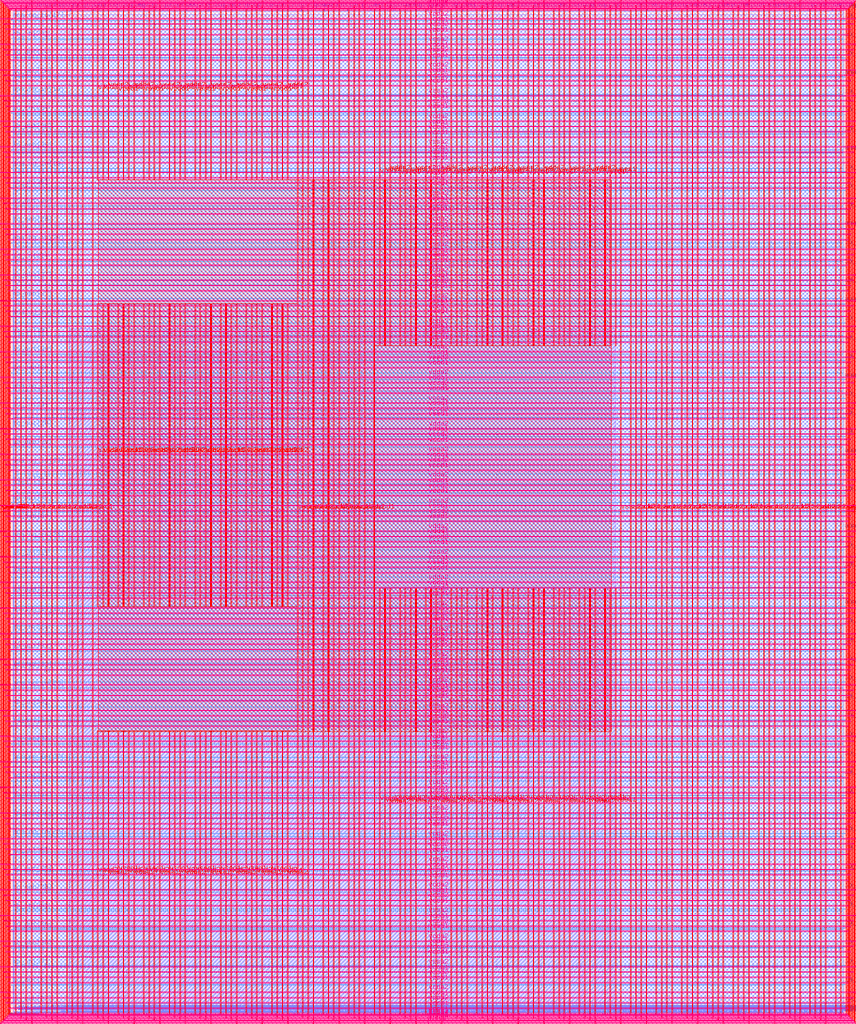
<source format=lef>
VERSION 5.7 ;
  NOWIREEXTENSIONATPIN ON ;
  DIVIDERCHAR "/" ;
  BUSBITCHARS "[]" ;
MACRO user_project_wrapper
  CLASS BLOCK ;
  FOREIGN user_project_wrapper ;
  ORIGIN 0.000 0.000 ;
  SIZE 2920.000 BY 3520.000 ;
  PIN analog_io[0]
    DIRECTION INOUT ;
    USE SIGNAL ;
    PORT
      LAYER met3 ;
        RECT 2917.600 1426.380 2924.800 1427.580 ;
    END
  END analog_io[0]
  PIN analog_io[10]
    DIRECTION INOUT ;
    USE SIGNAL ;
    PORT
      LAYER met2 ;
        RECT 2230.490 3517.600 2231.050 3524.800 ;
    END
  END analog_io[10]
  PIN analog_io[11]
    DIRECTION INOUT ;
    USE SIGNAL ;
    PORT
      LAYER met2 ;
        RECT 1905.730 3517.600 1906.290 3524.800 ;
    END
  END analog_io[11]
  PIN analog_io[12]
    DIRECTION INOUT ;
    USE SIGNAL ;
    PORT
      LAYER met2 ;
        RECT 1581.430 3517.600 1581.990 3524.800 ;
    END
  END analog_io[12]
  PIN analog_io[13]
    DIRECTION INOUT ;
    USE SIGNAL ;
    PORT
      LAYER met2 ;
        RECT 1257.130 3517.600 1257.690 3524.800 ;
    END
  END analog_io[13]
  PIN analog_io[14]
    DIRECTION INOUT ;
    USE SIGNAL ;
    PORT
      LAYER met2 ;
        RECT 932.370 3517.600 932.930 3524.800 ;
    END
  END analog_io[14]
  PIN analog_io[15]
    DIRECTION INOUT ;
    USE SIGNAL ;
    PORT
      LAYER met2 ;
        RECT 608.070 3517.600 608.630 3524.800 ;
    END
  END analog_io[15]
  PIN analog_io[16]
    DIRECTION INOUT ;
    USE SIGNAL ;
    PORT
      LAYER met2 ;
        RECT 283.770 3517.600 284.330 3524.800 ;
    END
  END analog_io[16]
  PIN analog_io[17]
    DIRECTION INOUT ;
    USE SIGNAL ;
    PORT
      LAYER met3 ;
        RECT -4.800 3486.100 2.400 3487.300 ;
    END
  END analog_io[17]
  PIN analog_io[18]
    DIRECTION INOUT ;
    USE SIGNAL ;
    PORT
      LAYER met3 ;
        RECT -4.800 3224.980 2.400 3226.180 ;
    END
  END analog_io[18]
  PIN analog_io[19]
    DIRECTION INOUT ;
    USE SIGNAL ;
    PORT
      LAYER met3 ;
        RECT -4.800 2964.540 2.400 2965.740 ;
    END
  END analog_io[19]
  PIN analog_io[1]
    DIRECTION INOUT ;
    USE SIGNAL ;
    PORT
      LAYER met3 ;
        RECT 2917.600 1692.260 2924.800 1693.460 ;
    END
  END analog_io[1]
  PIN analog_io[20]
    DIRECTION INOUT ;
    USE SIGNAL ;
    PORT
      LAYER met3 ;
        RECT -4.800 2703.420 2.400 2704.620 ;
    END
  END analog_io[20]
  PIN analog_io[21]
    DIRECTION INOUT ;
    USE SIGNAL ;
    PORT
      LAYER met3 ;
        RECT -4.800 2442.980 2.400 2444.180 ;
    END
  END analog_io[21]
  PIN analog_io[22]
    DIRECTION INOUT ;
    USE SIGNAL ;
    PORT
      LAYER met3 ;
        RECT -4.800 2182.540 2.400 2183.740 ;
    END
  END analog_io[22]
  PIN analog_io[23]
    DIRECTION INOUT ;
    USE SIGNAL ;
    PORT
      LAYER met3 ;
        RECT -4.800 1921.420 2.400 1922.620 ;
    END
  END analog_io[23]
  PIN analog_io[24]
    DIRECTION INOUT ;
    USE SIGNAL ;
    PORT
      LAYER met3 ;
        RECT -4.800 1660.980 2.400 1662.180 ;
    END
  END analog_io[24]
  PIN analog_io[25]
    DIRECTION INOUT ;
    USE SIGNAL ;
    PORT
      LAYER met3 ;
        RECT -4.800 1399.860 2.400 1401.060 ;
    END
  END analog_io[25]
  PIN analog_io[26]
    DIRECTION INOUT ;
    USE SIGNAL ;
    PORT
      LAYER met3 ;
        RECT -4.800 1139.420 2.400 1140.620 ;
    END
  END analog_io[26]
  PIN analog_io[27]
    DIRECTION INOUT ;
    USE SIGNAL ;
    PORT
      LAYER met3 ;
        RECT -4.800 878.980 2.400 880.180 ;
    END
  END analog_io[27]
  PIN analog_io[28]
    DIRECTION INOUT ;
    USE SIGNAL ;
    PORT
      LAYER met3 ;
        RECT -4.800 617.860 2.400 619.060 ;
    END
  END analog_io[28]
  PIN analog_io[2]
    DIRECTION INOUT ;
    USE SIGNAL ;
    PORT
      LAYER met3 ;
        RECT 2917.600 1958.140 2924.800 1959.340 ;
    END
  END analog_io[2]
  PIN analog_io[3]
    DIRECTION INOUT ;
    USE SIGNAL ;
    PORT
      LAYER met3 ;
        RECT 2917.600 2223.340 2924.800 2224.540 ;
    END
  END analog_io[3]
  PIN analog_io[4]
    DIRECTION INOUT ;
    USE SIGNAL ;
    PORT
      LAYER met3 ;
        RECT 2917.600 2489.220 2924.800 2490.420 ;
    END
  END analog_io[4]
  PIN analog_io[5]
    DIRECTION INOUT ;
    USE SIGNAL ;
    PORT
      LAYER met3 ;
        RECT 2917.600 2755.100 2924.800 2756.300 ;
    END
  END analog_io[5]
  PIN analog_io[6]
    DIRECTION INOUT ;
    USE SIGNAL ;
    PORT
      LAYER met3 ;
        RECT 2917.600 3020.300 2924.800 3021.500 ;
    END
  END analog_io[6]
  PIN analog_io[7]
    DIRECTION INOUT ;
    USE SIGNAL ;
    PORT
      LAYER met3 ;
        RECT 2917.600 3286.180 2924.800 3287.380 ;
    END
  END analog_io[7]
  PIN analog_io[8]
    DIRECTION INOUT ;
    USE SIGNAL ;
    PORT
      LAYER met2 ;
        RECT 2879.090 3517.600 2879.650 3524.800 ;
    END
  END analog_io[8]
  PIN analog_io[9]
    DIRECTION INOUT ;
    USE SIGNAL ;
    PORT
      LAYER met2 ;
        RECT 2554.790 3517.600 2555.350 3524.800 ;
    END
  END analog_io[9]
  PIN io_in[0]
    DIRECTION INPUT ;
    USE SIGNAL ;
    PORT
      LAYER met3 ;
        RECT 2917.600 32.380 2924.800 33.580 ;
    END
  END io_in[0]
  PIN io_in[10]
    DIRECTION INPUT ;
    USE SIGNAL ;
    PORT
      LAYER met3 ;
        RECT 2917.600 2289.980 2924.800 2291.180 ;
    END
  END io_in[10]
  PIN io_in[11]
    DIRECTION INPUT ;
    USE SIGNAL ;
    PORT
      LAYER met3 ;
        RECT 2917.600 2555.860 2924.800 2557.060 ;
    END
  END io_in[11]
  PIN io_in[12]
    DIRECTION INPUT ;
    USE SIGNAL ;
    PORT
      LAYER met3 ;
        RECT 2917.600 2821.060 2924.800 2822.260 ;
    END
  END io_in[12]
  PIN io_in[13]
    DIRECTION INPUT ;
    USE SIGNAL ;
    PORT
      LAYER met3 ;
        RECT 2917.600 3086.940 2924.800 3088.140 ;
    END
  END io_in[13]
  PIN io_in[14]
    DIRECTION INPUT ;
    USE SIGNAL ;
    PORT
      LAYER met3 ;
        RECT 2917.600 3352.820 2924.800 3354.020 ;
    END
  END io_in[14]
  PIN io_in[15]
    DIRECTION INPUT ;
    USE SIGNAL ;
    PORT
      LAYER met2 ;
        RECT 2798.130 3517.600 2798.690 3524.800 ;
    END
  END io_in[15]
  PIN io_in[16]
    DIRECTION INPUT ;
    USE SIGNAL ;
    PORT
      LAYER met2 ;
        RECT 2473.830 3517.600 2474.390 3524.800 ;
    END
  END io_in[16]
  PIN io_in[17]
    DIRECTION INPUT ;
    USE SIGNAL ;
    PORT
      LAYER met2 ;
        RECT 2149.070 3517.600 2149.630 3524.800 ;
    END
  END io_in[17]
  PIN io_in[18]
    DIRECTION INPUT ;
    USE SIGNAL ;
    PORT
      LAYER met2 ;
        RECT 1824.770 3517.600 1825.330 3524.800 ;
    END
  END io_in[18]
  PIN io_in[19]
    DIRECTION INPUT ;
    USE SIGNAL ;
    PORT
      LAYER met2 ;
        RECT 1500.470 3517.600 1501.030 3524.800 ;
    END
  END io_in[19]
  PIN io_in[1]
    DIRECTION INPUT ;
    USE SIGNAL ;
    PORT
      LAYER met3 ;
        RECT 2917.600 230.940 2924.800 232.140 ;
    END
  END io_in[1]
  PIN io_in[20]
    DIRECTION INPUT ;
    USE SIGNAL ;
    PORT
      LAYER met2 ;
        RECT 1175.710 3517.600 1176.270 3524.800 ;
    END
  END io_in[20]
  PIN io_in[21]
    DIRECTION INPUT ;
    USE SIGNAL ;
    PORT
      LAYER met2 ;
        RECT 851.410 3517.600 851.970 3524.800 ;
    END
  END io_in[21]
  PIN io_in[22]
    DIRECTION INPUT ;
    USE SIGNAL ;
    PORT
      LAYER met2 ;
        RECT 527.110 3517.600 527.670 3524.800 ;
    END
  END io_in[22]
  PIN io_in[23]
    DIRECTION INPUT ;
    USE SIGNAL ;
    PORT
      LAYER met2 ;
        RECT 202.350 3517.600 202.910 3524.800 ;
    END
  END io_in[23]
  PIN io_in[24]
    DIRECTION INPUT ;
    USE SIGNAL ;
    PORT
      LAYER met3 ;
        RECT -4.800 3420.820 2.400 3422.020 ;
    END
  END io_in[24]
  PIN io_in[25]
    DIRECTION INPUT ;
    USE SIGNAL ;
    PORT
      LAYER met3 ;
        RECT -4.800 3159.700 2.400 3160.900 ;
    END
  END io_in[25]
  PIN io_in[26]
    DIRECTION INPUT ;
    USE SIGNAL ;
    PORT
      LAYER met3 ;
        RECT -4.800 2899.260 2.400 2900.460 ;
    END
  END io_in[26]
  PIN io_in[27]
    DIRECTION INPUT ;
    USE SIGNAL ;
    PORT
      LAYER met3 ;
        RECT -4.800 2638.820 2.400 2640.020 ;
    END
  END io_in[27]
  PIN io_in[28]
    DIRECTION INPUT ;
    USE SIGNAL ;
    PORT
      LAYER met3 ;
        RECT -4.800 2377.700 2.400 2378.900 ;
    END
  END io_in[28]
  PIN io_in[29]
    DIRECTION INPUT ;
    USE SIGNAL ;
    PORT
      LAYER met3 ;
        RECT -4.800 2117.260 2.400 2118.460 ;
    END
  END io_in[29]
  PIN io_in[2]
    DIRECTION INPUT ;
    USE SIGNAL ;
    PORT
      LAYER met3 ;
        RECT 2917.600 430.180 2924.800 431.380 ;
    END
  END io_in[2]
  PIN io_in[30]
    DIRECTION INPUT ;
    USE SIGNAL ;
    PORT
      LAYER met3 ;
        RECT -4.800 1856.140 2.400 1857.340 ;
    END
  END io_in[30]
  PIN io_in[31]
    DIRECTION INPUT ;
    USE SIGNAL ;
    PORT
      LAYER met3 ;
        RECT -4.800 1595.700 2.400 1596.900 ;
    END
  END io_in[31]
  PIN io_in[32]
    DIRECTION INPUT ;
    USE SIGNAL ;
    PORT
      LAYER met3 ;
        RECT -4.800 1335.260 2.400 1336.460 ;
    END
  END io_in[32]
  PIN io_in[33]
    DIRECTION INPUT ;
    USE SIGNAL ;
    PORT
      LAYER met3 ;
        RECT -4.800 1074.140 2.400 1075.340 ;
    END
  END io_in[33]
  PIN io_in[34]
    DIRECTION INPUT ;
    USE SIGNAL ;
    PORT
      LAYER met3 ;
        RECT -4.800 813.700 2.400 814.900 ;
    END
  END io_in[34]
  PIN io_in[35]
    DIRECTION INPUT ;
    USE SIGNAL ;
    PORT
      LAYER met3 ;
        RECT -4.800 552.580 2.400 553.780 ;
    END
  END io_in[35]
  PIN io_in[36]
    DIRECTION INPUT ;
    USE SIGNAL ;
    PORT
      LAYER met3 ;
        RECT -4.800 357.420 2.400 358.620 ;
    END
  END io_in[36]
  PIN io_in[37]
    DIRECTION INPUT ;
    USE SIGNAL ;
    PORT
      LAYER met3 ;
        RECT -4.800 161.580 2.400 162.780 ;
    END
  END io_in[37]
  PIN io_in[3]
    DIRECTION INPUT ;
    USE SIGNAL ;
    PORT
      LAYER met3 ;
        RECT 2917.600 629.420 2924.800 630.620 ;
    END
  END io_in[3]
  PIN io_in[4]
    DIRECTION INPUT ;
    USE SIGNAL ;
    PORT
      LAYER met3 ;
        RECT 2917.600 828.660 2924.800 829.860 ;
    END
  END io_in[4]
  PIN io_in[5]
    DIRECTION INPUT ;
    USE SIGNAL ;
    PORT
      LAYER met3 ;
        RECT 2917.600 1027.900 2924.800 1029.100 ;
    END
  END io_in[5]
  PIN io_in[6]
    DIRECTION INPUT ;
    USE SIGNAL ;
    PORT
      LAYER met3 ;
        RECT 2917.600 1227.140 2924.800 1228.340 ;
    END
  END io_in[6]
  PIN io_in[7]
    DIRECTION INPUT ;
    USE SIGNAL ;
    PORT
      LAYER met3 ;
        RECT 2917.600 1493.020 2924.800 1494.220 ;
    END
  END io_in[7]
  PIN io_in[8]
    DIRECTION INPUT ;
    USE SIGNAL ;
    PORT
      LAYER met3 ;
        RECT 2917.600 1758.900 2924.800 1760.100 ;
    END
  END io_in[8]
  PIN io_in[9]
    DIRECTION INPUT ;
    USE SIGNAL ;
    PORT
      LAYER met3 ;
        RECT 2917.600 2024.100 2924.800 2025.300 ;
    END
  END io_in[9]
  PIN io_oeb[0]
    DIRECTION OUTPUT TRISTATE ;
    USE SIGNAL ;
    PORT
      LAYER met3 ;
        RECT 2917.600 164.980 2924.800 166.180 ;
    END
  END io_oeb[0]
  PIN io_oeb[10]
    DIRECTION OUTPUT TRISTATE ;
    USE SIGNAL ;
    PORT
      LAYER met3 ;
        RECT 2917.600 2422.580 2924.800 2423.780 ;
    END
  END io_oeb[10]
  PIN io_oeb[11]
    DIRECTION OUTPUT TRISTATE ;
    USE SIGNAL ;
    PORT
      LAYER met3 ;
        RECT 2917.600 2688.460 2924.800 2689.660 ;
    END
  END io_oeb[11]
  PIN io_oeb[12]
    DIRECTION OUTPUT TRISTATE ;
    USE SIGNAL ;
    PORT
      LAYER met3 ;
        RECT 2917.600 2954.340 2924.800 2955.540 ;
    END
  END io_oeb[12]
  PIN io_oeb[13]
    DIRECTION OUTPUT TRISTATE ;
    USE SIGNAL ;
    PORT
      LAYER met3 ;
        RECT 2917.600 3219.540 2924.800 3220.740 ;
    END
  END io_oeb[13]
  PIN io_oeb[14]
    DIRECTION OUTPUT TRISTATE ;
    USE SIGNAL ;
    PORT
      LAYER met3 ;
        RECT 2917.600 3485.420 2924.800 3486.620 ;
    END
  END io_oeb[14]
  PIN io_oeb[15]
    DIRECTION OUTPUT TRISTATE ;
    USE SIGNAL ;
    PORT
      LAYER met2 ;
        RECT 2635.750 3517.600 2636.310 3524.800 ;
    END
  END io_oeb[15]
  PIN io_oeb[16]
    DIRECTION OUTPUT TRISTATE ;
    USE SIGNAL ;
    PORT
      LAYER met2 ;
        RECT 2311.450 3517.600 2312.010 3524.800 ;
    END
  END io_oeb[16]
  PIN io_oeb[17]
    DIRECTION OUTPUT TRISTATE ;
    USE SIGNAL ;
    PORT
      LAYER met2 ;
        RECT 1987.150 3517.600 1987.710 3524.800 ;
    END
  END io_oeb[17]
  PIN io_oeb[18]
    DIRECTION OUTPUT TRISTATE ;
    USE SIGNAL ;
    PORT
      LAYER met2 ;
        RECT 1662.390 3517.600 1662.950 3524.800 ;
    END
  END io_oeb[18]
  PIN io_oeb[19]
    DIRECTION OUTPUT TRISTATE ;
    USE SIGNAL ;
    PORT
      LAYER met2 ;
        RECT 1338.090 3517.600 1338.650 3524.800 ;
    END
  END io_oeb[19]
  PIN io_oeb[1]
    DIRECTION OUTPUT TRISTATE ;
    USE SIGNAL ;
    PORT
      LAYER met3 ;
        RECT 2917.600 364.220 2924.800 365.420 ;
    END
  END io_oeb[1]
  PIN io_oeb[20]
    DIRECTION OUTPUT TRISTATE ;
    USE SIGNAL ;
    PORT
      LAYER met2 ;
        RECT 1013.790 3517.600 1014.350 3524.800 ;
    END
  END io_oeb[20]
  PIN io_oeb[21]
    DIRECTION OUTPUT TRISTATE ;
    USE SIGNAL ;
    PORT
      LAYER met2 ;
        RECT 689.030 3517.600 689.590 3524.800 ;
    END
  END io_oeb[21]
  PIN io_oeb[22]
    DIRECTION OUTPUT TRISTATE ;
    USE SIGNAL ;
    PORT
      LAYER met2 ;
        RECT 364.730 3517.600 365.290 3524.800 ;
    END
  END io_oeb[22]
  PIN io_oeb[23]
    DIRECTION OUTPUT TRISTATE ;
    USE SIGNAL ;
    PORT
      LAYER met2 ;
        RECT 40.430 3517.600 40.990 3524.800 ;
    END
  END io_oeb[23]
  PIN io_oeb[24]
    DIRECTION OUTPUT TRISTATE ;
    USE SIGNAL ;
    PORT
      LAYER met3 ;
        RECT -4.800 3290.260 2.400 3291.460 ;
    END
  END io_oeb[24]
  PIN io_oeb[25]
    DIRECTION OUTPUT TRISTATE ;
    USE SIGNAL ;
    PORT
      LAYER met3 ;
        RECT -4.800 3029.820 2.400 3031.020 ;
    END
  END io_oeb[25]
  PIN io_oeb[26]
    DIRECTION OUTPUT TRISTATE ;
    USE SIGNAL ;
    PORT
      LAYER met3 ;
        RECT -4.800 2768.700 2.400 2769.900 ;
    END
  END io_oeb[26]
  PIN io_oeb[27]
    DIRECTION OUTPUT TRISTATE ;
    USE SIGNAL ;
    PORT
      LAYER met3 ;
        RECT -4.800 2508.260 2.400 2509.460 ;
    END
  END io_oeb[27]
  PIN io_oeb[28]
    DIRECTION OUTPUT TRISTATE ;
    USE SIGNAL ;
    PORT
      LAYER met3 ;
        RECT -4.800 2247.140 2.400 2248.340 ;
    END
  END io_oeb[28]
  PIN io_oeb[29]
    DIRECTION OUTPUT TRISTATE ;
    USE SIGNAL ;
    PORT
      LAYER met3 ;
        RECT -4.800 1986.700 2.400 1987.900 ;
    END
  END io_oeb[29]
  PIN io_oeb[2]
    DIRECTION OUTPUT TRISTATE ;
    USE SIGNAL ;
    PORT
      LAYER met3 ;
        RECT 2917.600 563.460 2924.800 564.660 ;
    END
  END io_oeb[2]
  PIN io_oeb[30]
    DIRECTION OUTPUT TRISTATE ;
    USE SIGNAL ;
    PORT
      LAYER met3 ;
        RECT -4.800 1726.260 2.400 1727.460 ;
    END
  END io_oeb[30]
  PIN io_oeb[31]
    DIRECTION OUTPUT TRISTATE ;
    USE SIGNAL ;
    PORT
      LAYER met3 ;
        RECT -4.800 1465.140 2.400 1466.340 ;
    END
  END io_oeb[31]
  PIN io_oeb[32]
    DIRECTION OUTPUT TRISTATE ;
    USE SIGNAL ;
    PORT
      LAYER met3 ;
        RECT -4.800 1204.700 2.400 1205.900 ;
    END
  END io_oeb[32]
  PIN io_oeb[33]
    DIRECTION OUTPUT TRISTATE ;
    USE SIGNAL ;
    PORT
      LAYER met3 ;
        RECT -4.800 943.580 2.400 944.780 ;
    END
  END io_oeb[33]
  PIN io_oeb[34]
    DIRECTION OUTPUT TRISTATE ;
    USE SIGNAL ;
    PORT
      LAYER met3 ;
        RECT -4.800 683.140 2.400 684.340 ;
    END
  END io_oeb[34]
  PIN io_oeb[35]
    DIRECTION OUTPUT TRISTATE ;
    USE SIGNAL ;
    PORT
      LAYER met3 ;
        RECT -4.800 422.700 2.400 423.900 ;
    END
  END io_oeb[35]
  PIN io_oeb[36]
    DIRECTION OUTPUT TRISTATE ;
    USE SIGNAL ;
    PORT
      LAYER met3 ;
        RECT -4.800 226.860 2.400 228.060 ;
    END
  END io_oeb[36]
  PIN io_oeb[37]
    DIRECTION OUTPUT TRISTATE ;
    USE SIGNAL ;
    PORT
      LAYER met3 ;
        RECT -4.800 31.700 2.400 32.900 ;
    END
  END io_oeb[37]
  PIN io_oeb[3]
    DIRECTION OUTPUT TRISTATE ;
    USE SIGNAL ;
    PORT
      LAYER met3 ;
        RECT 2917.600 762.700 2924.800 763.900 ;
    END
  END io_oeb[3]
  PIN io_oeb[4]
    DIRECTION OUTPUT TRISTATE ;
    USE SIGNAL ;
    PORT
      LAYER met3 ;
        RECT 2917.600 961.940 2924.800 963.140 ;
    END
  END io_oeb[4]
  PIN io_oeb[5]
    DIRECTION OUTPUT TRISTATE ;
    USE SIGNAL ;
    PORT
      LAYER met3 ;
        RECT 2917.600 1161.180 2924.800 1162.380 ;
    END
  END io_oeb[5]
  PIN io_oeb[6]
    DIRECTION OUTPUT TRISTATE ;
    USE SIGNAL ;
    PORT
      LAYER met3 ;
        RECT 2917.600 1360.420 2924.800 1361.620 ;
    END
  END io_oeb[6]
  PIN io_oeb[7]
    DIRECTION OUTPUT TRISTATE ;
    USE SIGNAL ;
    PORT
      LAYER met3 ;
        RECT 2917.600 1625.620 2924.800 1626.820 ;
    END
  END io_oeb[7]
  PIN io_oeb[8]
    DIRECTION OUTPUT TRISTATE ;
    USE SIGNAL ;
    PORT
      LAYER met3 ;
        RECT 2917.600 1891.500 2924.800 1892.700 ;
    END
  END io_oeb[8]
  PIN io_oeb[9]
    DIRECTION OUTPUT TRISTATE ;
    USE SIGNAL ;
    PORT
      LAYER met3 ;
        RECT 2917.600 2157.380 2924.800 2158.580 ;
    END
  END io_oeb[9]
  PIN io_out[0]
    DIRECTION OUTPUT TRISTATE ;
    USE SIGNAL ;
    PORT
      LAYER met3 ;
        RECT 2917.600 98.340 2924.800 99.540 ;
    END
  END io_out[0]
  PIN io_out[10]
    DIRECTION OUTPUT TRISTATE ;
    USE SIGNAL ;
    PORT
      LAYER met3 ;
        RECT 2917.600 2356.620 2924.800 2357.820 ;
    END
  END io_out[10]
  PIN io_out[11]
    DIRECTION OUTPUT TRISTATE ;
    USE SIGNAL ;
    PORT
      LAYER met3 ;
        RECT 2917.600 2621.820 2924.800 2623.020 ;
    END
  END io_out[11]
  PIN io_out[12]
    DIRECTION OUTPUT TRISTATE ;
    USE SIGNAL ;
    PORT
      LAYER met3 ;
        RECT 2917.600 2887.700 2924.800 2888.900 ;
    END
  END io_out[12]
  PIN io_out[13]
    DIRECTION OUTPUT TRISTATE ;
    USE SIGNAL ;
    PORT
      LAYER met3 ;
        RECT 2917.600 3153.580 2924.800 3154.780 ;
    END
  END io_out[13]
  PIN io_out[14]
    DIRECTION OUTPUT TRISTATE ;
    USE SIGNAL ;
    PORT
      LAYER met3 ;
        RECT 2917.600 3418.780 2924.800 3419.980 ;
    END
  END io_out[14]
  PIN io_out[15]
    DIRECTION OUTPUT TRISTATE ;
    USE SIGNAL ;
    PORT
      LAYER met2 ;
        RECT 2717.170 3517.600 2717.730 3524.800 ;
    END
  END io_out[15]
  PIN io_out[16]
    DIRECTION OUTPUT TRISTATE ;
    USE SIGNAL ;
    PORT
      LAYER met2 ;
        RECT 2392.410 3517.600 2392.970 3524.800 ;
    END
  END io_out[16]
  PIN io_out[17]
    DIRECTION OUTPUT TRISTATE ;
    USE SIGNAL ;
    PORT
      LAYER met2 ;
        RECT 2068.110 3517.600 2068.670 3524.800 ;
    END
  END io_out[17]
  PIN io_out[18]
    DIRECTION OUTPUT TRISTATE ;
    USE SIGNAL ;
    PORT
      LAYER met2 ;
        RECT 1743.810 3517.600 1744.370 3524.800 ;
    END
  END io_out[18]
  PIN io_out[19]
    DIRECTION OUTPUT TRISTATE ;
    USE SIGNAL ;
    PORT
      LAYER met2 ;
        RECT 1419.050 3517.600 1419.610 3524.800 ;
    END
  END io_out[19]
  PIN io_out[1]
    DIRECTION OUTPUT TRISTATE ;
    USE SIGNAL ;
    PORT
      LAYER met3 ;
        RECT 2917.600 297.580 2924.800 298.780 ;
    END
  END io_out[1]
  PIN io_out[20]
    DIRECTION OUTPUT TRISTATE ;
    USE SIGNAL ;
    PORT
      LAYER met2 ;
        RECT 1094.750 3517.600 1095.310 3524.800 ;
    END
  END io_out[20]
  PIN io_out[21]
    DIRECTION OUTPUT TRISTATE ;
    USE SIGNAL ;
    PORT
      LAYER met2 ;
        RECT 770.450 3517.600 771.010 3524.800 ;
    END
  END io_out[21]
  PIN io_out[22]
    DIRECTION OUTPUT TRISTATE ;
    USE SIGNAL ;
    PORT
      LAYER met2 ;
        RECT 445.690 3517.600 446.250 3524.800 ;
    END
  END io_out[22]
  PIN io_out[23]
    DIRECTION OUTPUT TRISTATE ;
    USE SIGNAL ;
    PORT
      LAYER met2 ;
        RECT 121.390 3517.600 121.950 3524.800 ;
    END
  END io_out[23]
  PIN io_out[24]
    DIRECTION OUTPUT TRISTATE ;
    USE SIGNAL ;
    PORT
      LAYER met3 ;
        RECT -4.800 3355.540 2.400 3356.740 ;
    END
  END io_out[24]
  PIN io_out[25]
    DIRECTION OUTPUT TRISTATE ;
    USE SIGNAL ;
    PORT
      LAYER met3 ;
        RECT -4.800 3095.100 2.400 3096.300 ;
    END
  END io_out[25]
  PIN io_out[26]
    DIRECTION OUTPUT TRISTATE ;
    USE SIGNAL ;
    PORT
      LAYER met3 ;
        RECT -4.800 2833.980 2.400 2835.180 ;
    END
  END io_out[26]
  PIN io_out[27]
    DIRECTION OUTPUT TRISTATE ;
    USE SIGNAL ;
    PORT
      LAYER met3 ;
        RECT -4.800 2573.540 2.400 2574.740 ;
    END
  END io_out[27]
  PIN io_out[28]
    DIRECTION OUTPUT TRISTATE ;
    USE SIGNAL ;
    PORT
      LAYER met3 ;
        RECT -4.800 2312.420 2.400 2313.620 ;
    END
  END io_out[28]
  PIN io_out[29]
    DIRECTION OUTPUT TRISTATE ;
    USE SIGNAL ;
    PORT
      LAYER met3 ;
        RECT -4.800 2051.980 2.400 2053.180 ;
    END
  END io_out[29]
  PIN io_out[2]
    DIRECTION OUTPUT TRISTATE ;
    USE SIGNAL ;
    PORT
      LAYER met3 ;
        RECT 2917.600 496.820 2924.800 498.020 ;
    END
  END io_out[2]
  PIN io_out[30]
    DIRECTION OUTPUT TRISTATE ;
    USE SIGNAL ;
    PORT
      LAYER met3 ;
        RECT -4.800 1791.540 2.400 1792.740 ;
    END
  END io_out[30]
  PIN io_out[31]
    DIRECTION OUTPUT TRISTATE ;
    USE SIGNAL ;
    PORT
      LAYER met3 ;
        RECT -4.800 1530.420 2.400 1531.620 ;
    END
  END io_out[31]
  PIN io_out[32]
    DIRECTION OUTPUT TRISTATE ;
    USE SIGNAL ;
    PORT
      LAYER met3 ;
        RECT -4.800 1269.980 2.400 1271.180 ;
    END
  END io_out[32]
  PIN io_out[33]
    DIRECTION OUTPUT TRISTATE ;
    USE SIGNAL ;
    PORT
      LAYER met3 ;
        RECT -4.800 1008.860 2.400 1010.060 ;
    END
  END io_out[33]
  PIN io_out[34]
    DIRECTION OUTPUT TRISTATE ;
    USE SIGNAL ;
    PORT
      LAYER met3 ;
        RECT -4.800 748.420 2.400 749.620 ;
    END
  END io_out[34]
  PIN io_out[35]
    DIRECTION OUTPUT TRISTATE ;
    USE SIGNAL ;
    PORT
      LAYER met3 ;
        RECT -4.800 487.300 2.400 488.500 ;
    END
  END io_out[35]
  PIN io_out[36]
    DIRECTION OUTPUT TRISTATE ;
    USE SIGNAL ;
    PORT
      LAYER met3 ;
        RECT -4.800 292.140 2.400 293.340 ;
    END
  END io_out[36]
  PIN io_out[37]
    DIRECTION OUTPUT TRISTATE ;
    USE SIGNAL ;
    PORT
      LAYER met3 ;
        RECT -4.800 96.300 2.400 97.500 ;
    END
  END io_out[37]
  PIN io_out[3]
    DIRECTION OUTPUT TRISTATE ;
    USE SIGNAL ;
    PORT
      LAYER met3 ;
        RECT 2917.600 696.060 2924.800 697.260 ;
    END
  END io_out[3]
  PIN io_out[4]
    DIRECTION OUTPUT TRISTATE ;
    USE SIGNAL ;
    PORT
      LAYER met3 ;
        RECT 2917.600 895.300 2924.800 896.500 ;
    END
  END io_out[4]
  PIN io_out[5]
    DIRECTION OUTPUT TRISTATE ;
    USE SIGNAL ;
    PORT
      LAYER met3 ;
        RECT 2917.600 1094.540 2924.800 1095.740 ;
    END
  END io_out[5]
  PIN io_out[6]
    DIRECTION OUTPUT TRISTATE ;
    USE SIGNAL ;
    PORT
      LAYER met3 ;
        RECT 2917.600 1293.780 2924.800 1294.980 ;
    END
  END io_out[6]
  PIN io_out[7]
    DIRECTION OUTPUT TRISTATE ;
    USE SIGNAL ;
    PORT
      LAYER met3 ;
        RECT 2917.600 1559.660 2924.800 1560.860 ;
    END
  END io_out[7]
  PIN io_out[8]
    DIRECTION OUTPUT TRISTATE ;
    USE SIGNAL ;
    PORT
      LAYER met3 ;
        RECT 2917.600 1824.860 2924.800 1826.060 ;
    END
  END io_out[8]
  PIN io_out[9]
    DIRECTION OUTPUT TRISTATE ;
    USE SIGNAL ;
    PORT
      LAYER met3 ;
        RECT 2917.600 2090.740 2924.800 2091.940 ;
    END
  END io_out[9]
  PIN la_data_in[0]
    DIRECTION INPUT ;
    USE SIGNAL ;
    PORT
      LAYER met2 ;
        RECT 629.230 -4.800 629.790 2.400 ;
    END
  END la_data_in[0]
  PIN la_data_in[100]
    DIRECTION INPUT ;
    USE SIGNAL ;
    PORT
      LAYER met2 ;
        RECT 2402.530 -4.800 2403.090 2.400 ;
    END
  END la_data_in[100]
  PIN la_data_in[101]
    DIRECTION INPUT ;
    USE SIGNAL ;
    PORT
      LAYER met2 ;
        RECT 2420.010 -4.800 2420.570 2.400 ;
    END
  END la_data_in[101]
  PIN la_data_in[102]
    DIRECTION INPUT ;
    USE SIGNAL ;
    PORT
      LAYER met2 ;
        RECT 2437.950 -4.800 2438.510 2.400 ;
    END
  END la_data_in[102]
  PIN la_data_in[103]
    DIRECTION INPUT ;
    USE SIGNAL ;
    PORT
      LAYER met2 ;
        RECT 2455.430 -4.800 2455.990 2.400 ;
    END
  END la_data_in[103]
  PIN la_data_in[104]
    DIRECTION INPUT ;
    USE SIGNAL ;
    PORT
      LAYER met2 ;
        RECT 2473.370 -4.800 2473.930 2.400 ;
    END
  END la_data_in[104]
  PIN la_data_in[105]
    DIRECTION INPUT ;
    USE SIGNAL ;
    PORT
      LAYER met2 ;
        RECT 2490.850 -4.800 2491.410 2.400 ;
    END
  END la_data_in[105]
  PIN la_data_in[106]
    DIRECTION INPUT ;
    USE SIGNAL ;
    PORT
      LAYER met2 ;
        RECT 2508.790 -4.800 2509.350 2.400 ;
    END
  END la_data_in[106]
  PIN la_data_in[107]
    DIRECTION INPUT ;
    USE SIGNAL ;
    PORT
      LAYER met2 ;
        RECT 2526.730 -4.800 2527.290 2.400 ;
    END
  END la_data_in[107]
  PIN la_data_in[108]
    DIRECTION INPUT ;
    USE SIGNAL ;
    PORT
      LAYER met2 ;
        RECT 2544.210 -4.800 2544.770 2.400 ;
    END
  END la_data_in[108]
  PIN la_data_in[109]
    DIRECTION INPUT ;
    USE SIGNAL ;
    PORT
      LAYER met2 ;
        RECT 2562.150 -4.800 2562.710 2.400 ;
    END
  END la_data_in[109]
  PIN la_data_in[10]
    DIRECTION INPUT ;
    USE SIGNAL ;
    PORT
      LAYER met2 ;
        RECT 806.330 -4.800 806.890 2.400 ;
    END
  END la_data_in[10]
  PIN la_data_in[110]
    DIRECTION INPUT ;
    USE SIGNAL ;
    PORT
      LAYER met2 ;
        RECT 2579.630 -4.800 2580.190 2.400 ;
    END
  END la_data_in[110]
  PIN la_data_in[111]
    DIRECTION INPUT ;
    USE SIGNAL ;
    PORT
      LAYER met2 ;
        RECT 2597.570 -4.800 2598.130 2.400 ;
    END
  END la_data_in[111]
  PIN la_data_in[112]
    DIRECTION INPUT ;
    USE SIGNAL ;
    PORT
      LAYER met2 ;
        RECT 2615.050 -4.800 2615.610 2.400 ;
    END
  END la_data_in[112]
  PIN la_data_in[113]
    DIRECTION INPUT ;
    USE SIGNAL ;
    PORT
      LAYER met2 ;
        RECT 2632.990 -4.800 2633.550 2.400 ;
    END
  END la_data_in[113]
  PIN la_data_in[114]
    DIRECTION INPUT ;
    USE SIGNAL ;
    PORT
      LAYER met2 ;
        RECT 2650.470 -4.800 2651.030 2.400 ;
    END
  END la_data_in[114]
  PIN la_data_in[115]
    DIRECTION INPUT ;
    USE SIGNAL ;
    PORT
      LAYER met2 ;
        RECT 2668.410 -4.800 2668.970 2.400 ;
    END
  END la_data_in[115]
  PIN la_data_in[116]
    DIRECTION INPUT ;
    USE SIGNAL ;
    PORT
      LAYER met2 ;
        RECT 2685.890 -4.800 2686.450 2.400 ;
    END
  END la_data_in[116]
  PIN la_data_in[117]
    DIRECTION INPUT ;
    USE SIGNAL ;
    PORT
      LAYER met2 ;
        RECT 2703.830 -4.800 2704.390 2.400 ;
    END
  END la_data_in[117]
  PIN la_data_in[118]
    DIRECTION INPUT ;
    USE SIGNAL ;
    PORT
      LAYER met2 ;
        RECT 2721.770 -4.800 2722.330 2.400 ;
    END
  END la_data_in[118]
  PIN la_data_in[119]
    DIRECTION INPUT ;
    USE SIGNAL ;
    PORT
      LAYER met2 ;
        RECT 2739.250 -4.800 2739.810 2.400 ;
    END
  END la_data_in[119]
  PIN la_data_in[11]
    DIRECTION INPUT ;
    USE SIGNAL ;
    PORT
      LAYER met2 ;
        RECT 824.270 -4.800 824.830 2.400 ;
    END
  END la_data_in[11]
  PIN la_data_in[120]
    DIRECTION INPUT ;
    USE SIGNAL ;
    PORT
      LAYER met2 ;
        RECT 2757.190 -4.800 2757.750 2.400 ;
    END
  END la_data_in[120]
  PIN la_data_in[121]
    DIRECTION INPUT ;
    USE SIGNAL ;
    PORT
      LAYER met2 ;
        RECT 2774.670 -4.800 2775.230 2.400 ;
    END
  END la_data_in[121]
  PIN la_data_in[122]
    DIRECTION INPUT ;
    USE SIGNAL ;
    PORT
      LAYER met2 ;
        RECT 2792.610 -4.800 2793.170 2.400 ;
    END
  END la_data_in[122]
  PIN la_data_in[123]
    DIRECTION INPUT ;
    USE SIGNAL ;
    PORT
      LAYER met2 ;
        RECT 2810.090 -4.800 2810.650 2.400 ;
    END
  END la_data_in[123]
  PIN la_data_in[124]
    DIRECTION INPUT ;
    USE SIGNAL ;
    PORT
      LAYER met2 ;
        RECT 2828.030 -4.800 2828.590 2.400 ;
    END
  END la_data_in[124]
  PIN la_data_in[125]
    DIRECTION INPUT ;
    USE SIGNAL ;
    PORT
      LAYER met2 ;
        RECT 2845.510 -4.800 2846.070 2.400 ;
    END
  END la_data_in[125]
  PIN la_data_in[126]
    DIRECTION INPUT ;
    USE SIGNAL ;
    PORT
      LAYER met2 ;
        RECT 2863.450 -4.800 2864.010 2.400 ;
    END
  END la_data_in[126]
  PIN la_data_in[127]
    DIRECTION INPUT ;
    USE SIGNAL ;
    PORT
      LAYER met2 ;
        RECT 2881.390 -4.800 2881.950 2.400 ;
    END
  END la_data_in[127]
  PIN la_data_in[12]
    DIRECTION INPUT ;
    USE SIGNAL ;
    PORT
      LAYER met2 ;
        RECT 841.750 -4.800 842.310 2.400 ;
    END
  END la_data_in[12]
  PIN la_data_in[13]
    DIRECTION INPUT ;
    USE SIGNAL ;
    PORT
      LAYER met2 ;
        RECT 859.690 -4.800 860.250 2.400 ;
    END
  END la_data_in[13]
  PIN la_data_in[14]
    DIRECTION INPUT ;
    USE SIGNAL ;
    PORT
      LAYER met2 ;
        RECT 877.170 -4.800 877.730 2.400 ;
    END
  END la_data_in[14]
  PIN la_data_in[15]
    DIRECTION INPUT ;
    USE SIGNAL ;
    PORT
      LAYER met2 ;
        RECT 895.110 -4.800 895.670 2.400 ;
    END
  END la_data_in[15]
  PIN la_data_in[16]
    DIRECTION INPUT ;
    USE SIGNAL ;
    PORT
      LAYER met2 ;
        RECT 912.590 -4.800 913.150 2.400 ;
    END
  END la_data_in[16]
  PIN la_data_in[17]
    DIRECTION INPUT ;
    USE SIGNAL ;
    PORT
      LAYER met2 ;
        RECT 930.530 -4.800 931.090 2.400 ;
    END
  END la_data_in[17]
  PIN la_data_in[18]
    DIRECTION INPUT ;
    USE SIGNAL ;
    PORT
      LAYER met2 ;
        RECT 948.470 -4.800 949.030 2.400 ;
    END
  END la_data_in[18]
  PIN la_data_in[19]
    DIRECTION INPUT ;
    USE SIGNAL ;
    PORT
      LAYER met2 ;
        RECT 965.950 -4.800 966.510 2.400 ;
    END
  END la_data_in[19]
  PIN la_data_in[1]
    DIRECTION INPUT ;
    USE SIGNAL ;
    PORT
      LAYER met2 ;
        RECT 646.710 -4.800 647.270 2.400 ;
    END
  END la_data_in[1]
  PIN la_data_in[20]
    DIRECTION INPUT ;
    USE SIGNAL ;
    PORT
      LAYER met2 ;
        RECT 983.890 -4.800 984.450 2.400 ;
    END
  END la_data_in[20]
  PIN la_data_in[21]
    DIRECTION INPUT ;
    USE SIGNAL ;
    PORT
      LAYER met2 ;
        RECT 1001.370 -4.800 1001.930 2.400 ;
    END
  END la_data_in[21]
  PIN la_data_in[22]
    DIRECTION INPUT ;
    USE SIGNAL ;
    PORT
      LAYER met2 ;
        RECT 1019.310 -4.800 1019.870 2.400 ;
    END
  END la_data_in[22]
  PIN la_data_in[23]
    DIRECTION INPUT ;
    USE SIGNAL ;
    PORT
      LAYER met2 ;
        RECT 1036.790 -4.800 1037.350 2.400 ;
    END
  END la_data_in[23]
  PIN la_data_in[24]
    DIRECTION INPUT ;
    USE SIGNAL ;
    PORT
      LAYER met2 ;
        RECT 1054.730 -4.800 1055.290 2.400 ;
    END
  END la_data_in[24]
  PIN la_data_in[25]
    DIRECTION INPUT ;
    USE SIGNAL ;
    PORT
      LAYER met2 ;
        RECT 1072.210 -4.800 1072.770 2.400 ;
    END
  END la_data_in[25]
  PIN la_data_in[26]
    DIRECTION INPUT ;
    USE SIGNAL ;
    PORT
      LAYER met2 ;
        RECT 1090.150 -4.800 1090.710 2.400 ;
    END
  END la_data_in[26]
  PIN la_data_in[27]
    DIRECTION INPUT ;
    USE SIGNAL ;
    PORT
      LAYER met2 ;
        RECT 1107.630 -4.800 1108.190 2.400 ;
    END
  END la_data_in[27]
  PIN la_data_in[28]
    DIRECTION INPUT ;
    USE SIGNAL ;
    PORT
      LAYER met2 ;
        RECT 1125.570 -4.800 1126.130 2.400 ;
    END
  END la_data_in[28]
  PIN la_data_in[29]
    DIRECTION INPUT ;
    USE SIGNAL ;
    PORT
      LAYER met2 ;
        RECT 1143.510 -4.800 1144.070 2.400 ;
    END
  END la_data_in[29]
  PIN la_data_in[2]
    DIRECTION INPUT ;
    USE SIGNAL ;
    PORT
      LAYER met2 ;
        RECT 664.650 -4.800 665.210 2.400 ;
    END
  END la_data_in[2]
  PIN la_data_in[30]
    DIRECTION INPUT ;
    USE SIGNAL ;
    PORT
      LAYER met2 ;
        RECT 1160.990 -4.800 1161.550 2.400 ;
    END
  END la_data_in[30]
  PIN la_data_in[31]
    DIRECTION INPUT ;
    USE SIGNAL ;
    PORT
      LAYER met2 ;
        RECT 1178.930 -4.800 1179.490 2.400 ;
    END
  END la_data_in[31]
  PIN la_data_in[32]
    DIRECTION INPUT ;
    USE SIGNAL ;
    PORT
      LAYER met2 ;
        RECT 1196.410 -4.800 1196.970 2.400 ;
    END
  END la_data_in[32]
  PIN la_data_in[33]
    DIRECTION INPUT ;
    USE SIGNAL ;
    PORT
      LAYER met2 ;
        RECT 1214.350 -4.800 1214.910 2.400 ;
    END
  END la_data_in[33]
  PIN la_data_in[34]
    DIRECTION INPUT ;
    USE SIGNAL ;
    PORT
      LAYER met2 ;
        RECT 1231.830 -4.800 1232.390 2.400 ;
    END
  END la_data_in[34]
  PIN la_data_in[35]
    DIRECTION INPUT ;
    USE SIGNAL ;
    PORT
      LAYER met2 ;
        RECT 1249.770 -4.800 1250.330 2.400 ;
    END
  END la_data_in[35]
  PIN la_data_in[36]
    DIRECTION INPUT ;
    USE SIGNAL ;
    PORT
      LAYER met2 ;
        RECT 1267.250 -4.800 1267.810 2.400 ;
    END
  END la_data_in[36]
  PIN la_data_in[37]
    DIRECTION INPUT ;
    USE SIGNAL ;
    PORT
      LAYER met2 ;
        RECT 1285.190 -4.800 1285.750 2.400 ;
    END
  END la_data_in[37]
  PIN la_data_in[38]
    DIRECTION INPUT ;
    USE SIGNAL ;
    PORT
      LAYER met2 ;
        RECT 1303.130 -4.800 1303.690 2.400 ;
    END
  END la_data_in[38]
  PIN la_data_in[39]
    DIRECTION INPUT ;
    USE SIGNAL ;
    PORT
      LAYER met2 ;
        RECT 1320.610 -4.800 1321.170 2.400 ;
    END
  END la_data_in[39]
  PIN la_data_in[3]
    DIRECTION INPUT ;
    USE SIGNAL ;
    PORT
      LAYER met2 ;
        RECT 682.130 -4.800 682.690 2.400 ;
    END
  END la_data_in[3]
  PIN la_data_in[40]
    DIRECTION INPUT ;
    USE SIGNAL ;
    PORT
      LAYER met2 ;
        RECT 1338.550 -4.800 1339.110 2.400 ;
    END
  END la_data_in[40]
  PIN la_data_in[41]
    DIRECTION INPUT ;
    USE SIGNAL ;
    PORT
      LAYER met2 ;
        RECT 1356.030 -4.800 1356.590 2.400 ;
    END
  END la_data_in[41]
  PIN la_data_in[42]
    DIRECTION INPUT ;
    USE SIGNAL ;
    PORT
      LAYER met2 ;
        RECT 1373.970 -4.800 1374.530 2.400 ;
    END
  END la_data_in[42]
  PIN la_data_in[43]
    DIRECTION INPUT ;
    USE SIGNAL ;
    PORT
      LAYER met2 ;
        RECT 1391.450 -4.800 1392.010 2.400 ;
    END
  END la_data_in[43]
  PIN la_data_in[44]
    DIRECTION INPUT ;
    USE SIGNAL ;
    PORT
      LAYER met2 ;
        RECT 1409.390 -4.800 1409.950 2.400 ;
    END
  END la_data_in[44]
  PIN la_data_in[45]
    DIRECTION INPUT ;
    USE SIGNAL ;
    PORT
      LAYER met2 ;
        RECT 1426.870 -4.800 1427.430 2.400 ;
    END
  END la_data_in[45]
  PIN la_data_in[46]
    DIRECTION INPUT ;
    USE SIGNAL ;
    PORT
      LAYER met2 ;
        RECT 1444.810 -4.800 1445.370 2.400 ;
    END
  END la_data_in[46]
  PIN la_data_in[47]
    DIRECTION INPUT ;
    USE SIGNAL ;
    PORT
      LAYER met2 ;
        RECT 1462.750 -4.800 1463.310 2.400 ;
    END
  END la_data_in[47]
  PIN la_data_in[48]
    DIRECTION INPUT ;
    USE SIGNAL ;
    PORT
      LAYER met2 ;
        RECT 1480.230 -4.800 1480.790 2.400 ;
    END
  END la_data_in[48]
  PIN la_data_in[49]
    DIRECTION INPUT ;
    USE SIGNAL ;
    PORT
      LAYER met2 ;
        RECT 1498.170 -4.800 1498.730 2.400 ;
    END
  END la_data_in[49]
  PIN la_data_in[4]
    DIRECTION INPUT ;
    USE SIGNAL ;
    PORT
      LAYER met2 ;
        RECT 700.070 -4.800 700.630 2.400 ;
    END
  END la_data_in[4]
  PIN la_data_in[50]
    DIRECTION INPUT ;
    USE SIGNAL ;
    PORT
      LAYER met2 ;
        RECT 1515.650 -4.800 1516.210 2.400 ;
    END
  END la_data_in[50]
  PIN la_data_in[51]
    DIRECTION INPUT ;
    USE SIGNAL ;
    PORT
      LAYER met2 ;
        RECT 1533.590 -4.800 1534.150 2.400 ;
    END
  END la_data_in[51]
  PIN la_data_in[52]
    DIRECTION INPUT ;
    USE SIGNAL ;
    PORT
      LAYER met2 ;
        RECT 1551.070 -4.800 1551.630 2.400 ;
    END
  END la_data_in[52]
  PIN la_data_in[53]
    DIRECTION INPUT ;
    USE SIGNAL ;
    PORT
      LAYER met2 ;
        RECT 1569.010 -4.800 1569.570 2.400 ;
    END
  END la_data_in[53]
  PIN la_data_in[54]
    DIRECTION INPUT ;
    USE SIGNAL ;
    PORT
      LAYER met2 ;
        RECT 1586.490 -4.800 1587.050 2.400 ;
    END
  END la_data_in[54]
  PIN la_data_in[55]
    DIRECTION INPUT ;
    USE SIGNAL ;
    PORT
      LAYER met2 ;
        RECT 1604.430 -4.800 1604.990 2.400 ;
    END
  END la_data_in[55]
  PIN la_data_in[56]
    DIRECTION INPUT ;
    USE SIGNAL ;
    PORT
      LAYER met2 ;
        RECT 1621.910 -4.800 1622.470 2.400 ;
    END
  END la_data_in[56]
  PIN la_data_in[57]
    DIRECTION INPUT ;
    USE SIGNAL ;
    PORT
      LAYER met2 ;
        RECT 1639.850 -4.800 1640.410 2.400 ;
    END
  END la_data_in[57]
  PIN la_data_in[58]
    DIRECTION INPUT ;
    USE SIGNAL ;
    PORT
      LAYER met2 ;
        RECT 1657.790 -4.800 1658.350 2.400 ;
    END
  END la_data_in[58]
  PIN la_data_in[59]
    DIRECTION INPUT ;
    USE SIGNAL ;
    PORT
      LAYER met2 ;
        RECT 1675.270 -4.800 1675.830 2.400 ;
    END
  END la_data_in[59]
  PIN la_data_in[5]
    DIRECTION INPUT ;
    USE SIGNAL ;
    PORT
      LAYER met2 ;
        RECT 717.550 -4.800 718.110 2.400 ;
    END
  END la_data_in[5]
  PIN la_data_in[60]
    DIRECTION INPUT ;
    USE SIGNAL ;
    PORT
      LAYER met2 ;
        RECT 1693.210 -4.800 1693.770 2.400 ;
    END
  END la_data_in[60]
  PIN la_data_in[61]
    DIRECTION INPUT ;
    USE SIGNAL ;
    PORT
      LAYER met2 ;
        RECT 1710.690 -4.800 1711.250 2.400 ;
    END
  END la_data_in[61]
  PIN la_data_in[62]
    DIRECTION INPUT ;
    USE SIGNAL ;
    PORT
      LAYER met2 ;
        RECT 1728.630 -4.800 1729.190 2.400 ;
    END
  END la_data_in[62]
  PIN la_data_in[63]
    DIRECTION INPUT ;
    USE SIGNAL ;
    PORT
      LAYER met2 ;
        RECT 1746.110 -4.800 1746.670 2.400 ;
    END
  END la_data_in[63]
  PIN la_data_in[64]
    DIRECTION INPUT ;
    USE SIGNAL ;
    PORT
      LAYER met2 ;
        RECT 1764.050 -4.800 1764.610 2.400 ;
    END
  END la_data_in[64]
  PIN la_data_in[65]
    DIRECTION INPUT ;
    USE SIGNAL ;
    PORT
      LAYER met2 ;
        RECT 1781.530 -4.800 1782.090 2.400 ;
    END
  END la_data_in[65]
  PIN la_data_in[66]
    DIRECTION INPUT ;
    USE SIGNAL ;
    PORT
      LAYER met2 ;
        RECT 1799.470 -4.800 1800.030 2.400 ;
    END
  END la_data_in[66]
  PIN la_data_in[67]
    DIRECTION INPUT ;
    USE SIGNAL ;
    PORT
      LAYER met2 ;
        RECT 1817.410 -4.800 1817.970 2.400 ;
    END
  END la_data_in[67]
  PIN la_data_in[68]
    DIRECTION INPUT ;
    USE SIGNAL ;
    PORT
      LAYER met2 ;
        RECT 1834.890 -4.800 1835.450 2.400 ;
    END
  END la_data_in[68]
  PIN la_data_in[69]
    DIRECTION INPUT ;
    USE SIGNAL ;
    PORT
      LAYER met2 ;
        RECT 1852.830 -4.800 1853.390 2.400 ;
    END
  END la_data_in[69]
  PIN la_data_in[6]
    DIRECTION INPUT ;
    USE SIGNAL ;
    PORT
      LAYER met2 ;
        RECT 735.490 -4.800 736.050 2.400 ;
    END
  END la_data_in[6]
  PIN la_data_in[70]
    DIRECTION INPUT ;
    USE SIGNAL ;
    PORT
      LAYER met2 ;
        RECT 1870.310 -4.800 1870.870 2.400 ;
    END
  END la_data_in[70]
  PIN la_data_in[71]
    DIRECTION INPUT ;
    USE SIGNAL ;
    PORT
      LAYER met2 ;
        RECT 1888.250 -4.800 1888.810 2.400 ;
    END
  END la_data_in[71]
  PIN la_data_in[72]
    DIRECTION INPUT ;
    USE SIGNAL ;
    PORT
      LAYER met2 ;
        RECT 1905.730 -4.800 1906.290 2.400 ;
    END
  END la_data_in[72]
  PIN la_data_in[73]
    DIRECTION INPUT ;
    USE SIGNAL ;
    PORT
      LAYER met2 ;
        RECT 1923.670 -4.800 1924.230 2.400 ;
    END
  END la_data_in[73]
  PIN la_data_in[74]
    DIRECTION INPUT ;
    USE SIGNAL ;
    PORT
      LAYER met2 ;
        RECT 1941.150 -4.800 1941.710 2.400 ;
    END
  END la_data_in[74]
  PIN la_data_in[75]
    DIRECTION INPUT ;
    USE SIGNAL ;
    PORT
      LAYER met2 ;
        RECT 1959.090 -4.800 1959.650 2.400 ;
    END
  END la_data_in[75]
  PIN la_data_in[76]
    DIRECTION INPUT ;
    USE SIGNAL ;
    PORT
      LAYER met2 ;
        RECT 1976.570 -4.800 1977.130 2.400 ;
    END
  END la_data_in[76]
  PIN la_data_in[77]
    DIRECTION INPUT ;
    USE SIGNAL ;
    PORT
      LAYER met2 ;
        RECT 1994.510 -4.800 1995.070 2.400 ;
    END
  END la_data_in[77]
  PIN la_data_in[78]
    DIRECTION INPUT ;
    USE SIGNAL ;
    PORT
      LAYER met2 ;
        RECT 2012.450 -4.800 2013.010 2.400 ;
    END
  END la_data_in[78]
  PIN la_data_in[79]
    DIRECTION INPUT ;
    USE SIGNAL ;
    PORT
      LAYER met2 ;
        RECT 2029.930 -4.800 2030.490 2.400 ;
    END
  END la_data_in[79]
  PIN la_data_in[7]
    DIRECTION INPUT ;
    USE SIGNAL ;
    PORT
      LAYER met2 ;
        RECT 752.970 -4.800 753.530 2.400 ;
    END
  END la_data_in[7]
  PIN la_data_in[80]
    DIRECTION INPUT ;
    USE SIGNAL ;
    PORT
      LAYER met2 ;
        RECT 2047.870 -4.800 2048.430 2.400 ;
    END
  END la_data_in[80]
  PIN la_data_in[81]
    DIRECTION INPUT ;
    USE SIGNAL ;
    PORT
      LAYER met2 ;
        RECT 2065.350 -4.800 2065.910 2.400 ;
    END
  END la_data_in[81]
  PIN la_data_in[82]
    DIRECTION INPUT ;
    USE SIGNAL ;
    PORT
      LAYER met2 ;
        RECT 2083.290 -4.800 2083.850 2.400 ;
    END
  END la_data_in[82]
  PIN la_data_in[83]
    DIRECTION INPUT ;
    USE SIGNAL ;
    PORT
      LAYER met2 ;
        RECT 2100.770 -4.800 2101.330 2.400 ;
    END
  END la_data_in[83]
  PIN la_data_in[84]
    DIRECTION INPUT ;
    USE SIGNAL ;
    PORT
      LAYER met2 ;
        RECT 2118.710 -4.800 2119.270 2.400 ;
    END
  END la_data_in[84]
  PIN la_data_in[85]
    DIRECTION INPUT ;
    USE SIGNAL ;
    PORT
      LAYER met2 ;
        RECT 2136.190 -4.800 2136.750 2.400 ;
    END
  END la_data_in[85]
  PIN la_data_in[86]
    DIRECTION INPUT ;
    USE SIGNAL ;
    PORT
      LAYER met2 ;
        RECT 2154.130 -4.800 2154.690 2.400 ;
    END
  END la_data_in[86]
  PIN la_data_in[87]
    DIRECTION INPUT ;
    USE SIGNAL ;
    PORT
      LAYER met2 ;
        RECT 2172.070 -4.800 2172.630 2.400 ;
    END
  END la_data_in[87]
  PIN la_data_in[88]
    DIRECTION INPUT ;
    USE SIGNAL ;
    PORT
      LAYER met2 ;
        RECT 2189.550 -4.800 2190.110 2.400 ;
    END
  END la_data_in[88]
  PIN la_data_in[89]
    DIRECTION INPUT ;
    USE SIGNAL ;
    PORT
      LAYER met2 ;
        RECT 2207.490 -4.800 2208.050 2.400 ;
    END
  END la_data_in[89]
  PIN la_data_in[8]
    DIRECTION INPUT ;
    USE SIGNAL ;
    PORT
      LAYER met2 ;
        RECT 770.910 -4.800 771.470 2.400 ;
    END
  END la_data_in[8]
  PIN la_data_in[90]
    DIRECTION INPUT ;
    USE SIGNAL ;
    PORT
      LAYER met2 ;
        RECT 2224.970 -4.800 2225.530 2.400 ;
    END
  END la_data_in[90]
  PIN la_data_in[91]
    DIRECTION INPUT ;
    USE SIGNAL ;
    PORT
      LAYER met2 ;
        RECT 2242.910 -4.800 2243.470 2.400 ;
    END
  END la_data_in[91]
  PIN la_data_in[92]
    DIRECTION INPUT ;
    USE SIGNAL ;
    PORT
      LAYER met2 ;
        RECT 2260.390 -4.800 2260.950 2.400 ;
    END
  END la_data_in[92]
  PIN la_data_in[93]
    DIRECTION INPUT ;
    USE SIGNAL ;
    PORT
      LAYER met2 ;
        RECT 2278.330 -4.800 2278.890 2.400 ;
    END
  END la_data_in[93]
  PIN la_data_in[94]
    DIRECTION INPUT ;
    USE SIGNAL ;
    PORT
      LAYER met2 ;
        RECT 2295.810 -4.800 2296.370 2.400 ;
    END
  END la_data_in[94]
  PIN la_data_in[95]
    DIRECTION INPUT ;
    USE SIGNAL ;
    PORT
      LAYER met2 ;
        RECT 2313.750 -4.800 2314.310 2.400 ;
    END
  END la_data_in[95]
  PIN la_data_in[96]
    DIRECTION INPUT ;
    USE SIGNAL ;
    PORT
      LAYER met2 ;
        RECT 2331.230 -4.800 2331.790 2.400 ;
    END
  END la_data_in[96]
  PIN la_data_in[97]
    DIRECTION INPUT ;
    USE SIGNAL ;
    PORT
      LAYER met2 ;
        RECT 2349.170 -4.800 2349.730 2.400 ;
    END
  END la_data_in[97]
  PIN la_data_in[98]
    DIRECTION INPUT ;
    USE SIGNAL ;
    PORT
      LAYER met2 ;
        RECT 2367.110 -4.800 2367.670 2.400 ;
    END
  END la_data_in[98]
  PIN la_data_in[99]
    DIRECTION INPUT ;
    USE SIGNAL ;
    PORT
      LAYER met2 ;
        RECT 2384.590 -4.800 2385.150 2.400 ;
    END
  END la_data_in[99]
  PIN la_data_in[9]
    DIRECTION INPUT ;
    USE SIGNAL ;
    PORT
      LAYER met2 ;
        RECT 788.850 -4.800 789.410 2.400 ;
    END
  END la_data_in[9]
  PIN la_data_out[0]
    DIRECTION OUTPUT TRISTATE ;
    USE SIGNAL ;
    PORT
      LAYER met2 ;
        RECT 634.750 -4.800 635.310 2.400 ;
    END
  END la_data_out[0]
  PIN la_data_out[100]
    DIRECTION OUTPUT TRISTATE ;
    USE SIGNAL ;
    PORT
      LAYER met2 ;
        RECT 2408.510 -4.800 2409.070 2.400 ;
    END
  END la_data_out[100]
  PIN la_data_out[101]
    DIRECTION OUTPUT TRISTATE ;
    USE SIGNAL ;
    PORT
      LAYER met2 ;
        RECT 2425.990 -4.800 2426.550 2.400 ;
    END
  END la_data_out[101]
  PIN la_data_out[102]
    DIRECTION OUTPUT TRISTATE ;
    USE SIGNAL ;
    PORT
      LAYER met2 ;
        RECT 2443.930 -4.800 2444.490 2.400 ;
    END
  END la_data_out[102]
  PIN la_data_out[103]
    DIRECTION OUTPUT TRISTATE ;
    USE SIGNAL ;
    PORT
      LAYER met2 ;
        RECT 2461.410 -4.800 2461.970 2.400 ;
    END
  END la_data_out[103]
  PIN la_data_out[104]
    DIRECTION OUTPUT TRISTATE ;
    USE SIGNAL ;
    PORT
      LAYER met2 ;
        RECT 2479.350 -4.800 2479.910 2.400 ;
    END
  END la_data_out[104]
  PIN la_data_out[105]
    DIRECTION OUTPUT TRISTATE ;
    USE SIGNAL ;
    PORT
      LAYER met2 ;
        RECT 2496.830 -4.800 2497.390 2.400 ;
    END
  END la_data_out[105]
  PIN la_data_out[106]
    DIRECTION OUTPUT TRISTATE ;
    USE SIGNAL ;
    PORT
      LAYER met2 ;
        RECT 2514.770 -4.800 2515.330 2.400 ;
    END
  END la_data_out[106]
  PIN la_data_out[107]
    DIRECTION OUTPUT TRISTATE ;
    USE SIGNAL ;
    PORT
      LAYER met2 ;
        RECT 2532.250 -4.800 2532.810 2.400 ;
    END
  END la_data_out[107]
  PIN la_data_out[108]
    DIRECTION OUTPUT TRISTATE ;
    USE SIGNAL ;
    PORT
      LAYER met2 ;
        RECT 2550.190 -4.800 2550.750 2.400 ;
    END
  END la_data_out[108]
  PIN la_data_out[109]
    DIRECTION OUTPUT TRISTATE ;
    USE SIGNAL ;
    PORT
      LAYER met2 ;
        RECT 2567.670 -4.800 2568.230 2.400 ;
    END
  END la_data_out[109]
  PIN la_data_out[10]
    DIRECTION OUTPUT TRISTATE ;
    USE SIGNAL ;
    PORT
      LAYER met2 ;
        RECT 812.310 -4.800 812.870 2.400 ;
    END
  END la_data_out[10]
  PIN la_data_out[110]
    DIRECTION OUTPUT TRISTATE ;
    USE SIGNAL ;
    PORT
      LAYER met2 ;
        RECT 2585.610 -4.800 2586.170 2.400 ;
    END
  END la_data_out[110]
  PIN la_data_out[111]
    DIRECTION OUTPUT TRISTATE ;
    USE SIGNAL ;
    PORT
      LAYER met2 ;
        RECT 2603.550 -4.800 2604.110 2.400 ;
    END
  END la_data_out[111]
  PIN la_data_out[112]
    DIRECTION OUTPUT TRISTATE ;
    USE SIGNAL ;
    PORT
      LAYER met2 ;
        RECT 2621.030 -4.800 2621.590 2.400 ;
    END
  END la_data_out[112]
  PIN la_data_out[113]
    DIRECTION OUTPUT TRISTATE ;
    USE SIGNAL ;
    PORT
      LAYER met2 ;
        RECT 2638.970 -4.800 2639.530 2.400 ;
    END
  END la_data_out[113]
  PIN la_data_out[114]
    DIRECTION OUTPUT TRISTATE ;
    USE SIGNAL ;
    PORT
      LAYER met2 ;
        RECT 2656.450 -4.800 2657.010 2.400 ;
    END
  END la_data_out[114]
  PIN la_data_out[115]
    DIRECTION OUTPUT TRISTATE ;
    USE SIGNAL ;
    PORT
      LAYER met2 ;
        RECT 2674.390 -4.800 2674.950 2.400 ;
    END
  END la_data_out[115]
  PIN la_data_out[116]
    DIRECTION OUTPUT TRISTATE ;
    USE SIGNAL ;
    PORT
      LAYER met2 ;
        RECT 2691.870 -4.800 2692.430 2.400 ;
    END
  END la_data_out[116]
  PIN la_data_out[117]
    DIRECTION OUTPUT TRISTATE ;
    USE SIGNAL ;
    PORT
      LAYER met2 ;
        RECT 2709.810 -4.800 2710.370 2.400 ;
    END
  END la_data_out[117]
  PIN la_data_out[118]
    DIRECTION OUTPUT TRISTATE ;
    USE SIGNAL ;
    PORT
      LAYER met2 ;
        RECT 2727.290 -4.800 2727.850 2.400 ;
    END
  END la_data_out[118]
  PIN la_data_out[119]
    DIRECTION OUTPUT TRISTATE ;
    USE SIGNAL ;
    PORT
      LAYER met2 ;
        RECT 2745.230 -4.800 2745.790 2.400 ;
    END
  END la_data_out[119]
  PIN la_data_out[11]
    DIRECTION OUTPUT TRISTATE ;
    USE SIGNAL ;
    PORT
      LAYER met2 ;
        RECT 830.250 -4.800 830.810 2.400 ;
    END
  END la_data_out[11]
  PIN la_data_out[120]
    DIRECTION OUTPUT TRISTATE ;
    USE SIGNAL ;
    PORT
      LAYER met2 ;
        RECT 2763.170 -4.800 2763.730 2.400 ;
    END
  END la_data_out[120]
  PIN la_data_out[121]
    DIRECTION OUTPUT TRISTATE ;
    USE SIGNAL ;
    PORT
      LAYER met2 ;
        RECT 2780.650 -4.800 2781.210 2.400 ;
    END
  END la_data_out[121]
  PIN la_data_out[122]
    DIRECTION OUTPUT TRISTATE ;
    USE SIGNAL ;
    PORT
      LAYER met2 ;
        RECT 2798.590 -4.800 2799.150 2.400 ;
    END
  END la_data_out[122]
  PIN la_data_out[123]
    DIRECTION OUTPUT TRISTATE ;
    USE SIGNAL ;
    PORT
      LAYER met2 ;
        RECT 2816.070 -4.800 2816.630 2.400 ;
    END
  END la_data_out[123]
  PIN la_data_out[124]
    DIRECTION OUTPUT TRISTATE ;
    USE SIGNAL ;
    PORT
      LAYER met2 ;
        RECT 2834.010 -4.800 2834.570 2.400 ;
    END
  END la_data_out[124]
  PIN la_data_out[125]
    DIRECTION OUTPUT TRISTATE ;
    USE SIGNAL ;
    PORT
      LAYER met2 ;
        RECT 2851.490 -4.800 2852.050 2.400 ;
    END
  END la_data_out[125]
  PIN la_data_out[126]
    DIRECTION OUTPUT TRISTATE ;
    USE SIGNAL ;
    PORT
      LAYER met2 ;
        RECT 2869.430 -4.800 2869.990 2.400 ;
    END
  END la_data_out[126]
  PIN la_data_out[127]
    DIRECTION OUTPUT TRISTATE ;
    USE SIGNAL ;
    PORT
      LAYER met2 ;
        RECT 2886.910 -4.800 2887.470 2.400 ;
    END
  END la_data_out[127]
  PIN la_data_out[12]
    DIRECTION OUTPUT TRISTATE ;
    USE SIGNAL ;
    PORT
      LAYER met2 ;
        RECT 847.730 -4.800 848.290 2.400 ;
    END
  END la_data_out[12]
  PIN la_data_out[13]
    DIRECTION OUTPUT TRISTATE ;
    USE SIGNAL ;
    PORT
      LAYER met2 ;
        RECT 865.670 -4.800 866.230 2.400 ;
    END
  END la_data_out[13]
  PIN la_data_out[14]
    DIRECTION OUTPUT TRISTATE ;
    USE SIGNAL ;
    PORT
      LAYER met2 ;
        RECT 883.150 -4.800 883.710 2.400 ;
    END
  END la_data_out[14]
  PIN la_data_out[15]
    DIRECTION OUTPUT TRISTATE ;
    USE SIGNAL ;
    PORT
      LAYER met2 ;
        RECT 901.090 -4.800 901.650 2.400 ;
    END
  END la_data_out[15]
  PIN la_data_out[16]
    DIRECTION OUTPUT TRISTATE ;
    USE SIGNAL ;
    PORT
      LAYER met2 ;
        RECT 918.570 -4.800 919.130 2.400 ;
    END
  END la_data_out[16]
  PIN la_data_out[17]
    DIRECTION OUTPUT TRISTATE ;
    USE SIGNAL ;
    PORT
      LAYER met2 ;
        RECT 936.510 -4.800 937.070 2.400 ;
    END
  END la_data_out[17]
  PIN la_data_out[18]
    DIRECTION OUTPUT TRISTATE ;
    USE SIGNAL ;
    PORT
      LAYER met2 ;
        RECT 953.990 -4.800 954.550 2.400 ;
    END
  END la_data_out[18]
  PIN la_data_out[19]
    DIRECTION OUTPUT TRISTATE ;
    USE SIGNAL ;
    PORT
      LAYER met2 ;
        RECT 971.930 -4.800 972.490 2.400 ;
    END
  END la_data_out[19]
  PIN la_data_out[1]
    DIRECTION OUTPUT TRISTATE ;
    USE SIGNAL ;
    PORT
      LAYER met2 ;
        RECT 652.690 -4.800 653.250 2.400 ;
    END
  END la_data_out[1]
  PIN la_data_out[20]
    DIRECTION OUTPUT TRISTATE ;
    USE SIGNAL ;
    PORT
      LAYER met2 ;
        RECT 989.410 -4.800 989.970 2.400 ;
    END
  END la_data_out[20]
  PIN la_data_out[21]
    DIRECTION OUTPUT TRISTATE ;
    USE SIGNAL ;
    PORT
      LAYER met2 ;
        RECT 1007.350 -4.800 1007.910 2.400 ;
    END
  END la_data_out[21]
  PIN la_data_out[22]
    DIRECTION OUTPUT TRISTATE ;
    USE SIGNAL ;
    PORT
      LAYER met2 ;
        RECT 1025.290 -4.800 1025.850 2.400 ;
    END
  END la_data_out[22]
  PIN la_data_out[23]
    DIRECTION OUTPUT TRISTATE ;
    USE SIGNAL ;
    PORT
      LAYER met2 ;
        RECT 1042.770 -4.800 1043.330 2.400 ;
    END
  END la_data_out[23]
  PIN la_data_out[24]
    DIRECTION OUTPUT TRISTATE ;
    USE SIGNAL ;
    PORT
      LAYER met2 ;
        RECT 1060.710 -4.800 1061.270 2.400 ;
    END
  END la_data_out[24]
  PIN la_data_out[25]
    DIRECTION OUTPUT TRISTATE ;
    USE SIGNAL ;
    PORT
      LAYER met2 ;
        RECT 1078.190 -4.800 1078.750 2.400 ;
    END
  END la_data_out[25]
  PIN la_data_out[26]
    DIRECTION OUTPUT TRISTATE ;
    USE SIGNAL ;
    PORT
      LAYER met2 ;
        RECT 1096.130 -4.800 1096.690 2.400 ;
    END
  END la_data_out[26]
  PIN la_data_out[27]
    DIRECTION OUTPUT TRISTATE ;
    USE SIGNAL ;
    PORT
      LAYER met2 ;
        RECT 1113.610 -4.800 1114.170 2.400 ;
    END
  END la_data_out[27]
  PIN la_data_out[28]
    DIRECTION OUTPUT TRISTATE ;
    USE SIGNAL ;
    PORT
      LAYER met2 ;
        RECT 1131.550 -4.800 1132.110 2.400 ;
    END
  END la_data_out[28]
  PIN la_data_out[29]
    DIRECTION OUTPUT TRISTATE ;
    USE SIGNAL ;
    PORT
      LAYER met2 ;
        RECT 1149.030 -4.800 1149.590 2.400 ;
    END
  END la_data_out[29]
  PIN la_data_out[2]
    DIRECTION OUTPUT TRISTATE ;
    USE SIGNAL ;
    PORT
      LAYER met2 ;
        RECT 670.630 -4.800 671.190 2.400 ;
    END
  END la_data_out[2]
  PIN la_data_out[30]
    DIRECTION OUTPUT TRISTATE ;
    USE SIGNAL ;
    PORT
      LAYER met2 ;
        RECT 1166.970 -4.800 1167.530 2.400 ;
    END
  END la_data_out[30]
  PIN la_data_out[31]
    DIRECTION OUTPUT TRISTATE ;
    USE SIGNAL ;
    PORT
      LAYER met2 ;
        RECT 1184.910 -4.800 1185.470 2.400 ;
    END
  END la_data_out[31]
  PIN la_data_out[32]
    DIRECTION OUTPUT TRISTATE ;
    USE SIGNAL ;
    PORT
      LAYER met2 ;
        RECT 1202.390 -4.800 1202.950 2.400 ;
    END
  END la_data_out[32]
  PIN la_data_out[33]
    DIRECTION OUTPUT TRISTATE ;
    USE SIGNAL ;
    PORT
      LAYER met2 ;
        RECT 1220.330 -4.800 1220.890 2.400 ;
    END
  END la_data_out[33]
  PIN la_data_out[34]
    DIRECTION OUTPUT TRISTATE ;
    USE SIGNAL ;
    PORT
      LAYER met2 ;
        RECT 1237.810 -4.800 1238.370 2.400 ;
    END
  END la_data_out[34]
  PIN la_data_out[35]
    DIRECTION OUTPUT TRISTATE ;
    USE SIGNAL ;
    PORT
      LAYER met2 ;
        RECT 1255.750 -4.800 1256.310 2.400 ;
    END
  END la_data_out[35]
  PIN la_data_out[36]
    DIRECTION OUTPUT TRISTATE ;
    USE SIGNAL ;
    PORT
      LAYER met2 ;
        RECT 1273.230 -4.800 1273.790 2.400 ;
    END
  END la_data_out[36]
  PIN la_data_out[37]
    DIRECTION OUTPUT TRISTATE ;
    USE SIGNAL ;
    PORT
      LAYER met2 ;
        RECT 1291.170 -4.800 1291.730 2.400 ;
    END
  END la_data_out[37]
  PIN la_data_out[38]
    DIRECTION OUTPUT TRISTATE ;
    USE SIGNAL ;
    PORT
      LAYER met2 ;
        RECT 1308.650 -4.800 1309.210 2.400 ;
    END
  END la_data_out[38]
  PIN la_data_out[39]
    DIRECTION OUTPUT TRISTATE ;
    USE SIGNAL ;
    PORT
      LAYER met2 ;
        RECT 1326.590 -4.800 1327.150 2.400 ;
    END
  END la_data_out[39]
  PIN la_data_out[3]
    DIRECTION OUTPUT TRISTATE ;
    USE SIGNAL ;
    PORT
      LAYER met2 ;
        RECT 688.110 -4.800 688.670 2.400 ;
    END
  END la_data_out[3]
  PIN la_data_out[40]
    DIRECTION OUTPUT TRISTATE ;
    USE SIGNAL ;
    PORT
      LAYER met2 ;
        RECT 1344.070 -4.800 1344.630 2.400 ;
    END
  END la_data_out[40]
  PIN la_data_out[41]
    DIRECTION OUTPUT TRISTATE ;
    USE SIGNAL ;
    PORT
      LAYER met2 ;
        RECT 1362.010 -4.800 1362.570 2.400 ;
    END
  END la_data_out[41]
  PIN la_data_out[42]
    DIRECTION OUTPUT TRISTATE ;
    USE SIGNAL ;
    PORT
      LAYER met2 ;
        RECT 1379.950 -4.800 1380.510 2.400 ;
    END
  END la_data_out[42]
  PIN la_data_out[43]
    DIRECTION OUTPUT TRISTATE ;
    USE SIGNAL ;
    PORT
      LAYER met2 ;
        RECT 1397.430 -4.800 1397.990 2.400 ;
    END
  END la_data_out[43]
  PIN la_data_out[44]
    DIRECTION OUTPUT TRISTATE ;
    USE SIGNAL ;
    PORT
      LAYER met2 ;
        RECT 1415.370 -4.800 1415.930 2.400 ;
    END
  END la_data_out[44]
  PIN la_data_out[45]
    DIRECTION OUTPUT TRISTATE ;
    USE SIGNAL ;
    PORT
      LAYER met2 ;
        RECT 1432.850 -4.800 1433.410 2.400 ;
    END
  END la_data_out[45]
  PIN la_data_out[46]
    DIRECTION OUTPUT TRISTATE ;
    USE SIGNAL ;
    PORT
      LAYER met2 ;
        RECT 1450.790 -4.800 1451.350 2.400 ;
    END
  END la_data_out[46]
  PIN la_data_out[47]
    DIRECTION OUTPUT TRISTATE ;
    USE SIGNAL ;
    PORT
      LAYER met2 ;
        RECT 1468.270 -4.800 1468.830 2.400 ;
    END
  END la_data_out[47]
  PIN la_data_out[48]
    DIRECTION OUTPUT TRISTATE ;
    USE SIGNAL ;
    PORT
      LAYER met2 ;
        RECT 1486.210 -4.800 1486.770 2.400 ;
    END
  END la_data_out[48]
  PIN la_data_out[49]
    DIRECTION OUTPUT TRISTATE ;
    USE SIGNAL ;
    PORT
      LAYER met2 ;
        RECT 1503.690 -4.800 1504.250 2.400 ;
    END
  END la_data_out[49]
  PIN la_data_out[4]
    DIRECTION OUTPUT TRISTATE ;
    USE SIGNAL ;
    PORT
      LAYER met2 ;
        RECT 706.050 -4.800 706.610 2.400 ;
    END
  END la_data_out[4]
  PIN la_data_out[50]
    DIRECTION OUTPUT TRISTATE ;
    USE SIGNAL ;
    PORT
      LAYER met2 ;
        RECT 1521.630 -4.800 1522.190 2.400 ;
    END
  END la_data_out[50]
  PIN la_data_out[51]
    DIRECTION OUTPUT TRISTATE ;
    USE SIGNAL ;
    PORT
      LAYER met2 ;
        RECT 1539.570 -4.800 1540.130 2.400 ;
    END
  END la_data_out[51]
  PIN la_data_out[52]
    DIRECTION OUTPUT TRISTATE ;
    USE SIGNAL ;
    PORT
      LAYER met2 ;
        RECT 1557.050 -4.800 1557.610 2.400 ;
    END
  END la_data_out[52]
  PIN la_data_out[53]
    DIRECTION OUTPUT TRISTATE ;
    USE SIGNAL ;
    PORT
      LAYER met2 ;
        RECT 1574.990 -4.800 1575.550 2.400 ;
    END
  END la_data_out[53]
  PIN la_data_out[54]
    DIRECTION OUTPUT TRISTATE ;
    USE SIGNAL ;
    PORT
      LAYER met2 ;
        RECT 1592.470 -4.800 1593.030 2.400 ;
    END
  END la_data_out[54]
  PIN la_data_out[55]
    DIRECTION OUTPUT TRISTATE ;
    USE SIGNAL ;
    PORT
      LAYER met2 ;
        RECT 1610.410 -4.800 1610.970 2.400 ;
    END
  END la_data_out[55]
  PIN la_data_out[56]
    DIRECTION OUTPUT TRISTATE ;
    USE SIGNAL ;
    PORT
      LAYER met2 ;
        RECT 1627.890 -4.800 1628.450 2.400 ;
    END
  END la_data_out[56]
  PIN la_data_out[57]
    DIRECTION OUTPUT TRISTATE ;
    USE SIGNAL ;
    PORT
      LAYER met2 ;
        RECT 1645.830 -4.800 1646.390 2.400 ;
    END
  END la_data_out[57]
  PIN la_data_out[58]
    DIRECTION OUTPUT TRISTATE ;
    USE SIGNAL ;
    PORT
      LAYER met2 ;
        RECT 1663.310 -4.800 1663.870 2.400 ;
    END
  END la_data_out[58]
  PIN la_data_out[59]
    DIRECTION OUTPUT TRISTATE ;
    USE SIGNAL ;
    PORT
      LAYER met2 ;
        RECT 1681.250 -4.800 1681.810 2.400 ;
    END
  END la_data_out[59]
  PIN la_data_out[5]
    DIRECTION OUTPUT TRISTATE ;
    USE SIGNAL ;
    PORT
      LAYER met2 ;
        RECT 723.530 -4.800 724.090 2.400 ;
    END
  END la_data_out[5]
  PIN la_data_out[60]
    DIRECTION OUTPUT TRISTATE ;
    USE SIGNAL ;
    PORT
      LAYER met2 ;
        RECT 1699.190 -4.800 1699.750 2.400 ;
    END
  END la_data_out[60]
  PIN la_data_out[61]
    DIRECTION OUTPUT TRISTATE ;
    USE SIGNAL ;
    PORT
      LAYER met2 ;
        RECT 1716.670 -4.800 1717.230 2.400 ;
    END
  END la_data_out[61]
  PIN la_data_out[62]
    DIRECTION OUTPUT TRISTATE ;
    USE SIGNAL ;
    PORT
      LAYER met2 ;
        RECT 1734.610 -4.800 1735.170 2.400 ;
    END
  END la_data_out[62]
  PIN la_data_out[63]
    DIRECTION OUTPUT TRISTATE ;
    USE SIGNAL ;
    PORT
      LAYER met2 ;
        RECT 1752.090 -4.800 1752.650 2.400 ;
    END
  END la_data_out[63]
  PIN la_data_out[64]
    DIRECTION OUTPUT TRISTATE ;
    USE SIGNAL ;
    PORT
      LAYER met2 ;
        RECT 1770.030 -4.800 1770.590 2.400 ;
    END
  END la_data_out[64]
  PIN la_data_out[65]
    DIRECTION OUTPUT TRISTATE ;
    USE SIGNAL ;
    PORT
      LAYER met2 ;
        RECT 1787.510 -4.800 1788.070 2.400 ;
    END
  END la_data_out[65]
  PIN la_data_out[66]
    DIRECTION OUTPUT TRISTATE ;
    USE SIGNAL ;
    PORT
      LAYER met2 ;
        RECT 1805.450 -4.800 1806.010 2.400 ;
    END
  END la_data_out[66]
  PIN la_data_out[67]
    DIRECTION OUTPUT TRISTATE ;
    USE SIGNAL ;
    PORT
      LAYER met2 ;
        RECT 1822.930 -4.800 1823.490 2.400 ;
    END
  END la_data_out[67]
  PIN la_data_out[68]
    DIRECTION OUTPUT TRISTATE ;
    USE SIGNAL ;
    PORT
      LAYER met2 ;
        RECT 1840.870 -4.800 1841.430 2.400 ;
    END
  END la_data_out[68]
  PIN la_data_out[69]
    DIRECTION OUTPUT TRISTATE ;
    USE SIGNAL ;
    PORT
      LAYER met2 ;
        RECT 1858.350 -4.800 1858.910 2.400 ;
    END
  END la_data_out[69]
  PIN la_data_out[6]
    DIRECTION OUTPUT TRISTATE ;
    USE SIGNAL ;
    PORT
      LAYER met2 ;
        RECT 741.470 -4.800 742.030 2.400 ;
    END
  END la_data_out[6]
  PIN la_data_out[70]
    DIRECTION OUTPUT TRISTATE ;
    USE SIGNAL ;
    PORT
      LAYER met2 ;
        RECT 1876.290 -4.800 1876.850 2.400 ;
    END
  END la_data_out[70]
  PIN la_data_out[71]
    DIRECTION OUTPUT TRISTATE ;
    USE SIGNAL ;
    PORT
      LAYER met2 ;
        RECT 1894.230 -4.800 1894.790 2.400 ;
    END
  END la_data_out[71]
  PIN la_data_out[72]
    DIRECTION OUTPUT TRISTATE ;
    USE SIGNAL ;
    PORT
      LAYER met2 ;
        RECT 1911.710 -4.800 1912.270 2.400 ;
    END
  END la_data_out[72]
  PIN la_data_out[73]
    DIRECTION OUTPUT TRISTATE ;
    USE SIGNAL ;
    PORT
      LAYER met2 ;
        RECT 1929.650 -4.800 1930.210 2.400 ;
    END
  END la_data_out[73]
  PIN la_data_out[74]
    DIRECTION OUTPUT TRISTATE ;
    USE SIGNAL ;
    PORT
      LAYER met2 ;
        RECT 1947.130 -4.800 1947.690 2.400 ;
    END
  END la_data_out[74]
  PIN la_data_out[75]
    DIRECTION OUTPUT TRISTATE ;
    USE SIGNAL ;
    PORT
      LAYER met2 ;
        RECT 1965.070 -4.800 1965.630 2.400 ;
    END
  END la_data_out[75]
  PIN la_data_out[76]
    DIRECTION OUTPUT TRISTATE ;
    USE SIGNAL ;
    PORT
      LAYER met2 ;
        RECT 1982.550 -4.800 1983.110 2.400 ;
    END
  END la_data_out[76]
  PIN la_data_out[77]
    DIRECTION OUTPUT TRISTATE ;
    USE SIGNAL ;
    PORT
      LAYER met2 ;
        RECT 2000.490 -4.800 2001.050 2.400 ;
    END
  END la_data_out[77]
  PIN la_data_out[78]
    DIRECTION OUTPUT TRISTATE ;
    USE SIGNAL ;
    PORT
      LAYER met2 ;
        RECT 2017.970 -4.800 2018.530 2.400 ;
    END
  END la_data_out[78]
  PIN la_data_out[79]
    DIRECTION OUTPUT TRISTATE ;
    USE SIGNAL ;
    PORT
      LAYER met2 ;
        RECT 2035.910 -4.800 2036.470 2.400 ;
    END
  END la_data_out[79]
  PIN la_data_out[7]
    DIRECTION OUTPUT TRISTATE ;
    USE SIGNAL ;
    PORT
      LAYER met2 ;
        RECT 758.950 -4.800 759.510 2.400 ;
    END
  END la_data_out[7]
  PIN la_data_out[80]
    DIRECTION OUTPUT TRISTATE ;
    USE SIGNAL ;
    PORT
      LAYER met2 ;
        RECT 2053.850 -4.800 2054.410 2.400 ;
    END
  END la_data_out[80]
  PIN la_data_out[81]
    DIRECTION OUTPUT TRISTATE ;
    USE SIGNAL ;
    PORT
      LAYER met2 ;
        RECT 2071.330 -4.800 2071.890 2.400 ;
    END
  END la_data_out[81]
  PIN la_data_out[82]
    DIRECTION OUTPUT TRISTATE ;
    USE SIGNAL ;
    PORT
      LAYER met2 ;
        RECT 2089.270 -4.800 2089.830 2.400 ;
    END
  END la_data_out[82]
  PIN la_data_out[83]
    DIRECTION OUTPUT TRISTATE ;
    USE SIGNAL ;
    PORT
      LAYER met2 ;
        RECT 2106.750 -4.800 2107.310 2.400 ;
    END
  END la_data_out[83]
  PIN la_data_out[84]
    DIRECTION OUTPUT TRISTATE ;
    USE SIGNAL ;
    PORT
      LAYER met2 ;
        RECT 2124.690 -4.800 2125.250 2.400 ;
    END
  END la_data_out[84]
  PIN la_data_out[85]
    DIRECTION OUTPUT TRISTATE ;
    USE SIGNAL ;
    PORT
      LAYER met2 ;
        RECT 2142.170 -4.800 2142.730 2.400 ;
    END
  END la_data_out[85]
  PIN la_data_out[86]
    DIRECTION OUTPUT TRISTATE ;
    USE SIGNAL ;
    PORT
      LAYER met2 ;
        RECT 2160.110 -4.800 2160.670 2.400 ;
    END
  END la_data_out[86]
  PIN la_data_out[87]
    DIRECTION OUTPUT TRISTATE ;
    USE SIGNAL ;
    PORT
      LAYER met2 ;
        RECT 2177.590 -4.800 2178.150 2.400 ;
    END
  END la_data_out[87]
  PIN la_data_out[88]
    DIRECTION OUTPUT TRISTATE ;
    USE SIGNAL ;
    PORT
      LAYER met2 ;
        RECT 2195.530 -4.800 2196.090 2.400 ;
    END
  END la_data_out[88]
  PIN la_data_out[89]
    DIRECTION OUTPUT TRISTATE ;
    USE SIGNAL ;
    PORT
      LAYER met2 ;
        RECT 2213.010 -4.800 2213.570 2.400 ;
    END
  END la_data_out[89]
  PIN la_data_out[8]
    DIRECTION OUTPUT TRISTATE ;
    USE SIGNAL ;
    PORT
      LAYER met2 ;
        RECT 776.890 -4.800 777.450 2.400 ;
    END
  END la_data_out[8]
  PIN la_data_out[90]
    DIRECTION OUTPUT TRISTATE ;
    USE SIGNAL ;
    PORT
      LAYER met2 ;
        RECT 2230.950 -4.800 2231.510 2.400 ;
    END
  END la_data_out[90]
  PIN la_data_out[91]
    DIRECTION OUTPUT TRISTATE ;
    USE SIGNAL ;
    PORT
      LAYER met2 ;
        RECT 2248.890 -4.800 2249.450 2.400 ;
    END
  END la_data_out[91]
  PIN la_data_out[92]
    DIRECTION OUTPUT TRISTATE ;
    USE SIGNAL ;
    PORT
      LAYER met2 ;
        RECT 2266.370 -4.800 2266.930 2.400 ;
    END
  END la_data_out[92]
  PIN la_data_out[93]
    DIRECTION OUTPUT TRISTATE ;
    USE SIGNAL ;
    PORT
      LAYER met2 ;
        RECT 2284.310 -4.800 2284.870 2.400 ;
    END
  END la_data_out[93]
  PIN la_data_out[94]
    DIRECTION OUTPUT TRISTATE ;
    USE SIGNAL ;
    PORT
      LAYER met2 ;
        RECT 2301.790 -4.800 2302.350 2.400 ;
    END
  END la_data_out[94]
  PIN la_data_out[95]
    DIRECTION OUTPUT TRISTATE ;
    USE SIGNAL ;
    PORT
      LAYER met2 ;
        RECT 2319.730 -4.800 2320.290 2.400 ;
    END
  END la_data_out[95]
  PIN la_data_out[96]
    DIRECTION OUTPUT TRISTATE ;
    USE SIGNAL ;
    PORT
      LAYER met2 ;
        RECT 2337.210 -4.800 2337.770 2.400 ;
    END
  END la_data_out[96]
  PIN la_data_out[97]
    DIRECTION OUTPUT TRISTATE ;
    USE SIGNAL ;
    PORT
      LAYER met2 ;
        RECT 2355.150 -4.800 2355.710 2.400 ;
    END
  END la_data_out[97]
  PIN la_data_out[98]
    DIRECTION OUTPUT TRISTATE ;
    USE SIGNAL ;
    PORT
      LAYER met2 ;
        RECT 2372.630 -4.800 2373.190 2.400 ;
    END
  END la_data_out[98]
  PIN la_data_out[99]
    DIRECTION OUTPUT TRISTATE ;
    USE SIGNAL ;
    PORT
      LAYER met2 ;
        RECT 2390.570 -4.800 2391.130 2.400 ;
    END
  END la_data_out[99]
  PIN la_data_out[9]
    DIRECTION OUTPUT TRISTATE ;
    USE SIGNAL ;
    PORT
      LAYER met2 ;
        RECT 794.370 -4.800 794.930 2.400 ;
    END
  END la_data_out[9]
  PIN la_oenb[0]
    DIRECTION INPUT ;
    USE SIGNAL ;
    PORT
      LAYER met2 ;
        RECT 640.730 -4.800 641.290 2.400 ;
    END
  END la_oenb[0]
  PIN la_oenb[100]
    DIRECTION INPUT ;
    USE SIGNAL ;
    PORT
      LAYER met2 ;
        RECT 2414.030 -4.800 2414.590 2.400 ;
    END
  END la_oenb[100]
  PIN la_oenb[101]
    DIRECTION INPUT ;
    USE SIGNAL ;
    PORT
      LAYER met2 ;
        RECT 2431.970 -4.800 2432.530 2.400 ;
    END
  END la_oenb[101]
  PIN la_oenb[102]
    DIRECTION INPUT ;
    USE SIGNAL ;
    PORT
      LAYER met2 ;
        RECT 2449.450 -4.800 2450.010 2.400 ;
    END
  END la_oenb[102]
  PIN la_oenb[103]
    DIRECTION INPUT ;
    USE SIGNAL ;
    PORT
      LAYER met2 ;
        RECT 2467.390 -4.800 2467.950 2.400 ;
    END
  END la_oenb[103]
  PIN la_oenb[104]
    DIRECTION INPUT ;
    USE SIGNAL ;
    PORT
      LAYER met2 ;
        RECT 2485.330 -4.800 2485.890 2.400 ;
    END
  END la_oenb[104]
  PIN la_oenb[105]
    DIRECTION INPUT ;
    USE SIGNAL ;
    PORT
      LAYER met2 ;
        RECT 2502.810 -4.800 2503.370 2.400 ;
    END
  END la_oenb[105]
  PIN la_oenb[106]
    DIRECTION INPUT ;
    USE SIGNAL ;
    PORT
      LAYER met2 ;
        RECT 2520.750 -4.800 2521.310 2.400 ;
    END
  END la_oenb[106]
  PIN la_oenb[107]
    DIRECTION INPUT ;
    USE SIGNAL ;
    PORT
      LAYER met2 ;
        RECT 2538.230 -4.800 2538.790 2.400 ;
    END
  END la_oenb[107]
  PIN la_oenb[108]
    DIRECTION INPUT ;
    USE SIGNAL ;
    PORT
      LAYER met2 ;
        RECT 2556.170 -4.800 2556.730 2.400 ;
    END
  END la_oenb[108]
  PIN la_oenb[109]
    DIRECTION INPUT ;
    USE SIGNAL ;
    PORT
      LAYER met2 ;
        RECT 2573.650 -4.800 2574.210 2.400 ;
    END
  END la_oenb[109]
  PIN la_oenb[10]
    DIRECTION INPUT ;
    USE SIGNAL ;
    PORT
      LAYER met2 ;
        RECT 818.290 -4.800 818.850 2.400 ;
    END
  END la_oenb[10]
  PIN la_oenb[110]
    DIRECTION INPUT ;
    USE SIGNAL ;
    PORT
      LAYER met2 ;
        RECT 2591.590 -4.800 2592.150 2.400 ;
    END
  END la_oenb[110]
  PIN la_oenb[111]
    DIRECTION INPUT ;
    USE SIGNAL ;
    PORT
      LAYER met2 ;
        RECT 2609.070 -4.800 2609.630 2.400 ;
    END
  END la_oenb[111]
  PIN la_oenb[112]
    DIRECTION INPUT ;
    USE SIGNAL ;
    PORT
      LAYER met2 ;
        RECT 2627.010 -4.800 2627.570 2.400 ;
    END
  END la_oenb[112]
  PIN la_oenb[113]
    DIRECTION INPUT ;
    USE SIGNAL ;
    PORT
      LAYER met2 ;
        RECT 2644.950 -4.800 2645.510 2.400 ;
    END
  END la_oenb[113]
  PIN la_oenb[114]
    DIRECTION INPUT ;
    USE SIGNAL ;
    PORT
      LAYER met2 ;
        RECT 2662.430 -4.800 2662.990 2.400 ;
    END
  END la_oenb[114]
  PIN la_oenb[115]
    DIRECTION INPUT ;
    USE SIGNAL ;
    PORT
      LAYER met2 ;
        RECT 2680.370 -4.800 2680.930 2.400 ;
    END
  END la_oenb[115]
  PIN la_oenb[116]
    DIRECTION INPUT ;
    USE SIGNAL ;
    PORT
      LAYER met2 ;
        RECT 2697.850 -4.800 2698.410 2.400 ;
    END
  END la_oenb[116]
  PIN la_oenb[117]
    DIRECTION INPUT ;
    USE SIGNAL ;
    PORT
      LAYER met2 ;
        RECT 2715.790 -4.800 2716.350 2.400 ;
    END
  END la_oenb[117]
  PIN la_oenb[118]
    DIRECTION INPUT ;
    USE SIGNAL ;
    PORT
      LAYER met2 ;
        RECT 2733.270 -4.800 2733.830 2.400 ;
    END
  END la_oenb[118]
  PIN la_oenb[119]
    DIRECTION INPUT ;
    USE SIGNAL ;
    PORT
      LAYER met2 ;
        RECT 2751.210 -4.800 2751.770 2.400 ;
    END
  END la_oenb[119]
  PIN la_oenb[11]
    DIRECTION INPUT ;
    USE SIGNAL ;
    PORT
      LAYER met2 ;
        RECT 835.770 -4.800 836.330 2.400 ;
    END
  END la_oenb[11]
  PIN la_oenb[120]
    DIRECTION INPUT ;
    USE SIGNAL ;
    PORT
      LAYER met2 ;
        RECT 2768.690 -4.800 2769.250 2.400 ;
    END
  END la_oenb[120]
  PIN la_oenb[121]
    DIRECTION INPUT ;
    USE SIGNAL ;
    PORT
      LAYER met2 ;
        RECT 2786.630 -4.800 2787.190 2.400 ;
    END
  END la_oenb[121]
  PIN la_oenb[122]
    DIRECTION INPUT ;
    USE SIGNAL ;
    PORT
      LAYER met2 ;
        RECT 2804.110 -4.800 2804.670 2.400 ;
    END
  END la_oenb[122]
  PIN la_oenb[123]
    DIRECTION INPUT ;
    USE SIGNAL ;
    PORT
      LAYER met2 ;
        RECT 2822.050 -4.800 2822.610 2.400 ;
    END
  END la_oenb[123]
  PIN la_oenb[124]
    DIRECTION INPUT ;
    USE SIGNAL ;
    PORT
      LAYER met2 ;
        RECT 2839.990 -4.800 2840.550 2.400 ;
    END
  END la_oenb[124]
  PIN la_oenb[125]
    DIRECTION INPUT ;
    USE SIGNAL ;
    PORT
      LAYER met2 ;
        RECT 2857.470 -4.800 2858.030 2.400 ;
    END
  END la_oenb[125]
  PIN la_oenb[126]
    DIRECTION INPUT ;
    USE SIGNAL ;
    PORT
      LAYER met2 ;
        RECT 2875.410 -4.800 2875.970 2.400 ;
    END
  END la_oenb[126]
  PIN la_oenb[127]
    DIRECTION INPUT ;
    USE SIGNAL ;
    PORT
      LAYER met2 ;
        RECT 2892.890 -4.800 2893.450 2.400 ;
    END
  END la_oenb[127]
  PIN la_oenb[12]
    DIRECTION INPUT ;
    USE SIGNAL ;
    PORT
      LAYER met2 ;
        RECT 853.710 -4.800 854.270 2.400 ;
    END
  END la_oenb[12]
  PIN la_oenb[13]
    DIRECTION INPUT ;
    USE SIGNAL ;
    PORT
      LAYER met2 ;
        RECT 871.190 -4.800 871.750 2.400 ;
    END
  END la_oenb[13]
  PIN la_oenb[14]
    DIRECTION INPUT ;
    USE SIGNAL ;
    PORT
      LAYER met2 ;
        RECT 889.130 -4.800 889.690 2.400 ;
    END
  END la_oenb[14]
  PIN la_oenb[15]
    DIRECTION INPUT ;
    USE SIGNAL ;
    PORT
      LAYER met2 ;
        RECT 907.070 -4.800 907.630 2.400 ;
    END
  END la_oenb[15]
  PIN la_oenb[16]
    DIRECTION INPUT ;
    USE SIGNAL ;
    PORT
      LAYER met2 ;
        RECT 924.550 -4.800 925.110 2.400 ;
    END
  END la_oenb[16]
  PIN la_oenb[17]
    DIRECTION INPUT ;
    USE SIGNAL ;
    PORT
      LAYER met2 ;
        RECT 942.490 -4.800 943.050 2.400 ;
    END
  END la_oenb[17]
  PIN la_oenb[18]
    DIRECTION INPUT ;
    USE SIGNAL ;
    PORT
      LAYER met2 ;
        RECT 959.970 -4.800 960.530 2.400 ;
    END
  END la_oenb[18]
  PIN la_oenb[19]
    DIRECTION INPUT ;
    USE SIGNAL ;
    PORT
      LAYER met2 ;
        RECT 977.910 -4.800 978.470 2.400 ;
    END
  END la_oenb[19]
  PIN la_oenb[1]
    DIRECTION INPUT ;
    USE SIGNAL ;
    PORT
      LAYER met2 ;
        RECT 658.670 -4.800 659.230 2.400 ;
    END
  END la_oenb[1]
  PIN la_oenb[20]
    DIRECTION INPUT ;
    USE SIGNAL ;
    PORT
      LAYER met2 ;
        RECT 995.390 -4.800 995.950 2.400 ;
    END
  END la_oenb[20]
  PIN la_oenb[21]
    DIRECTION INPUT ;
    USE SIGNAL ;
    PORT
      LAYER met2 ;
        RECT 1013.330 -4.800 1013.890 2.400 ;
    END
  END la_oenb[21]
  PIN la_oenb[22]
    DIRECTION INPUT ;
    USE SIGNAL ;
    PORT
      LAYER met2 ;
        RECT 1030.810 -4.800 1031.370 2.400 ;
    END
  END la_oenb[22]
  PIN la_oenb[23]
    DIRECTION INPUT ;
    USE SIGNAL ;
    PORT
      LAYER met2 ;
        RECT 1048.750 -4.800 1049.310 2.400 ;
    END
  END la_oenb[23]
  PIN la_oenb[24]
    DIRECTION INPUT ;
    USE SIGNAL ;
    PORT
      LAYER met2 ;
        RECT 1066.690 -4.800 1067.250 2.400 ;
    END
  END la_oenb[24]
  PIN la_oenb[25]
    DIRECTION INPUT ;
    USE SIGNAL ;
    PORT
      LAYER met2 ;
        RECT 1084.170 -4.800 1084.730 2.400 ;
    END
  END la_oenb[25]
  PIN la_oenb[26]
    DIRECTION INPUT ;
    USE SIGNAL ;
    PORT
      LAYER met2 ;
        RECT 1102.110 -4.800 1102.670 2.400 ;
    END
  END la_oenb[26]
  PIN la_oenb[27]
    DIRECTION INPUT ;
    USE SIGNAL ;
    PORT
      LAYER met2 ;
        RECT 1119.590 -4.800 1120.150 2.400 ;
    END
  END la_oenb[27]
  PIN la_oenb[28]
    DIRECTION INPUT ;
    USE SIGNAL ;
    PORT
      LAYER met2 ;
        RECT 1137.530 -4.800 1138.090 2.400 ;
    END
  END la_oenb[28]
  PIN la_oenb[29]
    DIRECTION INPUT ;
    USE SIGNAL ;
    PORT
      LAYER met2 ;
        RECT 1155.010 -4.800 1155.570 2.400 ;
    END
  END la_oenb[29]
  PIN la_oenb[2]
    DIRECTION INPUT ;
    USE SIGNAL ;
    PORT
      LAYER met2 ;
        RECT 676.150 -4.800 676.710 2.400 ;
    END
  END la_oenb[2]
  PIN la_oenb[30]
    DIRECTION INPUT ;
    USE SIGNAL ;
    PORT
      LAYER met2 ;
        RECT 1172.950 -4.800 1173.510 2.400 ;
    END
  END la_oenb[30]
  PIN la_oenb[31]
    DIRECTION INPUT ;
    USE SIGNAL ;
    PORT
      LAYER met2 ;
        RECT 1190.430 -4.800 1190.990 2.400 ;
    END
  END la_oenb[31]
  PIN la_oenb[32]
    DIRECTION INPUT ;
    USE SIGNAL ;
    PORT
      LAYER met2 ;
        RECT 1208.370 -4.800 1208.930 2.400 ;
    END
  END la_oenb[32]
  PIN la_oenb[33]
    DIRECTION INPUT ;
    USE SIGNAL ;
    PORT
      LAYER met2 ;
        RECT 1225.850 -4.800 1226.410 2.400 ;
    END
  END la_oenb[33]
  PIN la_oenb[34]
    DIRECTION INPUT ;
    USE SIGNAL ;
    PORT
      LAYER met2 ;
        RECT 1243.790 -4.800 1244.350 2.400 ;
    END
  END la_oenb[34]
  PIN la_oenb[35]
    DIRECTION INPUT ;
    USE SIGNAL ;
    PORT
      LAYER met2 ;
        RECT 1261.730 -4.800 1262.290 2.400 ;
    END
  END la_oenb[35]
  PIN la_oenb[36]
    DIRECTION INPUT ;
    USE SIGNAL ;
    PORT
      LAYER met2 ;
        RECT 1279.210 -4.800 1279.770 2.400 ;
    END
  END la_oenb[36]
  PIN la_oenb[37]
    DIRECTION INPUT ;
    USE SIGNAL ;
    PORT
      LAYER met2 ;
        RECT 1297.150 -4.800 1297.710 2.400 ;
    END
  END la_oenb[37]
  PIN la_oenb[38]
    DIRECTION INPUT ;
    USE SIGNAL ;
    PORT
      LAYER met2 ;
        RECT 1314.630 -4.800 1315.190 2.400 ;
    END
  END la_oenb[38]
  PIN la_oenb[39]
    DIRECTION INPUT ;
    USE SIGNAL ;
    PORT
      LAYER met2 ;
        RECT 1332.570 -4.800 1333.130 2.400 ;
    END
  END la_oenb[39]
  PIN la_oenb[3]
    DIRECTION INPUT ;
    USE SIGNAL ;
    PORT
      LAYER met2 ;
        RECT 694.090 -4.800 694.650 2.400 ;
    END
  END la_oenb[3]
  PIN la_oenb[40]
    DIRECTION INPUT ;
    USE SIGNAL ;
    PORT
      LAYER met2 ;
        RECT 1350.050 -4.800 1350.610 2.400 ;
    END
  END la_oenb[40]
  PIN la_oenb[41]
    DIRECTION INPUT ;
    USE SIGNAL ;
    PORT
      LAYER met2 ;
        RECT 1367.990 -4.800 1368.550 2.400 ;
    END
  END la_oenb[41]
  PIN la_oenb[42]
    DIRECTION INPUT ;
    USE SIGNAL ;
    PORT
      LAYER met2 ;
        RECT 1385.470 -4.800 1386.030 2.400 ;
    END
  END la_oenb[42]
  PIN la_oenb[43]
    DIRECTION INPUT ;
    USE SIGNAL ;
    PORT
      LAYER met2 ;
        RECT 1403.410 -4.800 1403.970 2.400 ;
    END
  END la_oenb[43]
  PIN la_oenb[44]
    DIRECTION INPUT ;
    USE SIGNAL ;
    PORT
      LAYER met2 ;
        RECT 1421.350 -4.800 1421.910 2.400 ;
    END
  END la_oenb[44]
  PIN la_oenb[45]
    DIRECTION INPUT ;
    USE SIGNAL ;
    PORT
      LAYER met2 ;
        RECT 1438.830 -4.800 1439.390 2.400 ;
    END
  END la_oenb[45]
  PIN la_oenb[46]
    DIRECTION INPUT ;
    USE SIGNAL ;
    PORT
      LAYER met2 ;
        RECT 1456.770 -4.800 1457.330 2.400 ;
    END
  END la_oenb[46]
  PIN la_oenb[47]
    DIRECTION INPUT ;
    USE SIGNAL ;
    PORT
      LAYER met2 ;
        RECT 1474.250 -4.800 1474.810 2.400 ;
    END
  END la_oenb[47]
  PIN la_oenb[48]
    DIRECTION INPUT ;
    USE SIGNAL ;
    PORT
      LAYER met2 ;
        RECT 1492.190 -4.800 1492.750 2.400 ;
    END
  END la_oenb[48]
  PIN la_oenb[49]
    DIRECTION INPUT ;
    USE SIGNAL ;
    PORT
      LAYER met2 ;
        RECT 1509.670 -4.800 1510.230 2.400 ;
    END
  END la_oenb[49]
  PIN la_oenb[4]
    DIRECTION INPUT ;
    USE SIGNAL ;
    PORT
      LAYER met2 ;
        RECT 712.030 -4.800 712.590 2.400 ;
    END
  END la_oenb[4]
  PIN la_oenb[50]
    DIRECTION INPUT ;
    USE SIGNAL ;
    PORT
      LAYER met2 ;
        RECT 1527.610 -4.800 1528.170 2.400 ;
    END
  END la_oenb[50]
  PIN la_oenb[51]
    DIRECTION INPUT ;
    USE SIGNAL ;
    PORT
      LAYER met2 ;
        RECT 1545.090 -4.800 1545.650 2.400 ;
    END
  END la_oenb[51]
  PIN la_oenb[52]
    DIRECTION INPUT ;
    USE SIGNAL ;
    PORT
      LAYER met2 ;
        RECT 1563.030 -4.800 1563.590 2.400 ;
    END
  END la_oenb[52]
  PIN la_oenb[53]
    DIRECTION INPUT ;
    USE SIGNAL ;
    PORT
      LAYER met2 ;
        RECT 1580.970 -4.800 1581.530 2.400 ;
    END
  END la_oenb[53]
  PIN la_oenb[54]
    DIRECTION INPUT ;
    USE SIGNAL ;
    PORT
      LAYER met2 ;
        RECT 1598.450 -4.800 1599.010 2.400 ;
    END
  END la_oenb[54]
  PIN la_oenb[55]
    DIRECTION INPUT ;
    USE SIGNAL ;
    PORT
      LAYER met2 ;
        RECT 1616.390 -4.800 1616.950 2.400 ;
    END
  END la_oenb[55]
  PIN la_oenb[56]
    DIRECTION INPUT ;
    USE SIGNAL ;
    PORT
      LAYER met2 ;
        RECT 1633.870 -4.800 1634.430 2.400 ;
    END
  END la_oenb[56]
  PIN la_oenb[57]
    DIRECTION INPUT ;
    USE SIGNAL ;
    PORT
      LAYER met2 ;
        RECT 1651.810 -4.800 1652.370 2.400 ;
    END
  END la_oenb[57]
  PIN la_oenb[58]
    DIRECTION INPUT ;
    USE SIGNAL ;
    PORT
      LAYER met2 ;
        RECT 1669.290 -4.800 1669.850 2.400 ;
    END
  END la_oenb[58]
  PIN la_oenb[59]
    DIRECTION INPUT ;
    USE SIGNAL ;
    PORT
      LAYER met2 ;
        RECT 1687.230 -4.800 1687.790 2.400 ;
    END
  END la_oenb[59]
  PIN la_oenb[5]
    DIRECTION INPUT ;
    USE SIGNAL ;
    PORT
      LAYER met2 ;
        RECT 729.510 -4.800 730.070 2.400 ;
    END
  END la_oenb[5]
  PIN la_oenb[60]
    DIRECTION INPUT ;
    USE SIGNAL ;
    PORT
      LAYER met2 ;
        RECT 1704.710 -4.800 1705.270 2.400 ;
    END
  END la_oenb[60]
  PIN la_oenb[61]
    DIRECTION INPUT ;
    USE SIGNAL ;
    PORT
      LAYER met2 ;
        RECT 1722.650 -4.800 1723.210 2.400 ;
    END
  END la_oenb[61]
  PIN la_oenb[62]
    DIRECTION INPUT ;
    USE SIGNAL ;
    PORT
      LAYER met2 ;
        RECT 1740.130 -4.800 1740.690 2.400 ;
    END
  END la_oenb[62]
  PIN la_oenb[63]
    DIRECTION INPUT ;
    USE SIGNAL ;
    PORT
      LAYER met2 ;
        RECT 1758.070 -4.800 1758.630 2.400 ;
    END
  END la_oenb[63]
  PIN la_oenb[64]
    DIRECTION INPUT ;
    USE SIGNAL ;
    PORT
      LAYER met2 ;
        RECT 1776.010 -4.800 1776.570 2.400 ;
    END
  END la_oenb[64]
  PIN la_oenb[65]
    DIRECTION INPUT ;
    USE SIGNAL ;
    PORT
      LAYER met2 ;
        RECT 1793.490 -4.800 1794.050 2.400 ;
    END
  END la_oenb[65]
  PIN la_oenb[66]
    DIRECTION INPUT ;
    USE SIGNAL ;
    PORT
      LAYER met2 ;
        RECT 1811.430 -4.800 1811.990 2.400 ;
    END
  END la_oenb[66]
  PIN la_oenb[67]
    DIRECTION INPUT ;
    USE SIGNAL ;
    PORT
      LAYER met2 ;
        RECT 1828.910 -4.800 1829.470 2.400 ;
    END
  END la_oenb[67]
  PIN la_oenb[68]
    DIRECTION INPUT ;
    USE SIGNAL ;
    PORT
      LAYER met2 ;
        RECT 1846.850 -4.800 1847.410 2.400 ;
    END
  END la_oenb[68]
  PIN la_oenb[69]
    DIRECTION INPUT ;
    USE SIGNAL ;
    PORT
      LAYER met2 ;
        RECT 1864.330 -4.800 1864.890 2.400 ;
    END
  END la_oenb[69]
  PIN la_oenb[6]
    DIRECTION INPUT ;
    USE SIGNAL ;
    PORT
      LAYER met2 ;
        RECT 747.450 -4.800 748.010 2.400 ;
    END
  END la_oenb[6]
  PIN la_oenb[70]
    DIRECTION INPUT ;
    USE SIGNAL ;
    PORT
      LAYER met2 ;
        RECT 1882.270 -4.800 1882.830 2.400 ;
    END
  END la_oenb[70]
  PIN la_oenb[71]
    DIRECTION INPUT ;
    USE SIGNAL ;
    PORT
      LAYER met2 ;
        RECT 1899.750 -4.800 1900.310 2.400 ;
    END
  END la_oenb[71]
  PIN la_oenb[72]
    DIRECTION INPUT ;
    USE SIGNAL ;
    PORT
      LAYER met2 ;
        RECT 1917.690 -4.800 1918.250 2.400 ;
    END
  END la_oenb[72]
  PIN la_oenb[73]
    DIRECTION INPUT ;
    USE SIGNAL ;
    PORT
      LAYER met2 ;
        RECT 1935.630 -4.800 1936.190 2.400 ;
    END
  END la_oenb[73]
  PIN la_oenb[74]
    DIRECTION INPUT ;
    USE SIGNAL ;
    PORT
      LAYER met2 ;
        RECT 1953.110 -4.800 1953.670 2.400 ;
    END
  END la_oenb[74]
  PIN la_oenb[75]
    DIRECTION INPUT ;
    USE SIGNAL ;
    PORT
      LAYER met2 ;
        RECT 1971.050 -4.800 1971.610 2.400 ;
    END
  END la_oenb[75]
  PIN la_oenb[76]
    DIRECTION INPUT ;
    USE SIGNAL ;
    PORT
      LAYER met2 ;
        RECT 1988.530 -4.800 1989.090 2.400 ;
    END
  END la_oenb[76]
  PIN la_oenb[77]
    DIRECTION INPUT ;
    USE SIGNAL ;
    PORT
      LAYER met2 ;
        RECT 2006.470 -4.800 2007.030 2.400 ;
    END
  END la_oenb[77]
  PIN la_oenb[78]
    DIRECTION INPUT ;
    USE SIGNAL ;
    PORT
      LAYER met2 ;
        RECT 2023.950 -4.800 2024.510 2.400 ;
    END
  END la_oenb[78]
  PIN la_oenb[79]
    DIRECTION INPUT ;
    USE SIGNAL ;
    PORT
      LAYER met2 ;
        RECT 2041.890 -4.800 2042.450 2.400 ;
    END
  END la_oenb[79]
  PIN la_oenb[7]
    DIRECTION INPUT ;
    USE SIGNAL ;
    PORT
      LAYER met2 ;
        RECT 764.930 -4.800 765.490 2.400 ;
    END
  END la_oenb[7]
  PIN la_oenb[80]
    DIRECTION INPUT ;
    USE SIGNAL ;
    PORT
      LAYER met2 ;
        RECT 2059.370 -4.800 2059.930 2.400 ;
    END
  END la_oenb[80]
  PIN la_oenb[81]
    DIRECTION INPUT ;
    USE SIGNAL ;
    PORT
      LAYER met2 ;
        RECT 2077.310 -4.800 2077.870 2.400 ;
    END
  END la_oenb[81]
  PIN la_oenb[82]
    DIRECTION INPUT ;
    USE SIGNAL ;
    PORT
      LAYER met2 ;
        RECT 2094.790 -4.800 2095.350 2.400 ;
    END
  END la_oenb[82]
  PIN la_oenb[83]
    DIRECTION INPUT ;
    USE SIGNAL ;
    PORT
      LAYER met2 ;
        RECT 2112.730 -4.800 2113.290 2.400 ;
    END
  END la_oenb[83]
  PIN la_oenb[84]
    DIRECTION INPUT ;
    USE SIGNAL ;
    PORT
      LAYER met2 ;
        RECT 2130.670 -4.800 2131.230 2.400 ;
    END
  END la_oenb[84]
  PIN la_oenb[85]
    DIRECTION INPUT ;
    USE SIGNAL ;
    PORT
      LAYER met2 ;
        RECT 2148.150 -4.800 2148.710 2.400 ;
    END
  END la_oenb[85]
  PIN la_oenb[86]
    DIRECTION INPUT ;
    USE SIGNAL ;
    PORT
      LAYER met2 ;
        RECT 2166.090 -4.800 2166.650 2.400 ;
    END
  END la_oenb[86]
  PIN la_oenb[87]
    DIRECTION INPUT ;
    USE SIGNAL ;
    PORT
      LAYER met2 ;
        RECT 2183.570 -4.800 2184.130 2.400 ;
    END
  END la_oenb[87]
  PIN la_oenb[88]
    DIRECTION INPUT ;
    USE SIGNAL ;
    PORT
      LAYER met2 ;
        RECT 2201.510 -4.800 2202.070 2.400 ;
    END
  END la_oenb[88]
  PIN la_oenb[89]
    DIRECTION INPUT ;
    USE SIGNAL ;
    PORT
      LAYER met2 ;
        RECT 2218.990 -4.800 2219.550 2.400 ;
    END
  END la_oenb[89]
  PIN la_oenb[8]
    DIRECTION INPUT ;
    USE SIGNAL ;
    PORT
      LAYER met2 ;
        RECT 782.870 -4.800 783.430 2.400 ;
    END
  END la_oenb[8]
  PIN la_oenb[90]
    DIRECTION INPUT ;
    USE SIGNAL ;
    PORT
      LAYER met2 ;
        RECT 2236.930 -4.800 2237.490 2.400 ;
    END
  END la_oenb[90]
  PIN la_oenb[91]
    DIRECTION INPUT ;
    USE SIGNAL ;
    PORT
      LAYER met2 ;
        RECT 2254.410 -4.800 2254.970 2.400 ;
    END
  END la_oenb[91]
  PIN la_oenb[92]
    DIRECTION INPUT ;
    USE SIGNAL ;
    PORT
      LAYER met2 ;
        RECT 2272.350 -4.800 2272.910 2.400 ;
    END
  END la_oenb[92]
  PIN la_oenb[93]
    DIRECTION INPUT ;
    USE SIGNAL ;
    PORT
      LAYER met2 ;
        RECT 2290.290 -4.800 2290.850 2.400 ;
    END
  END la_oenb[93]
  PIN la_oenb[94]
    DIRECTION INPUT ;
    USE SIGNAL ;
    PORT
      LAYER met2 ;
        RECT 2307.770 -4.800 2308.330 2.400 ;
    END
  END la_oenb[94]
  PIN la_oenb[95]
    DIRECTION INPUT ;
    USE SIGNAL ;
    PORT
      LAYER met2 ;
        RECT 2325.710 -4.800 2326.270 2.400 ;
    END
  END la_oenb[95]
  PIN la_oenb[96]
    DIRECTION INPUT ;
    USE SIGNAL ;
    PORT
      LAYER met2 ;
        RECT 2343.190 -4.800 2343.750 2.400 ;
    END
  END la_oenb[96]
  PIN la_oenb[97]
    DIRECTION INPUT ;
    USE SIGNAL ;
    PORT
      LAYER met2 ;
        RECT 2361.130 -4.800 2361.690 2.400 ;
    END
  END la_oenb[97]
  PIN la_oenb[98]
    DIRECTION INPUT ;
    USE SIGNAL ;
    PORT
      LAYER met2 ;
        RECT 2378.610 -4.800 2379.170 2.400 ;
    END
  END la_oenb[98]
  PIN la_oenb[99]
    DIRECTION INPUT ;
    USE SIGNAL ;
    PORT
      LAYER met2 ;
        RECT 2396.550 -4.800 2397.110 2.400 ;
    END
  END la_oenb[99]
  PIN la_oenb[9]
    DIRECTION INPUT ;
    USE SIGNAL ;
    PORT
      LAYER met2 ;
        RECT 800.350 -4.800 800.910 2.400 ;
    END
  END la_oenb[9]
  PIN user_clock2
    DIRECTION INPUT ;
    USE SIGNAL ;
    PORT
      LAYER met2 ;
        RECT 2898.870 -4.800 2899.430 2.400 ;
    END
  END user_clock2
  PIN user_irq[0]
    DIRECTION OUTPUT TRISTATE ;
    USE SIGNAL ;
    PORT
      LAYER met2 ;
        RECT 2904.850 -4.800 2905.410 2.400 ;
    END
  END user_irq[0]
  PIN user_irq[1]
    DIRECTION OUTPUT TRISTATE ;
    USE SIGNAL ;
    PORT
      LAYER met2 ;
        RECT 2910.830 -4.800 2911.390 2.400 ;
    END
  END user_irq[1]
  PIN user_irq[2]
    DIRECTION OUTPUT TRISTATE ;
    USE SIGNAL ;
    PORT
      LAYER met2 ;
        RECT 2916.810 -4.800 2917.370 2.400 ;
    END
  END user_irq[2]
  PIN vccd1
    DIRECTION INPUT ;
    USE POWER ;
    PORT
      LAYER met5 ;
        RECT -10.030 -4.670 2929.650 -1.570 ;
    END
    PORT
      LAYER met5 ;
        RECT -14.830 14.330 2934.450 17.430 ;
    END
    PORT
      LAYER met5 ;
        RECT -14.830 194.330 2934.450 197.430 ;
    END
    PORT
      LAYER met5 ;
        RECT -14.830 374.330 2934.450 377.430 ;
    END
    PORT
      LAYER met5 ;
        RECT -14.830 554.330 2934.450 557.430 ;
    END
    PORT
      LAYER met5 ;
        RECT -14.830 734.330 2934.450 737.430 ;
    END
    PORT
      LAYER met5 ;
        RECT -14.830 914.330 2934.450 917.430 ;
    END
    PORT
      LAYER met5 ;
        RECT -14.830 1094.330 2934.450 1097.430 ;
    END
    PORT
      LAYER met5 ;
        RECT -14.830 1274.330 2934.450 1277.430 ;
    END
    PORT
      LAYER met5 ;
        RECT -14.830 1454.330 2934.450 1457.430 ;
    END
    PORT
      LAYER met5 ;
        RECT -14.830 1634.330 2934.450 1637.430 ;
    END
    PORT
      LAYER met5 ;
        RECT -14.830 1814.330 2934.450 1817.430 ;
    END
    PORT
      LAYER met5 ;
        RECT -14.830 1994.330 2934.450 1997.430 ;
    END
    PORT
      LAYER met5 ;
        RECT -14.830 2174.330 2934.450 2177.430 ;
    END
    PORT
      LAYER met5 ;
        RECT -14.830 2354.330 2934.450 2357.430 ;
    END
    PORT
      LAYER met5 ;
        RECT -14.830 2534.330 2934.450 2537.430 ;
    END
    PORT
      LAYER met5 ;
        RECT -14.830 2714.330 2934.450 2717.430 ;
    END
    PORT
      LAYER met5 ;
        RECT -14.830 2894.330 2934.450 2897.430 ;
    END
    PORT
      LAYER met5 ;
        RECT -14.830 3074.330 2934.450 3077.430 ;
    END
    PORT
      LAYER met5 ;
        RECT -14.830 3254.330 2934.450 3257.430 ;
    END
    PORT
      LAYER met5 ;
        RECT -14.830 3434.330 2934.450 3437.430 ;
    END
    PORT
      LAYER met5 ;
        RECT -10.030 3521.250 2929.650 3524.350 ;
    END
    PORT
      LAYER met4 ;
        RECT 368.970 -9.470 372.070 990.000 ;
    END
    PORT
      LAYER met4 ;
        RECT 548.970 -9.470 552.070 990.000 ;
    END
    PORT
      LAYER met4 ;
        RECT 728.970 -9.470 732.070 990.000 ;
    END
    PORT
      LAYER met4 ;
        RECT 908.970 -9.470 912.070 990.000 ;
    END
    PORT
      LAYER met4 ;
        RECT 1448.970 -9.470 1452.070 1490.000 ;
    END
    PORT
      LAYER met4 ;
        RECT 1628.970 -9.470 1632.070 1490.000 ;
    END
    PORT
      LAYER met4 ;
        RECT 1808.970 -9.470 1812.070 1490.000 ;
    END
    PORT
      LAYER met4 ;
        RECT 1988.970 -9.470 1992.070 1490.000 ;
    END
    PORT
      LAYER met4 ;
        RECT 368.970 1426.540 372.070 2490.000 ;
    END
    PORT
      LAYER met4 ;
        RECT 548.970 1426.540 552.070 2490.000 ;
    END
    PORT
      LAYER met4 ;
        RECT 728.970 1426.540 732.070 2490.000 ;
    END
    PORT
      LAYER met4 ;
        RECT 908.970 1426.540 912.070 2490.000 ;
    END
    PORT
      LAYER met4 ;
        RECT -10.030 -4.670 -6.930 3524.350 ;
    END
    PORT
      LAYER met4 ;
        RECT 2926.550 -4.670 2929.650 3524.350 ;
    END
    PORT
      LAYER met4 ;
        RECT 8.970 -9.470 12.070 3529.150 ;
    END
    PORT
      LAYER met4 ;
        RECT 188.970 -9.470 192.070 3529.150 ;
    END
    PORT
      LAYER met4 ;
        RECT 368.970 2926.540 372.070 3529.150 ;
    END
    PORT
      LAYER met4 ;
        RECT 548.970 2926.540 552.070 3529.150 ;
    END
    PORT
      LAYER met4 ;
        RECT 728.970 2926.540 732.070 3529.150 ;
    END
    PORT
      LAYER met4 ;
        RECT 908.970 2926.540 912.070 3529.150 ;
    END
    PORT
      LAYER met4 ;
        RECT 1088.970 -9.470 1092.070 3529.150 ;
    END
    PORT
      LAYER met4 ;
        RECT 1268.970 -9.470 1272.070 3529.150 ;
    END
    PORT
      LAYER met4 ;
        RECT 1448.970 2342.605 1452.070 3529.150 ;
    END
    PORT
      LAYER met4 ;
        RECT 1628.970 2342.605 1632.070 3529.150 ;
    END
    PORT
      LAYER met4 ;
        RECT 1808.970 2342.605 1812.070 3529.150 ;
    END
    PORT
      LAYER met4 ;
        RECT 1988.970 2342.605 1992.070 3529.150 ;
    END
    PORT
      LAYER met4 ;
        RECT 2168.970 -9.470 2172.070 3529.150 ;
    END
    PORT
      LAYER met4 ;
        RECT 2348.970 -9.470 2352.070 3529.150 ;
    END
    PORT
      LAYER met4 ;
        RECT 2528.970 -9.470 2532.070 3529.150 ;
    END
    PORT
      LAYER met4 ;
        RECT 2708.970 -9.470 2712.070 3529.150 ;
    END
    PORT
      LAYER met4 ;
        RECT 2888.970 -9.470 2892.070 3529.150 ;
    END
  END vccd1
  PIN vccd2
    DIRECTION INPUT ;
    USE POWER ;
    PORT
      LAYER met5 ;
        RECT -19.630 -14.270 2939.250 -11.170 ;
    END
    PORT
      LAYER met5 ;
        RECT -24.430 32.930 2944.050 36.030 ;
    END
    PORT
      LAYER met5 ;
        RECT -24.430 212.930 2944.050 216.030 ;
    END
    PORT
      LAYER met5 ;
        RECT -24.430 392.930 2944.050 396.030 ;
    END
    PORT
      LAYER met5 ;
        RECT -24.430 572.930 2944.050 576.030 ;
    END
    PORT
      LAYER met5 ;
        RECT -24.430 752.930 2944.050 756.030 ;
    END
    PORT
      LAYER met5 ;
        RECT -24.430 932.930 2944.050 936.030 ;
    END
    PORT
      LAYER met5 ;
        RECT -24.430 1112.930 2944.050 1116.030 ;
    END
    PORT
      LAYER met5 ;
        RECT -24.430 1292.930 2944.050 1296.030 ;
    END
    PORT
      LAYER met5 ;
        RECT -24.430 1472.930 2944.050 1476.030 ;
    END
    PORT
      LAYER met5 ;
        RECT -24.430 1652.930 2944.050 1656.030 ;
    END
    PORT
      LAYER met5 ;
        RECT -24.430 1832.930 2944.050 1836.030 ;
    END
    PORT
      LAYER met5 ;
        RECT -24.430 2012.930 2944.050 2016.030 ;
    END
    PORT
      LAYER met5 ;
        RECT -24.430 2192.930 2944.050 2196.030 ;
    END
    PORT
      LAYER met5 ;
        RECT -24.430 2372.930 2944.050 2376.030 ;
    END
    PORT
      LAYER met5 ;
        RECT -24.430 2552.930 2944.050 2556.030 ;
    END
    PORT
      LAYER met5 ;
        RECT -24.430 2732.930 2944.050 2736.030 ;
    END
    PORT
      LAYER met5 ;
        RECT -24.430 2912.930 2944.050 2916.030 ;
    END
    PORT
      LAYER met5 ;
        RECT -24.430 3092.930 2944.050 3096.030 ;
    END
    PORT
      LAYER met5 ;
        RECT -24.430 3272.930 2944.050 3276.030 ;
    END
    PORT
      LAYER met5 ;
        RECT -24.430 3452.930 2944.050 3456.030 ;
    END
    PORT
      LAYER met5 ;
        RECT -19.630 3530.850 2939.250 3533.950 ;
    END
    PORT
      LAYER met4 ;
        RECT 387.570 -19.070 390.670 990.000 ;
    END
    PORT
      LAYER met4 ;
        RECT 567.570 -19.070 570.670 990.000 ;
    END
    PORT
      LAYER met4 ;
        RECT 747.570 -19.070 750.670 990.000 ;
    END
    PORT
      LAYER met4 ;
        RECT 927.570 -19.070 930.670 990.000 ;
    END
    PORT
      LAYER met4 ;
        RECT 1287.570 -19.070 1290.670 1490.000 ;
    END
    PORT
      LAYER met4 ;
        RECT 1467.570 -19.070 1470.670 1490.000 ;
    END
    PORT
      LAYER met4 ;
        RECT 1647.570 -19.070 1650.670 1490.000 ;
    END
    PORT
      LAYER met4 ;
        RECT 1827.570 -19.070 1830.670 1490.000 ;
    END
    PORT
      LAYER met4 ;
        RECT 2007.570 -19.070 2010.670 1490.000 ;
    END
    PORT
      LAYER met4 ;
        RECT 387.570 1426.540 390.670 2490.000 ;
    END
    PORT
      LAYER met4 ;
        RECT 567.570 1426.540 570.670 2490.000 ;
    END
    PORT
      LAYER met4 ;
        RECT 747.570 1426.540 750.670 2490.000 ;
    END
    PORT
      LAYER met4 ;
        RECT 927.570 1426.540 930.670 2490.000 ;
    END
    PORT
      LAYER met4 ;
        RECT -19.630 -14.270 -16.530 3533.950 ;
    END
    PORT
      LAYER met4 ;
        RECT 2936.150 -14.270 2939.250 3533.950 ;
    END
    PORT
      LAYER met4 ;
        RECT 27.570 -19.070 30.670 3538.750 ;
    END
    PORT
      LAYER met4 ;
        RECT 207.570 -19.070 210.670 3538.750 ;
    END
    PORT
      LAYER met4 ;
        RECT 387.570 2926.540 390.670 3538.750 ;
    END
    PORT
      LAYER met4 ;
        RECT 567.570 2926.540 570.670 3538.750 ;
    END
    PORT
      LAYER met4 ;
        RECT 747.570 2926.540 750.670 3538.750 ;
    END
    PORT
      LAYER met4 ;
        RECT 927.570 2926.540 930.670 3538.750 ;
    END
    PORT
      LAYER met4 ;
        RECT 1107.570 -19.070 1110.670 3538.750 ;
    END
    PORT
      LAYER met4 ;
        RECT 1287.570 2342.605 1290.670 3538.750 ;
    END
    PORT
      LAYER met4 ;
        RECT 1467.570 2342.605 1470.670 3538.750 ;
    END
    PORT
      LAYER met4 ;
        RECT 1647.570 2342.605 1650.670 3538.750 ;
    END
    PORT
      LAYER met4 ;
        RECT 1827.570 2342.605 1830.670 3538.750 ;
    END
    PORT
      LAYER met4 ;
        RECT 2007.570 2342.605 2010.670 3538.750 ;
    END
    PORT
      LAYER met4 ;
        RECT 2187.570 -19.070 2190.670 3538.750 ;
    END
    PORT
      LAYER met4 ;
        RECT 2367.570 -19.070 2370.670 3538.750 ;
    END
    PORT
      LAYER met4 ;
        RECT 2547.570 -19.070 2550.670 3538.750 ;
    END
    PORT
      LAYER met4 ;
        RECT 2727.570 -19.070 2730.670 3538.750 ;
    END
    PORT
      LAYER met4 ;
        RECT 2907.570 -19.070 2910.670 3538.750 ;
    END
  END vccd2
  PIN vdda1
    DIRECTION INPUT ;
    USE POWER ;
    PORT
      LAYER met5 ;
        RECT -29.230 -23.870 2948.850 -20.770 ;
    END
    PORT
      LAYER met5 ;
        RECT -34.030 51.530 2953.650 54.630 ;
    END
    PORT
      LAYER met5 ;
        RECT -34.030 231.530 2953.650 234.630 ;
    END
    PORT
      LAYER met5 ;
        RECT -34.030 411.530 2953.650 414.630 ;
    END
    PORT
      LAYER met5 ;
        RECT -34.030 591.530 2953.650 594.630 ;
    END
    PORT
      LAYER met5 ;
        RECT -34.030 771.530 2953.650 774.630 ;
    END
    PORT
      LAYER met5 ;
        RECT -34.030 951.530 2953.650 954.630 ;
    END
    PORT
      LAYER met5 ;
        RECT -34.030 1131.530 2953.650 1134.630 ;
    END
    PORT
      LAYER met5 ;
        RECT -34.030 1311.530 2953.650 1314.630 ;
    END
    PORT
      LAYER met5 ;
        RECT -34.030 1491.530 2953.650 1494.630 ;
    END
    PORT
      LAYER met5 ;
        RECT -34.030 1671.530 2953.650 1674.630 ;
    END
    PORT
      LAYER met5 ;
        RECT -34.030 1851.530 2953.650 1854.630 ;
    END
    PORT
      LAYER met5 ;
        RECT -34.030 2031.530 2953.650 2034.630 ;
    END
    PORT
      LAYER met5 ;
        RECT -34.030 2211.530 2953.650 2214.630 ;
    END
    PORT
      LAYER met5 ;
        RECT -34.030 2391.530 2953.650 2394.630 ;
    END
    PORT
      LAYER met5 ;
        RECT -34.030 2571.530 2953.650 2574.630 ;
    END
    PORT
      LAYER met5 ;
        RECT -34.030 2751.530 2953.650 2754.630 ;
    END
    PORT
      LAYER met5 ;
        RECT -34.030 2931.530 2953.650 2934.630 ;
    END
    PORT
      LAYER met5 ;
        RECT -34.030 3111.530 2953.650 3114.630 ;
    END
    PORT
      LAYER met5 ;
        RECT -34.030 3291.530 2953.650 3294.630 ;
    END
    PORT
      LAYER met5 ;
        RECT -34.030 3471.530 2953.650 3474.630 ;
    END
    PORT
      LAYER met5 ;
        RECT -29.230 3540.450 2948.850 3543.550 ;
    END
    PORT
      LAYER met4 ;
        RECT 406.170 -28.670 409.270 990.000 ;
    END
    PORT
      LAYER met4 ;
        RECT 586.170 -28.670 589.270 990.000 ;
    END
    PORT
      LAYER met4 ;
        RECT 766.170 -28.670 769.270 990.000 ;
    END
    PORT
      LAYER met4 ;
        RECT 946.170 -28.670 949.270 990.000 ;
    END
    PORT
      LAYER met4 ;
        RECT 1306.170 -28.670 1309.270 1490.000 ;
    END
    PORT
      LAYER met4 ;
        RECT 1486.170 -28.670 1489.270 1490.000 ;
    END
    PORT
      LAYER met4 ;
        RECT 1666.170 -28.670 1669.270 1490.000 ;
    END
    PORT
      LAYER met4 ;
        RECT 1846.170 -28.670 1849.270 1490.000 ;
    END
    PORT
      LAYER met4 ;
        RECT 2026.170 -28.670 2029.270 1490.000 ;
    END
    PORT
      LAYER met4 ;
        RECT 406.170 1426.540 409.270 2490.000 ;
    END
    PORT
      LAYER met4 ;
        RECT 586.170 1426.540 589.270 2490.000 ;
    END
    PORT
      LAYER met4 ;
        RECT 766.170 1426.540 769.270 2490.000 ;
    END
    PORT
      LAYER met4 ;
        RECT 946.170 1426.540 949.270 2490.000 ;
    END
    PORT
      LAYER met4 ;
        RECT -29.230 -23.870 -26.130 3543.550 ;
    END
    PORT
      LAYER met4 ;
        RECT 2945.750 -23.870 2948.850 3543.550 ;
    END
    PORT
      LAYER met4 ;
        RECT 46.170 -28.670 49.270 3548.350 ;
    END
    PORT
      LAYER met4 ;
        RECT 226.170 -28.670 229.270 3548.350 ;
    END
    PORT
      LAYER met4 ;
        RECT 406.170 2926.540 409.270 3548.350 ;
    END
    PORT
      LAYER met4 ;
        RECT 586.170 2926.540 589.270 3548.350 ;
    END
    PORT
      LAYER met4 ;
        RECT 766.170 2926.540 769.270 3548.350 ;
    END
    PORT
      LAYER met4 ;
        RECT 946.170 2926.540 949.270 3548.350 ;
    END
    PORT
      LAYER met4 ;
        RECT 1126.170 -28.670 1129.270 3548.350 ;
    END
    PORT
      LAYER met4 ;
        RECT 1306.170 2342.605 1309.270 3548.350 ;
    END
    PORT
      LAYER met4 ;
        RECT 1486.170 2342.605 1489.270 3548.350 ;
    END
    PORT
      LAYER met4 ;
        RECT 1666.170 2342.605 1669.270 3548.350 ;
    END
    PORT
      LAYER met4 ;
        RECT 1846.170 2342.605 1849.270 3548.350 ;
    END
    PORT
      LAYER met4 ;
        RECT 2026.170 2342.605 2029.270 3548.350 ;
    END
    PORT
      LAYER met4 ;
        RECT 2206.170 -28.670 2209.270 3548.350 ;
    END
    PORT
      LAYER met4 ;
        RECT 2386.170 -28.670 2389.270 3548.350 ;
    END
    PORT
      LAYER met4 ;
        RECT 2566.170 -28.670 2569.270 3548.350 ;
    END
    PORT
      LAYER met4 ;
        RECT 2746.170 -28.670 2749.270 3548.350 ;
    END
  END vdda1
  PIN vdda2
    DIRECTION INPUT ;
    USE POWER ;
    PORT
      LAYER met5 ;
        RECT -38.830 -33.470 2958.450 -30.370 ;
    END
    PORT
      LAYER met5 ;
        RECT -43.630 70.130 2963.250 73.230 ;
    END
    PORT
      LAYER met5 ;
        RECT -43.630 250.130 2963.250 253.230 ;
    END
    PORT
      LAYER met5 ;
        RECT -43.630 430.130 2963.250 433.230 ;
    END
    PORT
      LAYER met5 ;
        RECT -43.630 610.130 2963.250 613.230 ;
    END
    PORT
      LAYER met5 ;
        RECT -43.630 790.130 2963.250 793.230 ;
    END
    PORT
      LAYER met5 ;
        RECT -43.630 970.130 2963.250 973.230 ;
    END
    PORT
      LAYER met5 ;
        RECT -43.630 1150.130 2963.250 1153.230 ;
    END
    PORT
      LAYER met5 ;
        RECT -43.630 1330.130 2963.250 1333.230 ;
    END
    PORT
      LAYER met5 ;
        RECT -43.630 1510.130 2963.250 1513.230 ;
    END
    PORT
      LAYER met5 ;
        RECT -43.630 1690.130 2963.250 1693.230 ;
    END
    PORT
      LAYER met5 ;
        RECT -43.630 1870.130 2963.250 1873.230 ;
    END
    PORT
      LAYER met5 ;
        RECT -43.630 2050.130 2963.250 2053.230 ;
    END
    PORT
      LAYER met5 ;
        RECT -43.630 2230.130 2963.250 2233.230 ;
    END
    PORT
      LAYER met5 ;
        RECT -43.630 2410.130 2963.250 2413.230 ;
    END
    PORT
      LAYER met5 ;
        RECT -43.630 2590.130 2963.250 2593.230 ;
    END
    PORT
      LAYER met5 ;
        RECT -43.630 2770.130 2963.250 2773.230 ;
    END
    PORT
      LAYER met5 ;
        RECT -43.630 2950.130 2963.250 2953.230 ;
    END
    PORT
      LAYER met5 ;
        RECT -43.630 3130.130 2963.250 3133.230 ;
    END
    PORT
      LAYER met5 ;
        RECT -43.630 3310.130 2963.250 3313.230 ;
    END
    PORT
      LAYER met5 ;
        RECT -43.630 3490.130 2963.250 3493.230 ;
    END
    PORT
      LAYER met5 ;
        RECT -38.830 3550.050 2958.450 3553.150 ;
    END
    PORT
      LAYER met4 ;
        RECT 424.770 -38.270 427.870 990.000 ;
    END
    PORT
      LAYER met4 ;
        RECT 604.770 -38.270 607.870 990.000 ;
    END
    PORT
      LAYER met4 ;
        RECT 784.770 -38.270 787.870 990.000 ;
    END
    PORT
      LAYER met4 ;
        RECT 964.770 -38.270 967.870 990.000 ;
    END
    PORT
      LAYER met4 ;
        RECT 1324.770 -38.270 1327.870 1490.000 ;
    END
    PORT
      LAYER met4 ;
        RECT 1504.770 -38.270 1507.870 1490.000 ;
    END
    PORT
      LAYER met4 ;
        RECT 1684.770 -38.270 1687.870 1490.000 ;
    END
    PORT
      LAYER met4 ;
        RECT 1864.770 -38.270 1867.870 1490.000 ;
    END
    PORT
      LAYER met4 ;
        RECT 2044.770 -38.270 2047.870 1490.000 ;
    END
    PORT
      LAYER met4 ;
        RECT 424.770 1426.540 427.870 2490.000 ;
    END
    PORT
      LAYER met4 ;
        RECT 604.770 1426.540 607.870 2490.000 ;
    END
    PORT
      LAYER met4 ;
        RECT 784.770 1426.540 787.870 2490.000 ;
    END
    PORT
      LAYER met4 ;
        RECT 964.770 1426.540 967.870 2490.000 ;
    END
    PORT
      LAYER met4 ;
        RECT -38.830 -33.470 -35.730 3553.150 ;
    END
    PORT
      LAYER met4 ;
        RECT 2955.350 -33.470 2958.450 3553.150 ;
    END
    PORT
      LAYER met4 ;
        RECT 64.770 -38.270 67.870 3557.950 ;
    END
    PORT
      LAYER met4 ;
        RECT 244.770 -38.270 247.870 3557.950 ;
    END
    PORT
      LAYER met4 ;
        RECT 424.770 2926.540 427.870 3557.950 ;
    END
    PORT
      LAYER met4 ;
        RECT 604.770 2926.540 607.870 3557.950 ;
    END
    PORT
      LAYER met4 ;
        RECT 784.770 2926.540 787.870 3557.950 ;
    END
    PORT
      LAYER met4 ;
        RECT 964.770 2926.540 967.870 3557.950 ;
    END
    PORT
      LAYER met4 ;
        RECT 1144.770 -38.270 1147.870 3557.950 ;
    END
    PORT
      LAYER met4 ;
        RECT 1324.770 2342.605 1327.870 3557.950 ;
    END
    PORT
      LAYER met4 ;
        RECT 1504.770 2342.605 1507.870 3557.950 ;
    END
    PORT
      LAYER met4 ;
        RECT 1684.770 2342.605 1687.870 3557.950 ;
    END
    PORT
      LAYER met4 ;
        RECT 1864.770 2342.605 1867.870 3557.950 ;
    END
    PORT
      LAYER met4 ;
        RECT 2044.770 2342.605 2047.870 3557.950 ;
    END
    PORT
      LAYER met4 ;
        RECT 2224.770 -38.270 2227.870 3557.950 ;
    END
    PORT
      LAYER met4 ;
        RECT 2404.770 -38.270 2407.870 3557.950 ;
    END
    PORT
      LAYER met4 ;
        RECT 2584.770 -38.270 2587.870 3557.950 ;
    END
    PORT
      LAYER met4 ;
        RECT 2764.770 -38.270 2767.870 3557.950 ;
    END
  END vdda2
  PIN vssa1
    DIRECTION INPUT ;
    USE GROUND ;
    PORT
      LAYER met5 ;
        RECT -34.030 -28.670 2953.650 -25.570 ;
    END
    PORT
      LAYER met5 ;
        RECT -34.030 141.530 2953.650 144.630 ;
    END
    PORT
      LAYER met5 ;
        RECT -34.030 321.530 2953.650 324.630 ;
    END
    PORT
      LAYER met5 ;
        RECT -34.030 501.530 2953.650 504.630 ;
    END
    PORT
      LAYER met5 ;
        RECT -34.030 681.530 2953.650 684.630 ;
    END
    PORT
      LAYER met5 ;
        RECT -34.030 861.530 2953.650 864.630 ;
    END
    PORT
      LAYER met5 ;
        RECT -34.030 1041.530 2953.650 1044.630 ;
    END
    PORT
      LAYER met5 ;
        RECT -34.030 1221.530 2953.650 1224.630 ;
    END
    PORT
      LAYER met5 ;
        RECT -34.030 1401.530 2953.650 1404.630 ;
    END
    PORT
      LAYER met5 ;
        RECT -34.030 1581.530 2953.650 1584.630 ;
    END
    PORT
      LAYER met5 ;
        RECT -34.030 1761.530 2953.650 1764.630 ;
    END
    PORT
      LAYER met5 ;
        RECT -34.030 1941.530 2953.650 1944.630 ;
    END
    PORT
      LAYER met5 ;
        RECT -34.030 2121.530 2953.650 2124.630 ;
    END
    PORT
      LAYER met5 ;
        RECT -34.030 2301.530 2953.650 2304.630 ;
    END
    PORT
      LAYER met5 ;
        RECT -34.030 2481.530 2953.650 2484.630 ;
    END
    PORT
      LAYER met5 ;
        RECT -34.030 2661.530 2953.650 2664.630 ;
    END
    PORT
      LAYER met5 ;
        RECT -34.030 2841.530 2953.650 2844.630 ;
    END
    PORT
      LAYER met5 ;
        RECT -34.030 3021.530 2953.650 3024.630 ;
    END
    PORT
      LAYER met5 ;
        RECT -34.030 3201.530 2953.650 3204.630 ;
    END
    PORT
      LAYER met5 ;
        RECT -34.030 3381.530 2953.650 3384.630 ;
    END
    PORT
      LAYER met5 ;
        RECT -34.030 3545.250 2953.650 3548.350 ;
    END
    PORT
      LAYER met4 ;
        RECT 316.170 -28.670 319.270 990.000 ;
    END
    PORT
      LAYER met4 ;
        RECT 496.170 -28.670 499.270 990.000 ;
    END
    PORT
      LAYER met4 ;
        RECT 676.170 -28.670 679.270 990.000 ;
    END
    PORT
      LAYER met4 ;
        RECT 856.170 -28.670 859.270 990.000 ;
    END
    PORT
      LAYER met4 ;
        RECT 1396.170 -28.670 1399.270 1490.000 ;
    END
    PORT
      LAYER met4 ;
        RECT 1576.170 -28.670 1579.270 1490.000 ;
    END
    PORT
      LAYER met4 ;
        RECT 1756.170 -28.670 1759.270 1490.000 ;
    END
    PORT
      LAYER met4 ;
        RECT 1936.170 -28.670 1939.270 1490.000 ;
    END
    PORT
      LAYER met4 ;
        RECT 2116.170 -28.670 2119.270 1490.000 ;
    END
    PORT
      LAYER met4 ;
        RECT 316.170 1426.540 319.270 2490.000 ;
    END
    PORT
      LAYER met4 ;
        RECT 496.170 1426.540 499.270 2490.000 ;
    END
    PORT
      LAYER met4 ;
        RECT 676.170 1426.540 679.270 2490.000 ;
    END
    PORT
      LAYER met4 ;
        RECT 856.170 1426.540 859.270 2490.000 ;
    END
    PORT
      LAYER met4 ;
        RECT -34.030 -28.670 -30.930 3548.350 ;
    END
    PORT
      LAYER met4 ;
        RECT 136.170 -28.670 139.270 3548.350 ;
    END
    PORT
      LAYER met4 ;
        RECT 316.170 2926.540 319.270 3548.350 ;
    END
    PORT
      LAYER met4 ;
        RECT 496.170 2926.540 499.270 3548.350 ;
    END
    PORT
      LAYER met4 ;
        RECT 676.170 2926.540 679.270 3548.350 ;
    END
    PORT
      LAYER met4 ;
        RECT 856.170 2926.540 859.270 3548.350 ;
    END
    PORT
      LAYER met4 ;
        RECT 1036.170 -28.670 1039.270 3548.350 ;
    END
    PORT
      LAYER met4 ;
        RECT 1216.170 -28.670 1219.270 3548.350 ;
    END
    PORT
      LAYER met4 ;
        RECT 1396.170 2342.605 1399.270 3548.350 ;
    END
    PORT
      LAYER met4 ;
        RECT 1576.170 2342.605 1579.270 3548.350 ;
    END
    PORT
      LAYER met4 ;
        RECT 1756.170 2342.605 1759.270 3548.350 ;
    END
    PORT
      LAYER met4 ;
        RECT 1936.170 2342.605 1939.270 3548.350 ;
    END
    PORT
      LAYER met4 ;
        RECT 2116.170 2342.605 2119.270 3548.350 ;
    END
    PORT
      LAYER met4 ;
        RECT 2296.170 -28.670 2299.270 3548.350 ;
    END
    PORT
      LAYER met4 ;
        RECT 2476.170 -28.670 2479.270 3548.350 ;
    END
    PORT
      LAYER met4 ;
        RECT 2656.170 -28.670 2659.270 3548.350 ;
    END
    PORT
      LAYER met4 ;
        RECT 2836.170 -28.670 2839.270 3548.350 ;
    END
    PORT
      LAYER met4 ;
        RECT 2950.550 -28.670 2953.650 3548.350 ;
    END
  END vssa1
  PIN vssa2
    DIRECTION INPUT ;
    USE GROUND ;
    PORT
      LAYER met5 ;
        RECT -43.630 -38.270 2963.250 -35.170 ;
    END
    PORT
      LAYER met5 ;
        RECT -43.630 160.130 2963.250 163.230 ;
    END
    PORT
      LAYER met5 ;
        RECT -43.630 340.130 2963.250 343.230 ;
    END
    PORT
      LAYER met5 ;
        RECT -43.630 520.130 2963.250 523.230 ;
    END
    PORT
      LAYER met5 ;
        RECT -43.630 700.130 2963.250 703.230 ;
    END
    PORT
      LAYER met5 ;
        RECT -43.630 880.130 2963.250 883.230 ;
    END
    PORT
      LAYER met5 ;
        RECT -43.630 1060.130 2963.250 1063.230 ;
    END
    PORT
      LAYER met5 ;
        RECT -43.630 1240.130 2963.250 1243.230 ;
    END
    PORT
      LAYER met5 ;
        RECT -43.630 1420.130 2963.250 1423.230 ;
    END
    PORT
      LAYER met5 ;
        RECT -43.630 1600.130 2963.250 1603.230 ;
    END
    PORT
      LAYER met5 ;
        RECT -43.630 1780.130 2963.250 1783.230 ;
    END
    PORT
      LAYER met5 ;
        RECT -43.630 1960.130 2963.250 1963.230 ;
    END
    PORT
      LAYER met5 ;
        RECT -43.630 2140.130 2963.250 2143.230 ;
    END
    PORT
      LAYER met5 ;
        RECT -43.630 2320.130 2963.250 2323.230 ;
    END
    PORT
      LAYER met5 ;
        RECT -43.630 2500.130 2963.250 2503.230 ;
    END
    PORT
      LAYER met5 ;
        RECT -43.630 2680.130 2963.250 2683.230 ;
    END
    PORT
      LAYER met5 ;
        RECT -43.630 2860.130 2963.250 2863.230 ;
    END
    PORT
      LAYER met5 ;
        RECT -43.630 3040.130 2963.250 3043.230 ;
    END
    PORT
      LAYER met5 ;
        RECT -43.630 3220.130 2963.250 3223.230 ;
    END
    PORT
      LAYER met5 ;
        RECT -43.630 3400.130 2963.250 3403.230 ;
    END
    PORT
      LAYER met5 ;
        RECT -43.630 3554.850 2963.250 3557.950 ;
    END
    PORT
      LAYER met4 ;
        RECT 334.770 -38.270 337.870 990.000 ;
    END
    PORT
      LAYER met4 ;
        RECT 514.770 -38.270 517.870 990.000 ;
    END
    PORT
      LAYER met4 ;
        RECT 694.770 -38.270 697.870 990.000 ;
    END
    PORT
      LAYER met4 ;
        RECT 874.770 -38.270 877.870 990.000 ;
    END
    PORT
      LAYER met4 ;
        RECT 1414.770 -38.270 1417.870 1490.000 ;
    END
    PORT
      LAYER met4 ;
        RECT 1594.770 -38.270 1597.870 1490.000 ;
    END
    PORT
      LAYER met4 ;
        RECT 1774.770 -38.270 1777.870 1490.000 ;
    END
    PORT
      LAYER met4 ;
        RECT 1954.770 -38.270 1957.870 1490.000 ;
    END
    PORT
      LAYER met4 ;
        RECT 334.770 1426.540 337.870 2490.000 ;
    END
    PORT
      LAYER met4 ;
        RECT 514.770 1426.540 517.870 2490.000 ;
    END
    PORT
      LAYER met4 ;
        RECT 694.770 1426.540 697.870 2490.000 ;
    END
    PORT
      LAYER met4 ;
        RECT 874.770 1426.540 877.870 2490.000 ;
    END
    PORT
      LAYER met4 ;
        RECT -43.630 -38.270 -40.530 3557.950 ;
    END
    PORT
      LAYER met4 ;
        RECT 154.770 -38.270 157.870 3557.950 ;
    END
    PORT
      LAYER met4 ;
        RECT 334.770 2926.540 337.870 3557.950 ;
    END
    PORT
      LAYER met4 ;
        RECT 514.770 2926.540 517.870 3557.950 ;
    END
    PORT
      LAYER met4 ;
        RECT 694.770 2926.540 697.870 3557.950 ;
    END
    PORT
      LAYER met4 ;
        RECT 874.770 2926.540 877.870 3557.950 ;
    END
    PORT
      LAYER met4 ;
        RECT 1054.770 -38.270 1057.870 3557.950 ;
    END
    PORT
      LAYER met4 ;
        RECT 1234.770 -38.270 1237.870 3557.950 ;
    END
    PORT
      LAYER met4 ;
        RECT 1414.770 2342.605 1417.870 3557.950 ;
    END
    PORT
      LAYER met4 ;
        RECT 1594.770 2342.605 1597.870 3557.950 ;
    END
    PORT
      LAYER met4 ;
        RECT 1774.770 2342.605 1777.870 3557.950 ;
    END
    PORT
      LAYER met4 ;
        RECT 1954.770 2342.605 1957.870 3557.950 ;
    END
    PORT
      LAYER met4 ;
        RECT 2134.770 -38.270 2137.870 3557.950 ;
    END
    PORT
      LAYER met4 ;
        RECT 2314.770 -38.270 2317.870 3557.950 ;
    END
    PORT
      LAYER met4 ;
        RECT 2494.770 -38.270 2497.870 3557.950 ;
    END
    PORT
      LAYER met4 ;
        RECT 2674.770 -38.270 2677.870 3557.950 ;
    END
    PORT
      LAYER met4 ;
        RECT 2854.770 -38.270 2857.870 3557.950 ;
    END
    PORT
      LAYER met4 ;
        RECT 2960.150 -38.270 2963.250 3557.950 ;
    END
  END vssa2
  PIN vssd1
    DIRECTION INPUT ;
    USE GROUND ;
    PORT
      LAYER met5 ;
        RECT -14.830 -9.470 2934.450 -6.370 ;
    END
    PORT
      LAYER met5 ;
        RECT -14.830 104.330 2934.450 107.430 ;
    END
    PORT
      LAYER met5 ;
        RECT -14.830 284.330 2934.450 287.430 ;
    END
    PORT
      LAYER met5 ;
        RECT -14.830 464.330 2934.450 467.430 ;
    END
    PORT
      LAYER met5 ;
        RECT -14.830 644.330 2934.450 647.430 ;
    END
    PORT
      LAYER met5 ;
        RECT -14.830 824.330 2934.450 827.430 ;
    END
    PORT
      LAYER met5 ;
        RECT -14.830 1004.330 2934.450 1007.430 ;
    END
    PORT
      LAYER met5 ;
        RECT -14.830 1184.330 2934.450 1187.430 ;
    END
    PORT
      LAYER met5 ;
        RECT -14.830 1364.330 2934.450 1367.430 ;
    END
    PORT
      LAYER met5 ;
        RECT -14.830 1544.330 2934.450 1547.430 ;
    END
    PORT
      LAYER met5 ;
        RECT -14.830 1724.330 2934.450 1727.430 ;
    END
    PORT
      LAYER met5 ;
        RECT -14.830 1904.330 2934.450 1907.430 ;
    END
    PORT
      LAYER met5 ;
        RECT -14.830 2084.330 2934.450 2087.430 ;
    END
    PORT
      LAYER met5 ;
        RECT -14.830 2264.330 2934.450 2267.430 ;
    END
    PORT
      LAYER met5 ;
        RECT -14.830 2444.330 2934.450 2447.430 ;
    END
    PORT
      LAYER met5 ;
        RECT -14.830 2624.330 2934.450 2627.430 ;
    END
    PORT
      LAYER met5 ;
        RECT -14.830 2804.330 2934.450 2807.430 ;
    END
    PORT
      LAYER met5 ;
        RECT -14.830 2984.330 2934.450 2987.430 ;
    END
    PORT
      LAYER met5 ;
        RECT -14.830 3164.330 2934.450 3167.430 ;
    END
    PORT
      LAYER met5 ;
        RECT -14.830 3344.330 2934.450 3347.430 ;
    END
    PORT
      LAYER met5 ;
        RECT -14.830 3526.050 2934.450 3529.150 ;
    END
    PORT
      LAYER met4 ;
        RECT 458.970 -9.470 462.070 990.000 ;
    END
    PORT
      LAYER met4 ;
        RECT 638.970 -9.470 642.070 990.000 ;
    END
    PORT
      LAYER met4 ;
        RECT 818.970 -9.470 822.070 990.000 ;
    END
    PORT
      LAYER met4 ;
        RECT 1358.970 -9.470 1362.070 1490.000 ;
    END
    PORT
      LAYER met4 ;
        RECT 1538.970 -9.470 1542.070 1490.000 ;
    END
    PORT
      LAYER met4 ;
        RECT 1718.970 -9.470 1722.070 1490.000 ;
    END
    PORT
      LAYER met4 ;
        RECT 1898.970 -9.470 1902.070 1490.000 ;
    END
    PORT
      LAYER met4 ;
        RECT 2078.970 -9.470 2082.070 1490.000 ;
    END
    PORT
      LAYER met4 ;
        RECT 458.970 1426.540 462.070 2490.000 ;
    END
    PORT
      LAYER met4 ;
        RECT 638.970 1426.540 642.070 2490.000 ;
    END
    PORT
      LAYER met4 ;
        RECT 818.970 1426.540 822.070 2490.000 ;
    END
    PORT
      LAYER met4 ;
        RECT -14.830 -9.470 -11.730 3529.150 ;
    END
    PORT
      LAYER met4 ;
        RECT 98.970 -9.470 102.070 3529.150 ;
    END
    PORT
      LAYER met4 ;
        RECT 278.970 -9.470 282.070 3529.150 ;
    END
    PORT
      LAYER met4 ;
        RECT 458.970 2926.540 462.070 3529.150 ;
    END
    PORT
      LAYER met4 ;
        RECT 638.970 2926.540 642.070 3529.150 ;
    END
    PORT
      LAYER met4 ;
        RECT 818.970 2926.540 822.070 3529.150 ;
    END
    PORT
      LAYER met4 ;
        RECT 998.970 -9.470 1002.070 3529.150 ;
    END
    PORT
      LAYER met4 ;
        RECT 1178.970 -9.470 1182.070 3529.150 ;
    END
    PORT
      LAYER met4 ;
        RECT 1358.970 2342.605 1362.070 3529.150 ;
    END
    PORT
      LAYER met4 ;
        RECT 1538.970 2342.605 1542.070 3529.150 ;
    END
    PORT
      LAYER met4 ;
        RECT 1718.970 2342.605 1722.070 3529.150 ;
    END
    PORT
      LAYER met4 ;
        RECT 1898.970 2342.605 1902.070 3529.150 ;
    END
    PORT
      LAYER met4 ;
        RECT 2078.970 2342.605 2082.070 3529.150 ;
    END
    PORT
      LAYER met4 ;
        RECT 2258.970 -9.470 2262.070 3529.150 ;
    END
    PORT
      LAYER met4 ;
        RECT 2438.970 -9.470 2442.070 3529.150 ;
    END
    PORT
      LAYER met4 ;
        RECT 2618.970 -9.470 2622.070 3529.150 ;
    END
    PORT
      LAYER met4 ;
        RECT 2798.970 -9.470 2802.070 3529.150 ;
    END
    PORT
      LAYER met4 ;
        RECT 2931.350 -9.470 2934.450 3529.150 ;
    END
  END vssd1
  PIN vssd2
    DIRECTION INPUT ;
    USE GROUND ;
    PORT
      LAYER met5 ;
        RECT -24.430 -19.070 2944.050 -15.970 ;
    END
    PORT
      LAYER met5 ;
        RECT -24.430 122.930 2944.050 126.030 ;
    END
    PORT
      LAYER met5 ;
        RECT -24.430 302.930 2944.050 306.030 ;
    END
    PORT
      LAYER met5 ;
        RECT -24.430 482.930 2944.050 486.030 ;
    END
    PORT
      LAYER met5 ;
        RECT -24.430 662.930 2944.050 666.030 ;
    END
    PORT
      LAYER met5 ;
        RECT -24.430 842.930 2944.050 846.030 ;
    END
    PORT
      LAYER met5 ;
        RECT -24.430 1022.930 2944.050 1026.030 ;
    END
    PORT
      LAYER met5 ;
        RECT -24.430 1202.930 2944.050 1206.030 ;
    END
    PORT
      LAYER met5 ;
        RECT -24.430 1382.930 2944.050 1386.030 ;
    END
    PORT
      LAYER met5 ;
        RECT -24.430 1562.930 2944.050 1566.030 ;
    END
    PORT
      LAYER met5 ;
        RECT -24.430 1742.930 2944.050 1746.030 ;
    END
    PORT
      LAYER met5 ;
        RECT -24.430 1922.930 2944.050 1926.030 ;
    END
    PORT
      LAYER met5 ;
        RECT -24.430 2102.930 2944.050 2106.030 ;
    END
    PORT
      LAYER met5 ;
        RECT -24.430 2282.930 2944.050 2286.030 ;
    END
    PORT
      LAYER met5 ;
        RECT -24.430 2462.930 2944.050 2466.030 ;
    END
    PORT
      LAYER met5 ;
        RECT -24.430 2642.930 2944.050 2646.030 ;
    END
    PORT
      LAYER met5 ;
        RECT -24.430 2822.930 2944.050 2826.030 ;
    END
    PORT
      LAYER met5 ;
        RECT -24.430 3002.930 2944.050 3006.030 ;
    END
    PORT
      LAYER met5 ;
        RECT -24.430 3182.930 2944.050 3186.030 ;
    END
    PORT
      LAYER met5 ;
        RECT -24.430 3362.930 2944.050 3366.030 ;
    END
    PORT
      LAYER met5 ;
        RECT -24.430 3535.650 2944.050 3538.750 ;
    END
    PORT
      LAYER met4 ;
        RECT 297.570 -19.070 300.670 990.000 ;
    END
    PORT
      LAYER met4 ;
        RECT 477.570 -19.070 480.670 990.000 ;
    END
    PORT
      LAYER met4 ;
        RECT 657.570 -19.070 660.670 990.000 ;
    END
    PORT
      LAYER met4 ;
        RECT 837.570 -19.070 840.670 990.000 ;
    END
    PORT
      LAYER met4 ;
        RECT 1377.570 -19.070 1380.670 1490.000 ;
    END
    PORT
      LAYER met4 ;
        RECT 1557.570 -19.070 1560.670 1490.000 ;
    END
    PORT
      LAYER met4 ;
        RECT 1737.570 -19.070 1740.670 1490.000 ;
    END
    PORT
      LAYER met4 ;
        RECT 1917.570 -19.070 1920.670 1490.000 ;
    END
    PORT
      LAYER met4 ;
        RECT 2097.570 -19.070 2100.670 1490.000 ;
    END
    PORT
      LAYER met4 ;
        RECT 297.570 1426.540 300.670 2490.000 ;
    END
    PORT
      LAYER met4 ;
        RECT 477.570 1426.540 480.670 2490.000 ;
    END
    PORT
      LAYER met4 ;
        RECT 657.570 1426.540 660.670 2490.000 ;
    END
    PORT
      LAYER met4 ;
        RECT 837.570 1426.540 840.670 2490.000 ;
    END
    PORT
      LAYER met4 ;
        RECT -24.430 -19.070 -21.330 3538.750 ;
    END
    PORT
      LAYER met4 ;
        RECT 117.570 -19.070 120.670 3538.750 ;
    END
    PORT
      LAYER met4 ;
        RECT 297.570 2926.540 300.670 3538.750 ;
    END
    PORT
      LAYER met4 ;
        RECT 477.570 2926.540 480.670 3538.750 ;
    END
    PORT
      LAYER met4 ;
        RECT 657.570 2926.540 660.670 3538.750 ;
    END
    PORT
      LAYER met4 ;
        RECT 837.570 2926.540 840.670 3538.750 ;
    END
    PORT
      LAYER met4 ;
        RECT 1017.570 -19.070 1020.670 3538.750 ;
    END
    PORT
      LAYER met4 ;
        RECT 1197.570 -19.070 1200.670 3538.750 ;
    END
    PORT
      LAYER met4 ;
        RECT 1377.570 2342.605 1380.670 3538.750 ;
    END
    PORT
      LAYER met4 ;
        RECT 1557.570 2342.605 1560.670 3538.750 ;
    END
    PORT
      LAYER met4 ;
        RECT 1737.570 2342.605 1740.670 3538.750 ;
    END
    PORT
      LAYER met4 ;
        RECT 1917.570 2342.605 1920.670 3538.750 ;
    END
    PORT
      LAYER met4 ;
        RECT 2097.570 2342.605 2100.670 3538.750 ;
    END
    PORT
      LAYER met4 ;
        RECT 2277.570 -19.070 2280.670 3538.750 ;
    END
    PORT
      LAYER met4 ;
        RECT 2457.570 -19.070 2460.670 3538.750 ;
    END
    PORT
      LAYER met4 ;
        RECT 2637.570 -19.070 2640.670 3538.750 ;
    END
    PORT
      LAYER met4 ;
        RECT 2817.570 -19.070 2820.670 3538.750 ;
    END
    PORT
      LAYER met4 ;
        RECT 2940.950 -19.070 2944.050 3538.750 ;
    END
  END vssd2
  PIN wb_clk_i
    DIRECTION INPUT ;
    USE SIGNAL ;
    PORT
      LAYER met2 ;
        RECT 2.710 -4.800 3.270 2.400 ;
    END
  END wb_clk_i
  PIN wb_rst_i
    DIRECTION INPUT ;
    USE SIGNAL ;
    PORT
      LAYER met2 ;
        RECT 8.230 -4.800 8.790 2.400 ;
    END
  END wb_rst_i
  PIN wbs_ack_o
    DIRECTION OUTPUT TRISTATE ;
    USE SIGNAL ;
    PORT
      LAYER met2 ;
        RECT 14.210 -4.800 14.770 2.400 ;
    END
  END wbs_ack_o
  PIN wbs_adr_i[0]
    DIRECTION INPUT ;
    USE SIGNAL ;
    PORT
      LAYER met2 ;
        RECT 38.130 -4.800 38.690 2.400 ;
    END
  END wbs_adr_i[0]
  PIN wbs_adr_i[10]
    DIRECTION INPUT ;
    USE SIGNAL ;
    PORT
      LAYER met2 ;
        RECT 239.150 -4.800 239.710 2.400 ;
    END
  END wbs_adr_i[10]
  PIN wbs_adr_i[11]
    DIRECTION INPUT ;
    USE SIGNAL ;
    PORT
      LAYER met2 ;
        RECT 256.630 -4.800 257.190 2.400 ;
    END
  END wbs_adr_i[11]
  PIN wbs_adr_i[12]
    DIRECTION INPUT ;
    USE SIGNAL ;
    PORT
      LAYER met2 ;
        RECT 274.570 -4.800 275.130 2.400 ;
    END
  END wbs_adr_i[12]
  PIN wbs_adr_i[13]
    DIRECTION INPUT ;
    USE SIGNAL ;
    PORT
      LAYER met2 ;
        RECT 292.050 -4.800 292.610 2.400 ;
    END
  END wbs_adr_i[13]
  PIN wbs_adr_i[14]
    DIRECTION INPUT ;
    USE SIGNAL ;
    PORT
      LAYER met2 ;
        RECT 309.990 -4.800 310.550 2.400 ;
    END
  END wbs_adr_i[14]
  PIN wbs_adr_i[15]
    DIRECTION INPUT ;
    USE SIGNAL ;
    PORT
      LAYER met2 ;
        RECT 327.470 -4.800 328.030 2.400 ;
    END
  END wbs_adr_i[15]
  PIN wbs_adr_i[16]
    DIRECTION INPUT ;
    USE SIGNAL ;
    PORT
      LAYER met2 ;
        RECT 345.410 -4.800 345.970 2.400 ;
    END
  END wbs_adr_i[16]
  PIN wbs_adr_i[17]
    DIRECTION INPUT ;
    USE SIGNAL ;
    PORT
      LAYER met2 ;
        RECT 362.890 -4.800 363.450 2.400 ;
    END
  END wbs_adr_i[17]
  PIN wbs_adr_i[18]
    DIRECTION INPUT ;
    USE SIGNAL ;
    PORT
      LAYER met2 ;
        RECT 380.830 -4.800 381.390 2.400 ;
    END
  END wbs_adr_i[18]
  PIN wbs_adr_i[19]
    DIRECTION INPUT ;
    USE SIGNAL ;
    PORT
      LAYER met2 ;
        RECT 398.310 -4.800 398.870 2.400 ;
    END
  END wbs_adr_i[19]
  PIN wbs_adr_i[1]
    DIRECTION INPUT ;
    USE SIGNAL ;
    PORT
      LAYER met2 ;
        RECT 61.590 -4.800 62.150 2.400 ;
    END
  END wbs_adr_i[1]
  PIN wbs_adr_i[20]
    DIRECTION INPUT ;
    USE SIGNAL ;
    PORT
      LAYER met2 ;
        RECT 416.250 -4.800 416.810 2.400 ;
    END
  END wbs_adr_i[20]
  PIN wbs_adr_i[21]
    DIRECTION INPUT ;
    USE SIGNAL ;
    PORT
      LAYER met2 ;
        RECT 434.190 -4.800 434.750 2.400 ;
    END
  END wbs_adr_i[21]
  PIN wbs_adr_i[22]
    DIRECTION INPUT ;
    USE SIGNAL ;
    PORT
      LAYER met2 ;
        RECT 451.670 -4.800 452.230 2.400 ;
    END
  END wbs_adr_i[22]
  PIN wbs_adr_i[23]
    DIRECTION INPUT ;
    USE SIGNAL ;
    PORT
      LAYER met2 ;
        RECT 469.610 -4.800 470.170 2.400 ;
    END
  END wbs_adr_i[23]
  PIN wbs_adr_i[24]
    DIRECTION INPUT ;
    USE SIGNAL ;
    PORT
      LAYER met2 ;
        RECT 487.090 -4.800 487.650 2.400 ;
    END
  END wbs_adr_i[24]
  PIN wbs_adr_i[25]
    DIRECTION INPUT ;
    USE SIGNAL ;
    PORT
      LAYER met2 ;
        RECT 505.030 -4.800 505.590 2.400 ;
    END
  END wbs_adr_i[25]
  PIN wbs_adr_i[26]
    DIRECTION INPUT ;
    USE SIGNAL ;
    PORT
      LAYER met2 ;
        RECT 522.510 -4.800 523.070 2.400 ;
    END
  END wbs_adr_i[26]
  PIN wbs_adr_i[27]
    DIRECTION INPUT ;
    USE SIGNAL ;
    PORT
      LAYER met2 ;
        RECT 540.450 -4.800 541.010 2.400 ;
    END
  END wbs_adr_i[27]
  PIN wbs_adr_i[28]
    DIRECTION INPUT ;
    USE SIGNAL ;
    PORT
      LAYER met2 ;
        RECT 557.930 -4.800 558.490 2.400 ;
    END
  END wbs_adr_i[28]
  PIN wbs_adr_i[29]
    DIRECTION INPUT ;
    USE SIGNAL ;
    PORT
      LAYER met2 ;
        RECT 575.870 -4.800 576.430 2.400 ;
    END
  END wbs_adr_i[29]
  PIN wbs_adr_i[2]
    DIRECTION INPUT ;
    USE SIGNAL ;
    PORT
      LAYER met2 ;
        RECT 85.050 -4.800 85.610 2.400 ;
    END
  END wbs_adr_i[2]
  PIN wbs_adr_i[30]
    DIRECTION INPUT ;
    USE SIGNAL ;
    PORT
      LAYER met2 ;
        RECT 593.810 -4.800 594.370 2.400 ;
    END
  END wbs_adr_i[30]
  PIN wbs_adr_i[31]
    DIRECTION INPUT ;
    USE SIGNAL ;
    PORT
      LAYER met2 ;
        RECT 611.290 -4.800 611.850 2.400 ;
    END
  END wbs_adr_i[31]
  PIN wbs_adr_i[3]
    DIRECTION INPUT ;
    USE SIGNAL ;
    PORT
      LAYER met2 ;
        RECT 108.970 -4.800 109.530 2.400 ;
    END
  END wbs_adr_i[3]
  PIN wbs_adr_i[4]
    DIRECTION INPUT ;
    USE SIGNAL ;
    PORT
      LAYER met2 ;
        RECT 132.430 -4.800 132.990 2.400 ;
    END
  END wbs_adr_i[4]
  PIN wbs_adr_i[5]
    DIRECTION INPUT ;
    USE SIGNAL ;
    PORT
      LAYER met2 ;
        RECT 150.370 -4.800 150.930 2.400 ;
    END
  END wbs_adr_i[5]
  PIN wbs_adr_i[6]
    DIRECTION INPUT ;
    USE SIGNAL ;
    PORT
      LAYER met2 ;
        RECT 167.850 -4.800 168.410 2.400 ;
    END
  END wbs_adr_i[6]
  PIN wbs_adr_i[7]
    DIRECTION INPUT ;
    USE SIGNAL ;
    PORT
      LAYER met2 ;
        RECT 185.790 -4.800 186.350 2.400 ;
    END
  END wbs_adr_i[7]
  PIN wbs_adr_i[8]
    DIRECTION INPUT ;
    USE SIGNAL ;
    PORT
      LAYER met2 ;
        RECT 203.270 -4.800 203.830 2.400 ;
    END
  END wbs_adr_i[8]
  PIN wbs_adr_i[9]
    DIRECTION INPUT ;
    USE SIGNAL ;
    PORT
      LAYER met2 ;
        RECT 221.210 -4.800 221.770 2.400 ;
    END
  END wbs_adr_i[9]
  PIN wbs_cyc_i
    DIRECTION INPUT ;
    USE SIGNAL ;
    PORT
      LAYER met2 ;
        RECT 20.190 -4.800 20.750 2.400 ;
    END
  END wbs_cyc_i
  PIN wbs_dat_i[0]
    DIRECTION INPUT ;
    USE SIGNAL ;
    PORT
      LAYER met2 ;
        RECT 43.650 -4.800 44.210 2.400 ;
    END
  END wbs_dat_i[0]
  PIN wbs_dat_i[10]
    DIRECTION INPUT ;
    USE SIGNAL ;
    PORT
      LAYER met2 ;
        RECT 244.670 -4.800 245.230 2.400 ;
    END
  END wbs_dat_i[10]
  PIN wbs_dat_i[11]
    DIRECTION INPUT ;
    USE SIGNAL ;
    PORT
      LAYER met2 ;
        RECT 262.610 -4.800 263.170 2.400 ;
    END
  END wbs_dat_i[11]
  PIN wbs_dat_i[12]
    DIRECTION INPUT ;
    USE SIGNAL ;
    PORT
      LAYER met2 ;
        RECT 280.090 -4.800 280.650 2.400 ;
    END
  END wbs_dat_i[12]
  PIN wbs_dat_i[13]
    DIRECTION INPUT ;
    USE SIGNAL ;
    PORT
      LAYER met2 ;
        RECT 298.030 -4.800 298.590 2.400 ;
    END
  END wbs_dat_i[13]
  PIN wbs_dat_i[14]
    DIRECTION INPUT ;
    USE SIGNAL ;
    PORT
      LAYER met2 ;
        RECT 315.970 -4.800 316.530 2.400 ;
    END
  END wbs_dat_i[14]
  PIN wbs_dat_i[15]
    DIRECTION INPUT ;
    USE SIGNAL ;
    PORT
      LAYER met2 ;
        RECT 333.450 -4.800 334.010 2.400 ;
    END
  END wbs_dat_i[15]
  PIN wbs_dat_i[16]
    DIRECTION INPUT ;
    USE SIGNAL ;
    PORT
      LAYER met2 ;
        RECT 351.390 -4.800 351.950 2.400 ;
    END
  END wbs_dat_i[16]
  PIN wbs_dat_i[17]
    DIRECTION INPUT ;
    USE SIGNAL ;
    PORT
      LAYER met2 ;
        RECT 368.870 -4.800 369.430 2.400 ;
    END
  END wbs_dat_i[17]
  PIN wbs_dat_i[18]
    DIRECTION INPUT ;
    USE SIGNAL ;
    PORT
      LAYER met2 ;
        RECT 386.810 -4.800 387.370 2.400 ;
    END
  END wbs_dat_i[18]
  PIN wbs_dat_i[19]
    DIRECTION INPUT ;
    USE SIGNAL ;
    PORT
      LAYER met2 ;
        RECT 404.290 -4.800 404.850 2.400 ;
    END
  END wbs_dat_i[19]
  PIN wbs_dat_i[1]
    DIRECTION INPUT ;
    USE SIGNAL ;
    PORT
      LAYER met2 ;
        RECT 67.570 -4.800 68.130 2.400 ;
    END
  END wbs_dat_i[1]
  PIN wbs_dat_i[20]
    DIRECTION INPUT ;
    USE SIGNAL ;
    PORT
      LAYER met2 ;
        RECT 422.230 -4.800 422.790 2.400 ;
    END
  END wbs_dat_i[20]
  PIN wbs_dat_i[21]
    DIRECTION INPUT ;
    USE SIGNAL ;
    PORT
      LAYER met2 ;
        RECT 439.710 -4.800 440.270 2.400 ;
    END
  END wbs_dat_i[21]
  PIN wbs_dat_i[22]
    DIRECTION INPUT ;
    USE SIGNAL ;
    PORT
      LAYER met2 ;
        RECT 457.650 -4.800 458.210 2.400 ;
    END
  END wbs_dat_i[22]
  PIN wbs_dat_i[23]
    DIRECTION INPUT ;
    USE SIGNAL ;
    PORT
      LAYER met2 ;
        RECT 475.590 -4.800 476.150 2.400 ;
    END
  END wbs_dat_i[23]
  PIN wbs_dat_i[24]
    DIRECTION INPUT ;
    USE SIGNAL ;
    PORT
      LAYER met2 ;
        RECT 493.070 -4.800 493.630 2.400 ;
    END
  END wbs_dat_i[24]
  PIN wbs_dat_i[25]
    DIRECTION INPUT ;
    USE SIGNAL ;
    PORT
      LAYER met2 ;
        RECT 511.010 -4.800 511.570 2.400 ;
    END
  END wbs_dat_i[25]
  PIN wbs_dat_i[26]
    DIRECTION INPUT ;
    USE SIGNAL ;
    PORT
      LAYER met2 ;
        RECT 528.490 -4.800 529.050 2.400 ;
    END
  END wbs_dat_i[26]
  PIN wbs_dat_i[27]
    DIRECTION INPUT ;
    USE SIGNAL ;
    PORT
      LAYER met2 ;
        RECT 546.430 -4.800 546.990 2.400 ;
    END
  END wbs_dat_i[27]
  PIN wbs_dat_i[28]
    DIRECTION INPUT ;
    USE SIGNAL ;
    PORT
      LAYER met2 ;
        RECT 563.910 -4.800 564.470 2.400 ;
    END
  END wbs_dat_i[28]
  PIN wbs_dat_i[29]
    DIRECTION INPUT ;
    USE SIGNAL ;
    PORT
      LAYER met2 ;
        RECT 581.850 -4.800 582.410 2.400 ;
    END
  END wbs_dat_i[29]
  PIN wbs_dat_i[2]
    DIRECTION INPUT ;
    USE SIGNAL ;
    PORT
      LAYER met2 ;
        RECT 91.030 -4.800 91.590 2.400 ;
    END
  END wbs_dat_i[2]
  PIN wbs_dat_i[30]
    DIRECTION INPUT ;
    USE SIGNAL ;
    PORT
      LAYER met2 ;
        RECT 599.330 -4.800 599.890 2.400 ;
    END
  END wbs_dat_i[30]
  PIN wbs_dat_i[31]
    DIRECTION INPUT ;
    USE SIGNAL ;
    PORT
      LAYER met2 ;
        RECT 617.270 -4.800 617.830 2.400 ;
    END
  END wbs_dat_i[31]
  PIN wbs_dat_i[3]
    DIRECTION INPUT ;
    USE SIGNAL ;
    PORT
      LAYER met2 ;
        RECT 114.950 -4.800 115.510 2.400 ;
    END
  END wbs_dat_i[3]
  PIN wbs_dat_i[4]
    DIRECTION INPUT ;
    USE SIGNAL ;
    PORT
      LAYER met2 ;
        RECT 138.410 -4.800 138.970 2.400 ;
    END
  END wbs_dat_i[4]
  PIN wbs_dat_i[5]
    DIRECTION INPUT ;
    USE SIGNAL ;
    PORT
      LAYER met2 ;
        RECT 156.350 -4.800 156.910 2.400 ;
    END
  END wbs_dat_i[5]
  PIN wbs_dat_i[6]
    DIRECTION INPUT ;
    USE SIGNAL ;
    PORT
      LAYER met2 ;
        RECT 173.830 -4.800 174.390 2.400 ;
    END
  END wbs_dat_i[6]
  PIN wbs_dat_i[7]
    DIRECTION INPUT ;
    USE SIGNAL ;
    PORT
      LAYER met2 ;
        RECT 191.770 -4.800 192.330 2.400 ;
    END
  END wbs_dat_i[7]
  PIN wbs_dat_i[8]
    DIRECTION INPUT ;
    USE SIGNAL ;
    PORT
      LAYER met2 ;
        RECT 209.250 -4.800 209.810 2.400 ;
    END
  END wbs_dat_i[8]
  PIN wbs_dat_i[9]
    DIRECTION INPUT ;
    USE SIGNAL ;
    PORT
      LAYER met2 ;
        RECT 227.190 -4.800 227.750 2.400 ;
    END
  END wbs_dat_i[9]
  PIN wbs_dat_o[0]
    DIRECTION OUTPUT TRISTATE ;
    USE SIGNAL ;
    PORT
      LAYER met2 ;
        RECT 49.630 -4.800 50.190 2.400 ;
    END
  END wbs_dat_o[0]
  PIN wbs_dat_o[10]
    DIRECTION OUTPUT TRISTATE ;
    USE SIGNAL ;
    PORT
      LAYER met2 ;
        RECT 250.650 -4.800 251.210 2.400 ;
    END
  END wbs_dat_o[10]
  PIN wbs_dat_o[11]
    DIRECTION OUTPUT TRISTATE ;
    USE SIGNAL ;
    PORT
      LAYER met2 ;
        RECT 268.590 -4.800 269.150 2.400 ;
    END
  END wbs_dat_o[11]
  PIN wbs_dat_o[12]
    DIRECTION OUTPUT TRISTATE ;
    USE SIGNAL ;
    PORT
      LAYER met2 ;
        RECT 286.070 -4.800 286.630 2.400 ;
    END
  END wbs_dat_o[12]
  PIN wbs_dat_o[13]
    DIRECTION OUTPUT TRISTATE ;
    USE SIGNAL ;
    PORT
      LAYER met2 ;
        RECT 304.010 -4.800 304.570 2.400 ;
    END
  END wbs_dat_o[13]
  PIN wbs_dat_o[14]
    DIRECTION OUTPUT TRISTATE ;
    USE SIGNAL ;
    PORT
      LAYER met2 ;
        RECT 321.490 -4.800 322.050 2.400 ;
    END
  END wbs_dat_o[14]
  PIN wbs_dat_o[15]
    DIRECTION OUTPUT TRISTATE ;
    USE SIGNAL ;
    PORT
      LAYER met2 ;
        RECT 339.430 -4.800 339.990 2.400 ;
    END
  END wbs_dat_o[15]
  PIN wbs_dat_o[16]
    DIRECTION OUTPUT TRISTATE ;
    USE SIGNAL ;
    PORT
      LAYER met2 ;
        RECT 357.370 -4.800 357.930 2.400 ;
    END
  END wbs_dat_o[16]
  PIN wbs_dat_o[17]
    DIRECTION OUTPUT TRISTATE ;
    USE SIGNAL ;
    PORT
      LAYER met2 ;
        RECT 374.850 -4.800 375.410 2.400 ;
    END
  END wbs_dat_o[17]
  PIN wbs_dat_o[18]
    DIRECTION OUTPUT TRISTATE ;
    USE SIGNAL ;
    PORT
      LAYER met2 ;
        RECT 392.790 -4.800 393.350 2.400 ;
    END
  END wbs_dat_o[18]
  PIN wbs_dat_o[19]
    DIRECTION OUTPUT TRISTATE ;
    USE SIGNAL ;
    PORT
      LAYER met2 ;
        RECT 410.270 -4.800 410.830 2.400 ;
    END
  END wbs_dat_o[19]
  PIN wbs_dat_o[1]
    DIRECTION OUTPUT TRISTATE ;
    USE SIGNAL ;
    PORT
      LAYER met2 ;
        RECT 73.550 -4.800 74.110 2.400 ;
    END
  END wbs_dat_o[1]
  PIN wbs_dat_o[20]
    DIRECTION OUTPUT TRISTATE ;
    USE SIGNAL ;
    PORT
      LAYER met2 ;
        RECT 428.210 -4.800 428.770 2.400 ;
    END
  END wbs_dat_o[20]
  PIN wbs_dat_o[21]
    DIRECTION OUTPUT TRISTATE ;
    USE SIGNAL ;
    PORT
      LAYER met2 ;
        RECT 445.690 -4.800 446.250 2.400 ;
    END
  END wbs_dat_o[21]
  PIN wbs_dat_o[22]
    DIRECTION OUTPUT TRISTATE ;
    USE SIGNAL ;
    PORT
      LAYER met2 ;
        RECT 463.630 -4.800 464.190 2.400 ;
    END
  END wbs_dat_o[22]
  PIN wbs_dat_o[23]
    DIRECTION OUTPUT TRISTATE ;
    USE SIGNAL ;
    PORT
      LAYER met2 ;
        RECT 481.110 -4.800 481.670 2.400 ;
    END
  END wbs_dat_o[23]
  PIN wbs_dat_o[24]
    DIRECTION OUTPUT TRISTATE ;
    USE SIGNAL ;
    PORT
      LAYER met2 ;
        RECT 499.050 -4.800 499.610 2.400 ;
    END
  END wbs_dat_o[24]
  PIN wbs_dat_o[25]
    DIRECTION OUTPUT TRISTATE ;
    USE SIGNAL ;
    PORT
      LAYER met2 ;
        RECT 516.530 -4.800 517.090 2.400 ;
    END
  END wbs_dat_o[25]
  PIN wbs_dat_o[26]
    DIRECTION OUTPUT TRISTATE ;
    USE SIGNAL ;
    PORT
      LAYER met2 ;
        RECT 534.470 -4.800 535.030 2.400 ;
    END
  END wbs_dat_o[26]
  PIN wbs_dat_o[27]
    DIRECTION OUTPUT TRISTATE ;
    USE SIGNAL ;
    PORT
      LAYER met2 ;
        RECT 552.410 -4.800 552.970 2.400 ;
    END
  END wbs_dat_o[27]
  PIN wbs_dat_o[28]
    DIRECTION OUTPUT TRISTATE ;
    USE SIGNAL ;
    PORT
      LAYER met2 ;
        RECT 569.890 -4.800 570.450 2.400 ;
    END
  END wbs_dat_o[28]
  PIN wbs_dat_o[29]
    DIRECTION OUTPUT TRISTATE ;
    USE SIGNAL ;
    PORT
      LAYER met2 ;
        RECT 587.830 -4.800 588.390 2.400 ;
    END
  END wbs_dat_o[29]
  PIN wbs_dat_o[2]
    DIRECTION OUTPUT TRISTATE ;
    USE SIGNAL ;
    PORT
      LAYER met2 ;
        RECT 97.010 -4.800 97.570 2.400 ;
    END
  END wbs_dat_o[2]
  PIN wbs_dat_o[30]
    DIRECTION OUTPUT TRISTATE ;
    USE SIGNAL ;
    PORT
      LAYER met2 ;
        RECT 605.310 -4.800 605.870 2.400 ;
    END
  END wbs_dat_o[30]
  PIN wbs_dat_o[31]
    DIRECTION OUTPUT TRISTATE ;
    USE SIGNAL ;
    PORT
      LAYER met2 ;
        RECT 623.250 -4.800 623.810 2.400 ;
    END
  END wbs_dat_o[31]
  PIN wbs_dat_o[3]
    DIRECTION OUTPUT TRISTATE ;
    USE SIGNAL ;
    PORT
      LAYER met2 ;
        RECT 120.930 -4.800 121.490 2.400 ;
    END
  END wbs_dat_o[3]
  PIN wbs_dat_o[4]
    DIRECTION OUTPUT TRISTATE ;
    USE SIGNAL ;
    PORT
      LAYER met2 ;
        RECT 144.390 -4.800 144.950 2.400 ;
    END
  END wbs_dat_o[4]
  PIN wbs_dat_o[5]
    DIRECTION OUTPUT TRISTATE ;
    USE SIGNAL ;
    PORT
      LAYER met2 ;
        RECT 161.870 -4.800 162.430 2.400 ;
    END
  END wbs_dat_o[5]
  PIN wbs_dat_o[6]
    DIRECTION OUTPUT TRISTATE ;
    USE SIGNAL ;
    PORT
      LAYER met2 ;
        RECT 179.810 -4.800 180.370 2.400 ;
    END
  END wbs_dat_o[6]
  PIN wbs_dat_o[7]
    DIRECTION OUTPUT TRISTATE ;
    USE SIGNAL ;
    PORT
      LAYER met2 ;
        RECT 197.750 -4.800 198.310 2.400 ;
    END
  END wbs_dat_o[7]
  PIN wbs_dat_o[8]
    DIRECTION OUTPUT TRISTATE ;
    USE SIGNAL ;
    PORT
      LAYER met2 ;
        RECT 215.230 -4.800 215.790 2.400 ;
    END
  END wbs_dat_o[8]
  PIN wbs_dat_o[9]
    DIRECTION OUTPUT TRISTATE ;
    USE SIGNAL ;
    PORT
      LAYER met2 ;
        RECT 233.170 -4.800 233.730 2.400 ;
    END
  END wbs_dat_o[9]
  PIN wbs_sel_i[0]
    DIRECTION INPUT ;
    USE SIGNAL ;
    PORT
      LAYER met2 ;
        RECT 55.610 -4.800 56.170 2.400 ;
    END
  END wbs_sel_i[0]
  PIN wbs_sel_i[1]
    DIRECTION INPUT ;
    USE SIGNAL ;
    PORT
      LAYER met2 ;
        RECT 79.530 -4.800 80.090 2.400 ;
    END
  END wbs_sel_i[1]
  PIN wbs_sel_i[2]
    DIRECTION INPUT ;
    USE SIGNAL ;
    PORT
      LAYER met2 ;
        RECT 102.990 -4.800 103.550 2.400 ;
    END
  END wbs_sel_i[2]
  PIN wbs_sel_i[3]
    DIRECTION INPUT ;
    USE SIGNAL ;
    PORT
      LAYER met2 ;
        RECT 126.450 -4.800 127.010 2.400 ;
    END
  END wbs_sel_i[3]
  PIN wbs_stb_i
    DIRECTION INPUT ;
    USE SIGNAL ;
    PORT
      LAYER met2 ;
        RECT 26.170 -4.800 26.730 2.400 ;
    END
  END wbs_stb_i
  PIN wbs_we_i
    DIRECTION INPUT ;
    USE SIGNAL ;
    PORT
      LAYER met2 ;
        RECT 32.150 -4.800 32.710 2.400 ;
    END
  END wbs_we_i
  OBS
      LAYER li1 ;
        RECT 199.325 15.385 2116.815 2403.375 ;
      LAYER met1 ;
        RECT 2.830 14.660 2917.250 3505.020 ;
      LAYER met2 ;
        RECT 2.860 3517.320 40.150 3518.050 ;
        RECT 41.270 3517.320 121.110 3518.050 ;
        RECT 122.230 3517.320 202.070 3518.050 ;
        RECT 203.190 3517.320 283.490 3518.050 ;
        RECT 284.610 3517.320 364.450 3518.050 ;
        RECT 365.570 3517.320 445.410 3518.050 ;
        RECT 446.530 3517.320 526.830 3518.050 ;
        RECT 527.950 3517.320 607.790 3518.050 ;
        RECT 608.910 3517.320 688.750 3518.050 ;
        RECT 689.870 3517.320 770.170 3518.050 ;
        RECT 771.290 3517.320 851.130 3518.050 ;
        RECT 852.250 3517.320 932.090 3518.050 ;
        RECT 933.210 3517.320 1013.510 3518.050 ;
        RECT 1014.630 3517.320 1094.470 3518.050 ;
        RECT 1095.590 3517.320 1175.430 3518.050 ;
        RECT 1176.550 3517.320 1256.850 3518.050 ;
        RECT 1257.970 3517.320 1337.810 3518.050 ;
        RECT 1338.930 3517.320 1418.770 3518.050 ;
        RECT 1419.890 3517.320 1500.190 3518.050 ;
        RECT 1501.310 3517.320 1581.150 3518.050 ;
        RECT 1582.270 3517.320 1662.110 3518.050 ;
        RECT 1663.230 3517.320 1743.530 3518.050 ;
        RECT 1744.650 3517.320 1824.490 3518.050 ;
        RECT 1825.610 3517.320 1905.450 3518.050 ;
        RECT 1906.570 3517.320 1986.870 3518.050 ;
        RECT 1987.990 3517.320 2067.830 3518.050 ;
        RECT 2068.950 3517.320 2148.790 3518.050 ;
        RECT 2149.910 3517.320 2230.210 3518.050 ;
        RECT 2231.330 3517.320 2311.170 3518.050 ;
        RECT 2312.290 3517.320 2392.130 3518.050 ;
        RECT 2393.250 3517.320 2473.550 3518.050 ;
        RECT 2474.670 3517.320 2554.510 3518.050 ;
        RECT 2555.630 3517.320 2635.470 3518.050 ;
        RECT 2636.590 3517.320 2716.890 3518.050 ;
        RECT 2718.010 3517.320 2797.850 3518.050 ;
        RECT 2798.970 3517.320 2878.810 3518.050 ;
        RECT 2879.930 3517.320 2917.220 3518.050 ;
        RECT 2.860 2.680 2917.220 3517.320 ;
        RECT 3.550 2.400 7.950 2.680 ;
        RECT 9.070 2.400 13.930 2.680 ;
        RECT 15.050 2.400 19.910 2.680 ;
        RECT 21.030 2.400 25.890 2.680 ;
        RECT 27.010 2.400 31.870 2.680 ;
        RECT 32.990 2.400 37.850 2.680 ;
        RECT 38.970 2.400 43.370 2.680 ;
        RECT 44.490 2.400 49.350 2.680 ;
        RECT 50.470 2.400 55.330 2.680 ;
        RECT 56.450 2.400 61.310 2.680 ;
        RECT 62.430 2.400 67.290 2.680 ;
        RECT 68.410 2.400 73.270 2.680 ;
        RECT 74.390 2.400 79.250 2.680 ;
        RECT 80.370 2.400 84.770 2.680 ;
        RECT 85.890 2.400 90.750 2.680 ;
        RECT 91.870 2.400 96.730 2.680 ;
        RECT 97.850 2.400 102.710 2.680 ;
        RECT 103.830 2.400 108.690 2.680 ;
        RECT 109.810 2.400 114.670 2.680 ;
        RECT 115.790 2.400 120.650 2.680 ;
        RECT 121.770 2.400 126.170 2.680 ;
        RECT 127.290 2.400 132.150 2.680 ;
        RECT 133.270 2.400 138.130 2.680 ;
        RECT 139.250 2.400 144.110 2.680 ;
        RECT 145.230 2.400 150.090 2.680 ;
        RECT 151.210 2.400 156.070 2.680 ;
        RECT 157.190 2.400 161.590 2.680 ;
        RECT 162.710 2.400 167.570 2.680 ;
        RECT 168.690 2.400 173.550 2.680 ;
        RECT 174.670 2.400 179.530 2.680 ;
        RECT 180.650 2.400 185.510 2.680 ;
        RECT 186.630 2.400 191.490 2.680 ;
        RECT 192.610 2.400 197.470 2.680 ;
        RECT 198.590 2.400 202.990 2.680 ;
        RECT 204.110 2.400 208.970 2.680 ;
        RECT 210.090 2.400 214.950 2.680 ;
        RECT 216.070 2.400 220.930 2.680 ;
        RECT 222.050 2.400 226.910 2.680 ;
        RECT 228.030 2.400 232.890 2.680 ;
        RECT 234.010 2.400 238.870 2.680 ;
        RECT 239.990 2.400 244.390 2.680 ;
        RECT 245.510 2.400 250.370 2.680 ;
        RECT 251.490 2.400 256.350 2.680 ;
        RECT 257.470 2.400 262.330 2.680 ;
        RECT 263.450 2.400 268.310 2.680 ;
        RECT 269.430 2.400 274.290 2.680 ;
        RECT 275.410 2.400 279.810 2.680 ;
        RECT 280.930 2.400 285.790 2.680 ;
        RECT 286.910 2.400 291.770 2.680 ;
        RECT 292.890 2.400 297.750 2.680 ;
        RECT 298.870 2.400 303.730 2.680 ;
        RECT 304.850 2.400 309.710 2.680 ;
        RECT 310.830 2.400 315.690 2.680 ;
        RECT 316.810 2.400 321.210 2.680 ;
        RECT 322.330 2.400 327.190 2.680 ;
        RECT 328.310 2.400 333.170 2.680 ;
        RECT 334.290 2.400 339.150 2.680 ;
        RECT 340.270 2.400 345.130 2.680 ;
        RECT 346.250 2.400 351.110 2.680 ;
        RECT 352.230 2.400 357.090 2.680 ;
        RECT 358.210 2.400 362.610 2.680 ;
        RECT 363.730 2.400 368.590 2.680 ;
        RECT 369.710 2.400 374.570 2.680 ;
        RECT 375.690 2.400 380.550 2.680 ;
        RECT 381.670 2.400 386.530 2.680 ;
        RECT 387.650 2.400 392.510 2.680 ;
        RECT 393.630 2.400 398.030 2.680 ;
        RECT 399.150 2.400 404.010 2.680 ;
        RECT 405.130 2.400 409.990 2.680 ;
        RECT 411.110 2.400 415.970 2.680 ;
        RECT 417.090 2.400 421.950 2.680 ;
        RECT 423.070 2.400 427.930 2.680 ;
        RECT 429.050 2.400 433.910 2.680 ;
        RECT 435.030 2.400 439.430 2.680 ;
        RECT 440.550 2.400 445.410 2.680 ;
        RECT 446.530 2.400 451.390 2.680 ;
        RECT 452.510 2.400 457.370 2.680 ;
        RECT 458.490 2.400 463.350 2.680 ;
        RECT 464.470 2.400 469.330 2.680 ;
        RECT 470.450 2.400 475.310 2.680 ;
        RECT 476.430 2.400 480.830 2.680 ;
        RECT 481.950 2.400 486.810 2.680 ;
        RECT 487.930 2.400 492.790 2.680 ;
        RECT 493.910 2.400 498.770 2.680 ;
        RECT 499.890 2.400 504.750 2.680 ;
        RECT 505.870 2.400 510.730 2.680 ;
        RECT 511.850 2.400 516.250 2.680 ;
        RECT 517.370 2.400 522.230 2.680 ;
        RECT 523.350 2.400 528.210 2.680 ;
        RECT 529.330 2.400 534.190 2.680 ;
        RECT 535.310 2.400 540.170 2.680 ;
        RECT 541.290 2.400 546.150 2.680 ;
        RECT 547.270 2.400 552.130 2.680 ;
        RECT 553.250 2.400 557.650 2.680 ;
        RECT 558.770 2.400 563.630 2.680 ;
        RECT 564.750 2.400 569.610 2.680 ;
        RECT 570.730 2.400 575.590 2.680 ;
        RECT 576.710 2.400 581.570 2.680 ;
        RECT 582.690 2.400 587.550 2.680 ;
        RECT 588.670 2.400 593.530 2.680 ;
        RECT 594.650 2.400 599.050 2.680 ;
        RECT 600.170 2.400 605.030 2.680 ;
        RECT 606.150 2.400 611.010 2.680 ;
        RECT 612.130 2.400 616.990 2.680 ;
        RECT 618.110 2.400 622.970 2.680 ;
        RECT 624.090 2.400 628.950 2.680 ;
        RECT 630.070 2.400 634.470 2.680 ;
        RECT 635.590 2.400 640.450 2.680 ;
        RECT 641.570 2.400 646.430 2.680 ;
        RECT 647.550 2.400 652.410 2.680 ;
        RECT 653.530 2.400 658.390 2.680 ;
        RECT 659.510 2.400 664.370 2.680 ;
        RECT 665.490 2.400 670.350 2.680 ;
        RECT 671.470 2.400 675.870 2.680 ;
        RECT 676.990 2.400 681.850 2.680 ;
        RECT 682.970 2.400 687.830 2.680 ;
        RECT 688.950 2.400 693.810 2.680 ;
        RECT 694.930 2.400 699.790 2.680 ;
        RECT 700.910 2.400 705.770 2.680 ;
        RECT 706.890 2.400 711.750 2.680 ;
        RECT 712.870 2.400 717.270 2.680 ;
        RECT 718.390 2.400 723.250 2.680 ;
        RECT 724.370 2.400 729.230 2.680 ;
        RECT 730.350 2.400 735.210 2.680 ;
        RECT 736.330 2.400 741.190 2.680 ;
        RECT 742.310 2.400 747.170 2.680 ;
        RECT 748.290 2.400 752.690 2.680 ;
        RECT 753.810 2.400 758.670 2.680 ;
        RECT 759.790 2.400 764.650 2.680 ;
        RECT 765.770 2.400 770.630 2.680 ;
        RECT 771.750 2.400 776.610 2.680 ;
        RECT 777.730 2.400 782.590 2.680 ;
        RECT 783.710 2.400 788.570 2.680 ;
        RECT 789.690 2.400 794.090 2.680 ;
        RECT 795.210 2.400 800.070 2.680 ;
        RECT 801.190 2.400 806.050 2.680 ;
        RECT 807.170 2.400 812.030 2.680 ;
        RECT 813.150 2.400 818.010 2.680 ;
        RECT 819.130 2.400 823.990 2.680 ;
        RECT 825.110 2.400 829.970 2.680 ;
        RECT 831.090 2.400 835.490 2.680 ;
        RECT 836.610 2.400 841.470 2.680 ;
        RECT 842.590 2.400 847.450 2.680 ;
        RECT 848.570 2.400 853.430 2.680 ;
        RECT 854.550 2.400 859.410 2.680 ;
        RECT 860.530 2.400 865.390 2.680 ;
        RECT 866.510 2.400 870.910 2.680 ;
        RECT 872.030 2.400 876.890 2.680 ;
        RECT 878.010 2.400 882.870 2.680 ;
        RECT 883.990 2.400 888.850 2.680 ;
        RECT 889.970 2.400 894.830 2.680 ;
        RECT 895.950 2.400 900.810 2.680 ;
        RECT 901.930 2.400 906.790 2.680 ;
        RECT 907.910 2.400 912.310 2.680 ;
        RECT 913.430 2.400 918.290 2.680 ;
        RECT 919.410 2.400 924.270 2.680 ;
        RECT 925.390 2.400 930.250 2.680 ;
        RECT 931.370 2.400 936.230 2.680 ;
        RECT 937.350 2.400 942.210 2.680 ;
        RECT 943.330 2.400 948.190 2.680 ;
        RECT 949.310 2.400 953.710 2.680 ;
        RECT 954.830 2.400 959.690 2.680 ;
        RECT 960.810 2.400 965.670 2.680 ;
        RECT 966.790 2.400 971.650 2.680 ;
        RECT 972.770 2.400 977.630 2.680 ;
        RECT 978.750 2.400 983.610 2.680 ;
        RECT 984.730 2.400 989.130 2.680 ;
        RECT 990.250 2.400 995.110 2.680 ;
        RECT 996.230 2.400 1001.090 2.680 ;
        RECT 1002.210 2.400 1007.070 2.680 ;
        RECT 1008.190 2.400 1013.050 2.680 ;
        RECT 1014.170 2.400 1019.030 2.680 ;
        RECT 1020.150 2.400 1025.010 2.680 ;
        RECT 1026.130 2.400 1030.530 2.680 ;
        RECT 1031.650 2.400 1036.510 2.680 ;
        RECT 1037.630 2.400 1042.490 2.680 ;
        RECT 1043.610 2.400 1048.470 2.680 ;
        RECT 1049.590 2.400 1054.450 2.680 ;
        RECT 1055.570 2.400 1060.430 2.680 ;
        RECT 1061.550 2.400 1066.410 2.680 ;
        RECT 1067.530 2.400 1071.930 2.680 ;
        RECT 1073.050 2.400 1077.910 2.680 ;
        RECT 1079.030 2.400 1083.890 2.680 ;
        RECT 1085.010 2.400 1089.870 2.680 ;
        RECT 1090.990 2.400 1095.850 2.680 ;
        RECT 1096.970 2.400 1101.830 2.680 ;
        RECT 1102.950 2.400 1107.350 2.680 ;
        RECT 1108.470 2.400 1113.330 2.680 ;
        RECT 1114.450 2.400 1119.310 2.680 ;
        RECT 1120.430 2.400 1125.290 2.680 ;
        RECT 1126.410 2.400 1131.270 2.680 ;
        RECT 1132.390 2.400 1137.250 2.680 ;
        RECT 1138.370 2.400 1143.230 2.680 ;
        RECT 1144.350 2.400 1148.750 2.680 ;
        RECT 1149.870 2.400 1154.730 2.680 ;
        RECT 1155.850 2.400 1160.710 2.680 ;
        RECT 1161.830 2.400 1166.690 2.680 ;
        RECT 1167.810 2.400 1172.670 2.680 ;
        RECT 1173.790 2.400 1178.650 2.680 ;
        RECT 1179.770 2.400 1184.630 2.680 ;
        RECT 1185.750 2.400 1190.150 2.680 ;
        RECT 1191.270 2.400 1196.130 2.680 ;
        RECT 1197.250 2.400 1202.110 2.680 ;
        RECT 1203.230 2.400 1208.090 2.680 ;
        RECT 1209.210 2.400 1214.070 2.680 ;
        RECT 1215.190 2.400 1220.050 2.680 ;
        RECT 1221.170 2.400 1225.570 2.680 ;
        RECT 1226.690 2.400 1231.550 2.680 ;
        RECT 1232.670 2.400 1237.530 2.680 ;
        RECT 1238.650 2.400 1243.510 2.680 ;
        RECT 1244.630 2.400 1249.490 2.680 ;
        RECT 1250.610 2.400 1255.470 2.680 ;
        RECT 1256.590 2.400 1261.450 2.680 ;
        RECT 1262.570 2.400 1266.970 2.680 ;
        RECT 1268.090 2.400 1272.950 2.680 ;
        RECT 1274.070 2.400 1278.930 2.680 ;
        RECT 1280.050 2.400 1284.910 2.680 ;
        RECT 1286.030 2.400 1290.890 2.680 ;
        RECT 1292.010 2.400 1296.870 2.680 ;
        RECT 1297.990 2.400 1302.850 2.680 ;
        RECT 1303.970 2.400 1308.370 2.680 ;
        RECT 1309.490 2.400 1314.350 2.680 ;
        RECT 1315.470 2.400 1320.330 2.680 ;
        RECT 1321.450 2.400 1326.310 2.680 ;
        RECT 1327.430 2.400 1332.290 2.680 ;
        RECT 1333.410 2.400 1338.270 2.680 ;
        RECT 1339.390 2.400 1343.790 2.680 ;
        RECT 1344.910 2.400 1349.770 2.680 ;
        RECT 1350.890 2.400 1355.750 2.680 ;
        RECT 1356.870 2.400 1361.730 2.680 ;
        RECT 1362.850 2.400 1367.710 2.680 ;
        RECT 1368.830 2.400 1373.690 2.680 ;
        RECT 1374.810 2.400 1379.670 2.680 ;
        RECT 1380.790 2.400 1385.190 2.680 ;
        RECT 1386.310 2.400 1391.170 2.680 ;
        RECT 1392.290 2.400 1397.150 2.680 ;
        RECT 1398.270 2.400 1403.130 2.680 ;
        RECT 1404.250 2.400 1409.110 2.680 ;
        RECT 1410.230 2.400 1415.090 2.680 ;
        RECT 1416.210 2.400 1421.070 2.680 ;
        RECT 1422.190 2.400 1426.590 2.680 ;
        RECT 1427.710 2.400 1432.570 2.680 ;
        RECT 1433.690 2.400 1438.550 2.680 ;
        RECT 1439.670 2.400 1444.530 2.680 ;
        RECT 1445.650 2.400 1450.510 2.680 ;
        RECT 1451.630 2.400 1456.490 2.680 ;
        RECT 1457.610 2.400 1462.470 2.680 ;
        RECT 1463.590 2.400 1467.990 2.680 ;
        RECT 1469.110 2.400 1473.970 2.680 ;
        RECT 1475.090 2.400 1479.950 2.680 ;
        RECT 1481.070 2.400 1485.930 2.680 ;
        RECT 1487.050 2.400 1491.910 2.680 ;
        RECT 1493.030 2.400 1497.890 2.680 ;
        RECT 1499.010 2.400 1503.410 2.680 ;
        RECT 1504.530 2.400 1509.390 2.680 ;
        RECT 1510.510 2.400 1515.370 2.680 ;
        RECT 1516.490 2.400 1521.350 2.680 ;
        RECT 1522.470 2.400 1527.330 2.680 ;
        RECT 1528.450 2.400 1533.310 2.680 ;
        RECT 1534.430 2.400 1539.290 2.680 ;
        RECT 1540.410 2.400 1544.810 2.680 ;
        RECT 1545.930 2.400 1550.790 2.680 ;
        RECT 1551.910 2.400 1556.770 2.680 ;
        RECT 1557.890 2.400 1562.750 2.680 ;
        RECT 1563.870 2.400 1568.730 2.680 ;
        RECT 1569.850 2.400 1574.710 2.680 ;
        RECT 1575.830 2.400 1580.690 2.680 ;
        RECT 1581.810 2.400 1586.210 2.680 ;
        RECT 1587.330 2.400 1592.190 2.680 ;
        RECT 1593.310 2.400 1598.170 2.680 ;
        RECT 1599.290 2.400 1604.150 2.680 ;
        RECT 1605.270 2.400 1610.130 2.680 ;
        RECT 1611.250 2.400 1616.110 2.680 ;
        RECT 1617.230 2.400 1621.630 2.680 ;
        RECT 1622.750 2.400 1627.610 2.680 ;
        RECT 1628.730 2.400 1633.590 2.680 ;
        RECT 1634.710 2.400 1639.570 2.680 ;
        RECT 1640.690 2.400 1645.550 2.680 ;
        RECT 1646.670 2.400 1651.530 2.680 ;
        RECT 1652.650 2.400 1657.510 2.680 ;
        RECT 1658.630 2.400 1663.030 2.680 ;
        RECT 1664.150 2.400 1669.010 2.680 ;
        RECT 1670.130 2.400 1674.990 2.680 ;
        RECT 1676.110 2.400 1680.970 2.680 ;
        RECT 1682.090 2.400 1686.950 2.680 ;
        RECT 1688.070 2.400 1692.930 2.680 ;
        RECT 1694.050 2.400 1698.910 2.680 ;
        RECT 1700.030 2.400 1704.430 2.680 ;
        RECT 1705.550 2.400 1710.410 2.680 ;
        RECT 1711.530 2.400 1716.390 2.680 ;
        RECT 1717.510 2.400 1722.370 2.680 ;
        RECT 1723.490 2.400 1728.350 2.680 ;
        RECT 1729.470 2.400 1734.330 2.680 ;
        RECT 1735.450 2.400 1739.850 2.680 ;
        RECT 1740.970 2.400 1745.830 2.680 ;
        RECT 1746.950 2.400 1751.810 2.680 ;
        RECT 1752.930 2.400 1757.790 2.680 ;
        RECT 1758.910 2.400 1763.770 2.680 ;
        RECT 1764.890 2.400 1769.750 2.680 ;
        RECT 1770.870 2.400 1775.730 2.680 ;
        RECT 1776.850 2.400 1781.250 2.680 ;
        RECT 1782.370 2.400 1787.230 2.680 ;
        RECT 1788.350 2.400 1793.210 2.680 ;
        RECT 1794.330 2.400 1799.190 2.680 ;
        RECT 1800.310 2.400 1805.170 2.680 ;
        RECT 1806.290 2.400 1811.150 2.680 ;
        RECT 1812.270 2.400 1817.130 2.680 ;
        RECT 1818.250 2.400 1822.650 2.680 ;
        RECT 1823.770 2.400 1828.630 2.680 ;
        RECT 1829.750 2.400 1834.610 2.680 ;
        RECT 1835.730 2.400 1840.590 2.680 ;
        RECT 1841.710 2.400 1846.570 2.680 ;
        RECT 1847.690 2.400 1852.550 2.680 ;
        RECT 1853.670 2.400 1858.070 2.680 ;
        RECT 1859.190 2.400 1864.050 2.680 ;
        RECT 1865.170 2.400 1870.030 2.680 ;
        RECT 1871.150 2.400 1876.010 2.680 ;
        RECT 1877.130 2.400 1881.990 2.680 ;
        RECT 1883.110 2.400 1887.970 2.680 ;
        RECT 1889.090 2.400 1893.950 2.680 ;
        RECT 1895.070 2.400 1899.470 2.680 ;
        RECT 1900.590 2.400 1905.450 2.680 ;
        RECT 1906.570 2.400 1911.430 2.680 ;
        RECT 1912.550 2.400 1917.410 2.680 ;
        RECT 1918.530 2.400 1923.390 2.680 ;
        RECT 1924.510 2.400 1929.370 2.680 ;
        RECT 1930.490 2.400 1935.350 2.680 ;
        RECT 1936.470 2.400 1940.870 2.680 ;
        RECT 1941.990 2.400 1946.850 2.680 ;
        RECT 1947.970 2.400 1952.830 2.680 ;
        RECT 1953.950 2.400 1958.810 2.680 ;
        RECT 1959.930 2.400 1964.790 2.680 ;
        RECT 1965.910 2.400 1970.770 2.680 ;
        RECT 1971.890 2.400 1976.290 2.680 ;
        RECT 1977.410 2.400 1982.270 2.680 ;
        RECT 1983.390 2.400 1988.250 2.680 ;
        RECT 1989.370 2.400 1994.230 2.680 ;
        RECT 1995.350 2.400 2000.210 2.680 ;
        RECT 2001.330 2.400 2006.190 2.680 ;
        RECT 2007.310 2.400 2012.170 2.680 ;
        RECT 2013.290 2.400 2017.690 2.680 ;
        RECT 2018.810 2.400 2023.670 2.680 ;
        RECT 2024.790 2.400 2029.650 2.680 ;
        RECT 2030.770 2.400 2035.630 2.680 ;
        RECT 2036.750 2.400 2041.610 2.680 ;
        RECT 2042.730 2.400 2047.590 2.680 ;
        RECT 2048.710 2.400 2053.570 2.680 ;
        RECT 2054.690 2.400 2059.090 2.680 ;
        RECT 2060.210 2.400 2065.070 2.680 ;
        RECT 2066.190 2.400 2071.050 2.680 ;
        RECT 2072.170 2.400 2077.030 2.680 ;
        RECT 2078.150 2.400 2083.010 2.680 ;
        RECT 2084.130 2.400 2088.990 2.680 ;
        RECT 2090.110 2.400 2094.510 2.680 ;
        RECT 2095.630 2.400 2100.490 2.680 ;
        RECT 2101.610 2.400 2106.470 2.680 ;
        RECT 2107.590 2.400 2112.450 2.680 ;
        RECT 2113.570 2.400 2118.430 2.680 ;
        RECT 2119.550 2.400 2124.410 2.680 ;
        RECT 2125.530 2.400 2130.390 2.680 ;
        RECT 2131.510 2.400 2135.910 2.680 ;
        RECT 2137.030 2.400 2141.890 2.680 ;
        RECT 2143.010 2.400 2147.870 2.680 ;
        RECT 2148.990 2.400 2153.850 2.680 ;
        RECT 2154.970 2.400 2159.830 2.680 ;
        RECT 2160.950 2.400 2165.810 2.680 ;
        RECT 2166.930 2.400 2171.790 2.680 ;
        RECT 2172.910 2.400 2177.310 2.680 ;
        RECT 2178.430 2.400 2183.290 2.680 ;
        RECT 2184.410 2.400 2189.270 2.680 ;
        RECT 2190.390 2.400 2195.250 2.680 ;
        RECT 2196.370 2.400 2201.230 2.680 ;
        RECT 2202.350 2.400 2207.210 2.680 ;
        RECT 2208.330 2.400 2212.730 2.680 ;
        RECT 2213.850 2.400 2218.710 2.680 ;
        RECT 2219.830 2.400 2224.690 2.680 ;
        RECT 2225.810 2.400 2230.670 2.680 ;
        RECT 2231.790 2.400 2236.650 2.680 ;
        RECT 2237.770 2.400 2242.630 2.680 ;
        RECT 2243.750 2.400 2248.610 2.680 ;
        RECT 2249.730 2.400 2254.130 2.680 ;
        RECT 2255.250 2.400 2260.110 2.680 ;
        RECT 2261.230 2.400 2266.090 2.680 ;
        RECT 2267.210 2.400 2272.070 2.680 ;
        RECT 2273.190 2.400 2278.050 2.680 ;
        RECT 2279.170 2.400 2284.030 2.680 ;
        RECT 2285.150 2.400 2290.010 2.680 ;
        RECT 2291.130 2.400 2295.530 2.680 ;
        RECT 2296.650 2.400 2301.510 2.680 ;
        RECT 2302.630 2.400 2307.490 2.680 ;
        RECT 2308.610 2.400 2313.470 2.680 ;
        RECT 2314.590 2.400 2319.450 2.680 ;
        RECT 2320.570 2.400 2325.430 2.680 ;
        RECT 2326.550 2.400 2330.950 2.680 ;
        RECT 2332.070 2.400 2336.930 2.680 ;
        RECT 2338.050 2.400 2342.910 2.680 ;
        RECT 2344.030 2.400 2348.890 2.680 ;
        RECT 2350.010 2.400 2354.870 2.680 ;
        RECT 2355.990 2.400 2360.850 2.680 ;
        RECT 2361.970 2.400 2366.830 2.680 ;
        RECT 2367.950 2.400 2372.350 2.680 ;
        RECT 2373.470 2.400 2378.330 2.680 ;
        RECT 2379.450 2.400 2384.310 2.680 ;
        RECT 2385.430 2.400 2390.290 2.680 ;
        RECT 2391.410 2.400 2396.270 2.680 ;
        RECT 2397.390 2.400 2402.250 2.680 ;
        RECT 2403.370 2.400 2408.230 2.680 ;
        RECT 2409.350 2.400 2413.750 2.680 ;
        RECT 2414.870 2.400 2419.730 2.680 ;
        RECT 2420.850 2.400 2425.710 2.680 ;
        RECT 2426.830 2.400 2431.690 2.680 ;
        RECT 2432.810 2.400 2437.670 2.680 ;
        RECT 2438.790 2.400 2443.650 2.680 ;
        RECT 2444.770 2.400 2449.170 2.680 ;
        RECT 2450.290 2.400 2455.150 2.680 ;
        RECT 2456.270 2.400 2461.130 2.680 ;
        RECT 2462.250 2.400 2467.110 2.680 ;
        RECT 2468.230 2.400 2473.090 2.680 ;
        RECT 2474.210 2.400 2479.070 2.680 ;
        RECT 2480.190 2.400 2485.050 2.680 ;
        RECT 2486.170 2.400 2490.570 2.680 ;
        RECT 2491.690 2.400 2496.550 2.680 ;
        RECT 2497.670 2.400 2502.530 2.680 ;
        RECT 2503.650 2.400 2508.510 2.680 ;
        RECT 2509.630 2.400 2514.490 2.680 ;
        RECT 2515.610 2.400 2520.470 2.680 ;
        RECT 2521.590 2.400 2526.450 2.680 ;
        RECT 2527.570 2.400 2531.970 2.680 ;
        RECT 2533.090 2.400 2537.950 2.680 ;
        RECT 2539.070 2.400 2543.930 2.680 ;
        RECT 2545.050 2.400 2549.910 2.680 ;
        RECT 2551.030 2.400 2555.890 2.680 ;
        RECT 2557.010 2.400 2561.870 2.680 ;
        RECT 2562.990 2.400 2567.390 2.680 ;
        RECT 2568.510 2.400 2573.370 2.680 ;
        RECT 2574.490 2.400 2579.350 2.680 ;
        RECT 2580.470 2.400 2585.330 2.680 ;
        RECT 2586.450 2.400 2591.310 2.680 ;
        RECT 2592.430 2.400 2597.290 2.680 ;
        RECT 2598.410 2.400 2603.270 2.680 ;
        RECT 2604.390 2.400 2608.790 2.680 ;
        RECT 2609.910 2.400 2614.770 2.680 ;
        RECT 2615.890 2.400 2620.750 2.680 ;
        RECT 2621.870 2.400 2626.730 2.680 ;
        RECT 2627.850 2.400 2632.710 2.680 ;
        RECT 2633.830 2.400 2638.690 2.680 ;
        RECT 2639.810 2.400 2644.670 2.680 ;
        RECT 2645.790 2.400 2650.190 2.680 ;
        RECT 2651.310 2.400 2656.170 2.680 ;
        RECT 2657.290 2.400 2662.150 2.680 ;
        RECT 2663.270 2.400 2668.130 2.680 ;
        RECT 2669.250 2.400 2674.110 2.680 ;
        RECT 2675.230 2.400 2680.090 2.680 ;
        RECT 2681.210 2.400 2685.610 2.680 ;
        RECT 2686.730 2.400 2691.590 2.680 ;
        RECT 2692.710 2.400 2697.570 2.680 ;
        RECT 2698.690 2.400 2703.550 2.680 ;
        RECT 2704.670 2.400 2709.530 2.680 ;
        RECT 2710.650 2.400 2715.510 2.680 ;
        RECT 2716.630 2.400 2721.490 2.680 ;
        RECT 2722.610 2.400 2727.010 2.680 ;
        RECT 2728.130 2.400 2732.990 2.680 ;
        RECT 2734.110 2.400 2738.970 2.680 ;
        RECT 2740.090 2.400 2744.950 2.680 ;
        RECT 2746.070 2.400 2750.930 2.680 ;
        RECT 2752.050 2.400 2756.910 2.680 ;
        RECT 2758.030 2.400 2762.890 2.680 ;
        RECT 2764.010 2.400 2768.410 2.680 ;
        RECT 2769.530 2.400 2774.390 2.680 ;
        RECT 2775.510 2.400 2780.370 2.680 ;
        RECT 2781.490 2.400 2786.350 2.680 ;
        RECT 2787.470 2.400 2792.330 2.680 ;
        RECT 2793.450 2.400 2798.310 2.680 ;
        RECT 2799.430 2.400 2803.830 2.680 ;
        RECT 2804.950 2.400 2809.810 2.680 ;
        RECT 2810.930 2.400 2815.790 2.680 ;
        RECT 2816.910 2.400 2821.770 2.680 ;
        RECT 2822.890 2.400 2827.750 2.680 ;
        RECT 2828.870 2.400 2833.730 2.680 ;
        RECT 2834.850 2.400 2839.710 2.680 ;
        RECT 2840.830 2.400 2845.230 2.680 ;
        RECT 2846.350 2.400 2851.210 2.680 ;
        RECT 2852.330 2.400 2857.190 2.680 ;
        RECT 2858.310 2.400 2863.170 2.680 ;
        RECT 2864.290 2.400 2869.150 2.680 ;
        RECT 2870.270 2.400 2875.130 2.680 ;
        RECT 2876.250 2.400 2881.110 2.680 ;
        RECT 2882.230 2.400 2886.630 2.680 ;
        RECT 2887.750 2.400 2892.610 2.680 ;
        RECT 2893.730 2.400 2898.590 2.680 ;
        RECT 2899.710 2.400 2904.570 2.680 ;
        RECT 2905.690 2.400 2910.550 2.680 ;
        RECT 2911.670 2.400 2916.530 2.680 ;
      LAYER met3 ;
        RECT 2.800 3485.700 2917.200 3486.185 ;
        RECT 2.400 3485.020 2917.200 3485.700 ;
        RECT 2.400 3422.420 2917.930 3485.020 ;
        RECT 2.800 3420.420 2917.930 3422.420 ;
        RECT 2.400 3420.380 2917.930 3420.420 ;
        RECT 2.400 3418.380 2917.200 3420.380 ;
        RECT 2.400 3357.140 2917.930 3418.380 ;
        RECT 2.800 3355.140 2917.930 3357.140 ;
        RECT 2.400 3354.420 2917.930 3355.140 ;
        RECT 2.400 3352.420 2917.200 3354.420 ;
        RECT 2.400 3291.860 2917.930 3352.420 ;
        RECT 2.800 3289.860 2917.930 3291.860 ;
        RECT 2.400 3287.780 2917.930 3289.860 ;
        RECT 2.400 3285.780 2917.200 3287.780 ;
        RECT 2.400 3226.580 2917.930 3285.780 ;
        RECT 2.800 3224.580 2917.930 3226.580 ;
        RECT 2.400 3221.140 2917.930 3224.580 ;
        RECT 2.400 3219.140 2917.200 3221.140 ;
        RECT 2.400 3161.300 2917.930 3219.140 ;
        RECT 2.800 3159.300 2917.930 3161.300 ;
        RECT 2.400 3155.180 2917.930 3159.300 ;
        RECT 2.400 3153.180 2917.200 3155.180 ;
        RECT 2.400 3096.700 2917.930 3153.180 ;
        RECT 2.800 3094.700 2917.930 3096.700 ;
        RECT 2.400 3088.540 2917.930 3094.700 ;
        RECT 2.400 3086.540 2917.200 3088.540 ;
        RECT 2.400 3031.420 2917.930 3086.540 ;
        RECT 2.800 3029.420 2917.930 3031.420 ;
        RECT 2.400 3021.900 2917.930 3029.420 ;
        RECT 2.400 3019.900 2917.200 3021.900 ;
        RECT 2.400 2966.140 2917.930 3019.900 ;
        RECT 2.800 2964.140 2917.930 2966.140 ;
        RECT 2.400 2955.940 2917.930 2964.140 ;
        RECT 2.400 2953.940 2917.200 2955.940 ;
        RECT 2.400 2900.860 2917.930 2953.940 ;
        RECT 2.800 2898.860 2917.930 2900.860 ;
        RECT 2.400 2889.300 2917.930 2898.860 ;
        RECT 2.400 2887.300 2917.200 2889.300 ;
        RECT 2.400 2835.580 2917.930 2887.300 ;
        RECT 2.800 2833.580 2917.930 2835.580 ;
        RECT 2.400 2822.660 2917.930 2833.580 ;
        RECT 2.400 2820.660 2917.200 2822.660 ;
        RECT 2.400 2770.300 2917.930 2820.660 ;
        RECT 2.800 2768.300 2917.930 2770.300 ;
        RECT 2.400 2756.700 2917.930 2768.300 ;
        RECT 2.400 2754.700 2917.200 2756.700 ;
        RECT 2.400 2705.020 2917.930 2754.700 ;
        RECT 2.800 2703.020 2917.930 2705.020 ;
        RECT 2.400 2690.060 2917.930 2703.020 ;
        RECT 2.400 2688.060 2917.200 2690.060 ;
        RECT 2.400 2640.420 2917.930 2688.060 ;
        RECT 2.800 2638.420 2917.930 2640.420 ;
        RECT 2.400 2623.420 2917.930 2638.420 ;
        RECT 2.400 2621.420 2917.200 2623.420 ;
        RECT 2.400 2575.140 2917.930 2621.420 ;
        RECT 2.800 2573.140 2917.930 2575.140 ;
        RECT 2.400 2557.460 2917.930 2573.140 ;
        RECT 2.400 2555.460 2917.200 2557.460 ;
        RECT 2.400 2509.860 2917.930 2555.460 ;
        RECT 2.800 2507.860 2917.930 2509.860 ;
        RECT 2.400 2490.820 2917.930 2507.860 ;
        RECT 2.400 2488.820 2917.200 2490.820 ;
        RECT 2.400 2444.580 2917.930 2488.820 ;
        RECT 2.800 2442.580 2917.930 2444.580 ;
        RECT 2.400 2424.180 2917.930 2442.580 ;
        RECT 2.400 2422.180 2917.200 2424.180 ;
        RECT 2.400 2379.300 2917.930 2422.180 ;
        RECT 2.800 2377.300 2917.930 2379.300 ;
        RECT 2.400 2358.220 2917.930 2377.300 ;
        RECT 2.400 2356.220 2917.200 2358.220 ;
        RECT 2.400 2314.020 2917.930 2356.220 ;
        RECT 2.800 2312.020 2917.930 2314.020 ;
        RECT 2.400 2291.580 2917.930 2312.020 ;
        RECT 2.400 2289.580 2917.200 2291.580 ;
        RECT 2.400 2248.740 2917.930 2289.580 ;
        RECT 2.800 2246.740 2917.930 2248.740 ;
        RECT 2.400 2224.940 2917.930 2246.740 ;
        RECT 2.400 2222.940 2917.200 2224.940 ;
        RECT 2.400 2184.140 2917.930 2222.940 ;
        RECT 2.800 2182.140 2917.930 2184.140 ;
        RECT 2.400 2158.980 2917.930 2182.140 ;
        RECT 2.400 2156.980 2917.200 2158.980 ;
        RECT 2.400 2118.860 2917.930 2156.980 ;
        RECT 2.800 2116.860 2917.930 2118.860 ;
        RECT 2.400 2092.340 2917.930 2116.860 ;
        RECT 2.400 2090.340 2917.200 2092.340 ;
        RECT 2.400 2053.580 2917.930 2090.340 ;
        RECT 2.800 2051.580 2917.930 2053.580 ;
        RECT 2.400 2025.700 2917.930 2051.580 ;
        RECT 2.400 2023.700 2917.200 2025.700 ;
        RECT 2.400 1988.300 2917.930 2023.700 ;
        RECT 2.800 1986.300 2917.930 1988.300 ;
        RECT 2.400 1959.740 2917.930 1986.300 ;
        RECT 2.400 1957.740 2917.200 1959.740 ;
        RECT 2.400 1923.020 2917.930 1957.740 ;
        RECT 2.800 1921.020 2917.930 1923.020 ;
        RECT 2.400 1893.100 2917.930 1921.020 ;
        RECT 2.400 1891.100 2917.200 1893.100 ;
        RECT 2.400 1857.740 2917.930 1891.100 ;
        RECT 2.800 1855.740 2917.930 1857.740 ;
        RECT 2.400 1826.460 2917.930 1855.740 ;
        RECT 2.400 1824.460 2917.200 1826.460 ;
        RECT 2.400 1793.140 2917.930 1824.460 ;
        RECT 2.800 1791.140 2917.930 1793.140 ;
        RECT 2.400 1760.500 2917.930 1791.140 ;
        RECT 2.400 1758.500 2917.200 1760.500 ;
        RECT 2.400 1727.860 2917.930 1758.500 ;
        RECT 2.800 1725.860 2917.930 1727.860 ;
        RECT 2.400 1693.860 2917.930 1725.860 ;
        RECT 2.400 1691.860 2917.200 1693.860 ;
        RECT 2.400 1662.580 2917.930 1691.860 ;
        RECT 2.800 1660.580 2917.930 1662.580 ;
        RECT 2.400 1627.220 2917.930 1660.580 ;
        RECT 2.400 1625.220 2917.200 1627.220 ;
        RECT 2.400 1597.300 2917.930 1625.220 ;
        RECT 2.800 1595.300 2917.930 1597.300 ;
        RECT 2.400 1561.260 2917.930 1595.300 ;
        RECT 2.400 1559.260 2917.200 1561.260 ;
        RECT 2.400 1532.020 2917.930 1559.260 ;
        RECT 2.800 1530.020 2917.930 1532.020 ;
        RECT 2.400 1494.620 2917.930 1530.020 ;
        RECT 2.400 1492.620 2917.200 1494.620 ;
        RECT 2.400 1466.740 2917.930 1492.620 ;
        RECT 2.800 1464.740 2917.930 1466.740 ;
        RECT 2.400 1427.980 2917.930 1464.740 ;
        RECT 2.400 1425.980 2917.200 1427.980 ;
        RECT 2.400 1401.460 2917.930 1425.980 ;
        RECT 2.800 1399.460 2917.930 1401.460 ;
        RECT 2.400 1362.020 2917.930 1399.460 ;
        RECT 2.400 1360.020 2917.200 1362.020 ;
        RECT 2.400 1336.860 2917.930 1360.020 ;
        RECT 2.800 1334.860 2917.930 1336.860 ;
        RECT 2.400 1295.380 2917.930 1334.860 ;
        RECT 2.400 1293.380 2917.200 1295.380 ;
        RECT 2.400 1271.580 2917.930 1293.380 ;
        RECT 2.800 1269.580 2917.930 1271.580 ;
        RECT 2.400 1228.740 2917.930 1269.580 ;
        RECT 2.400 1226.740 2917.200 1228.740 ;
        RECT 2.400 1206.300 2917.930 1226.740 ;
        RECT 2.800 1204.300 2917.930 1206.300 ;
        RECT 2.400 1162.780 2917.930 1204.300 ;
        RECT 2.400 1160.780 2917.200 1162.780 ;
        RECT 2.400 1141.020 2917.930 1160.780 ;
        RECT 2.800 1139.020 2917.930 1141.020 ;
        RECT 2.400 1096.140 2917.930 1139.020 ;
        RECT 2.400 1094.140 2917.200 1096.140 ;
        RECT 2.400 1075.740 2917.930 1094.140 ;
        RECT 2.800 1073.740 2917.930 1075.740 ;
        RECT 2.400 1029.500 2917.930 1073.740 ;
        RECT 2.400 1027.500 2917.200 1029.500 ;
        RECT 2.400 1010.460 2917.930 1027.500 ;
        RECT 2.800 1008.460 2917.930 1010.460 ;
        RECT 2.400 963.540 2917.930 1008.460 ;
        RECT 2.400 961.540 2917.200 963.540 ;
        RECT 2.400 945.180 2917.930 961.540 ;
        RECT 2.800 943.180 2917.930 945.180 ;
        RECT 2.400 896.900 2917.930 943.180 ;
        RECT 2.400 894.900 2917.200 896.900 ;
        RECT 2.400 880.580 2917.930 894.900 ;
        RECT 2.800 878.580 2917.930 880.580 ;
        RECT 2.400 830.260 2917.930 878.580 ;
        RECT 2.400 828.260 2917.200 830.260 ;
        RECT 2.400 815.300 2917.930 828.260 ;
        RECT 2.800 813.300 2917.930 815.300 ;
        RECT 2.400 764.300 2917.930 813.300 ;
        RECT 2.400 762.300 2917.200 764.300 ;
        RECT 2.400 750.020 2917.930 762.300 ;
        RECT 2.800 748.020 2917.930 750.020 ;
        RECT 2.400 697.660 2917.930 748.020 ;
        RECT 2.400 695.660 2917.200 697.660 ;
        RECT 2.400 684.740 2917.930 695.660 ;
        RECT 2.800 682.740 2917.930 684.740 ;
        RECT 2.400 631.020 2917.930 682.740 ;
        RECT 2.400 629.020 2917.200 631.020 ;
        RECT 2.400 619.460 2917.930 629.020 ;
        RECT 2.800 617.460 2917.930 619.460 ;
        RECT 2.400 565.060 2917.930 617.460 ;
        RECT 2.400 563.060 2917.200 565.060 ;
        RECT 2.400 554.180 2917.930 563.060 ;
        RECT 2.800 552.180 2917.930 554.180 ;
        RECT 2.400 498.420 2917.930 552.180 ;
        RECT 2.400 496.420 2917.200 498.420 ;
        RECT 2.400 488.900 2917.930 496.420 ;
        RECT 2.800 486.900 2917.930 488.900 ;
        RECT 2.400 431.780 2917.930 486.900 ;
        RECT 2.400 429.780 2917.200 431.780 ;
        RECT 2.400 424.300 2917.930 429.780 ;
        RECT 2.800 422.300 2917.930 424.300 ;
        RECT 2.400 365.820 2917.930 422.300 ;
        RECT 2.400 363.820 2917.200 365.820 ;
        RECT 2.400 359.020 2917.930 363.820 ;
        RECT 2.800 357.020 2917.930 359.020 ;
        RECT 2.400 299.180 2917.930 357.020 ;
        RECT 2.400 297.180 2917.200 299.180 ;
        RECT 2.400 293.740 2917.930 297.180 ;
        RECT 2.800 291.740 2917.930 293.740 ;
        RECT 2.400 232.540 2917.930 291.740 ;
        RECT 2.400 230.540 2917.200 232.540 ;
        RECT 2.400 228.460 2917.930 230.540 ;
        RECT 2.800 226.460 2917.930 228.460 ;
        RECT 2.400 166.580 2917.930 226.460 ;
        RECT 2.400 164.580 2917.200 166.580 ;
        RECT 2.400 163.180 2917.930 164.580 ;
        RECT 2.800 161.180 2917.930 163.180 ;
        RECT 2.400 99.940 2917.930 161.180 ;
        RECT 2.400 97.940 2917.200 99.940 ;
        RECT 2.400 97.900 2917.930 97.940 ;
        RECT 2.800 95.900 2917.930 97.900 ;
        RECT 2.400 33.980 2917.930 95.900 ;
        RECT 2.400 33.300 2917.200 33.980 ;
        RECT 2.800 32.135 2917.200 33.300 ;
      LAYER met4 ;
        RECT 300.620 2490.400 998.570 2925.865 ;
        RECT 301.070 1426.140 315.770 2490.400 ;
        RECT 319.670 1426.140 334.370 2490.400 ;
        RECT 338.270 1426.140 368.570 2490.400 ;
        RECT 372.470 1426.140 387.170 2490.400 ;
        RECT 391.070 1426.140 405.770 2490.400 ;
        RECT 409.670 1426.140 424.370 2490.400 ;
        RECT 428.270 1426.140 458.570 2490.400 ;
        RECT 462.470 1426.140 477.170 2490.400 ;
        RECT 481.070 1426.140 495.770 2490.400 ;
        RECT 499.670 1426.140 514.370 2490.400 ;
        RECT 518.270 1426.140 548.570 2490.400 ;
        RECT 552.470 1426.140 567.170 2490.400 ;
        RECT 571.070 1426.140 585.770 2490.400 ;
        RECT 589.670 1426.140 604.370 2490.400 ;
        RECT 608.270 1426.140 638.570 2490.400 ;
        RECT 642.470 1426.140 657.170 2490.400 ;
        RECT 661.070 1426.140 675.770 2490.400 ;
        RECT 679.670 1426.140 694.370 2490.400 ;
        RECT 698.270 1426.140 728.570 2490.400 ;
        RECT 732.470 1426.140 747.170 2490.400 ;
        RECT 751.070 1426.140 765.770 2490.400 ;
        RECT 769.670 1426.140 784.370 2490.400 ;
        RECT 788.270 1426.140 818.570 2490.400 ;
        RECT 822.470 1426.140 837.170 2490.400 ;
        RECT 841.070 1426.140 855.770 2490.400 ;
        RECT 859.670 1426.140 874.370 2490.400 ;
        RECT 878.270 1426.140 908.570 2490.400 ;
        RECT 912.470 1426.140 927.170 2490.400 ;
        RECT 931.070 1426.140 945.770 2490.400 ;
        RECT 949.670 1426.140 964.370 2490.400 ;
        RECT 968.270 1426.140 998.570 2490.400 ;
        RECT 300.620 990.400 998.570 1426.140 ;
        RECT 301.070 986.855 315.770 990.400 ;
        RECT 319.670 986.855 334.370 990.400 ;
        RECT 338.270 986.855 368.570 990.400 ;
        RECT 372.470 986.855 387.170 990.400 ;
        RECT 391.070 986.855 405.770 990.400 ;
        RECT 409.670 986.855 424.370 990.400 ;
        RECT 428.270 986.855 458.570 990.400 ;
        RECT 462.470 986.855 477.170 990.400 ;
        RECT 481.070 986.855 495.770 990.400 ;
        RECT 499.670 986.855 514.370 990.400 ;
        RECT 518.270 986.855 548.570 990.400 ;
        RECT 552.470 986.855 567.170 990.400 ;
        RECT 571.070 986.855 585.770 990.400 ;
        RECT 589.670 986.855 604.370 990.400 ;
        RECT 608.270 986.855 638.570 990.400 ;
        RECT 642.470 986.855 657.170 990.400 ;
        RECT 661.070 986.855 675.770 990.400 ;
        RECT 679.670 986.855 694.370 990.400 ;
        RECT 698.270 986.855 728.570 990.400 ;
        RECT 732.470 986.855 747.170 990.400 ;
        RECT 751.070 986.855 765.770 990.400 ;
        RECT 769.670 986.855 784.370 990.400 ;
        RECT 788.270 986.855 818.570 990.400 ;
        RECT 822.470 986.855 837.170 990.400 ;
        RECT 841.070 986.855 855.770 990.400 ;
        RECT 859.670 986.855 874.370 990.400 ;
        RECT 878.270 986.855 908.570 990.400 ;
        RECT 912.470 986.855 927.170 990.400 ;
        RECT 931.070 986.855 945.770 990.400 ;
        RECT 949.670 986.855 964.370 990.400 ;
        RECT 968.270 986.855 998.570 990.400 ;
        RECT 1002.470 986.855 1017.170 2925.865 ;
        RECT 1021.070 986.855 1035.770 2925.865 ;
        RECT 1039.670 986.855 1054.370 2925.865 ;
        RECT 1058.270 986.855 1088.570 2925.865 ;
        RECT 1092.470 986.855 1107.170 2925.865 ;
        RECT 1111.070 986.855 1125.770 2925.865 ;
        RECT 1129.670 986.855 1144.370 2925.865 ;
        RECT 1148.270 986.855 1178.570 2925.865 ;
        RECT 1182.470 986.855 1197.170 2925.865 ;
        RECT 1201.070 986.855 1215.770 2925.865 ;
        RECT 1219.670 986.855 1234.370 2925.865 ;
        RECT 1238.270 986.855 1268.570 2925.865 ;
        RECT 1272.470 2342.205 1287.170 2925.865 ;
        RECT 1291.070 2342.205 1305.770 2925.865 ;
        RECT 1309.670 2342.205 1324.370 2925.865 ;
        RECT 1328.270 2342.205 1358.570 2925.865 ;
        RECT 1362.470 2342.205 1377.170 2925.865 ;
        RECT 1381.070 2342.205 1395.770 2925.865 ;
        RECT 1399.670 2342.205 1414.370 2925.865 ;
        RECT 1418.270 2342.205 1448.570 2925.865 ;
        RECT 1452.470 2342.205 1467.170 2925.865 ;
        RECT 1471.070 2342.205 1485.770 2925.865 ;
        RECT 1489.670 2342.205 1504.370 2925.865 ;
        RECT 1508.270 2342.205 1538.570 2925.865 ;
        RECT 1542.470 2342.205 1557.170 2925.865 ;
        RECT 1561.070 2342.205 1575.770 2925.865 ;
        RECT 1579.670 2342.205 1594.370 2925.865 ;
        RECT 1598.270 2342.205 1628.570 2925.865 ;
        RECT 1632.470 2342.205 1647.170 2925.865 ;
        RECT 1651.070 2342.205 1665.770 2925.865 ;
        RECT 1669.670 2342.205 1684.370 2925.865 ;
        RECT 1688.270 2342.205 1718.570 2925.865 ;
        RECT 1722.470 2342.205 1737.170 2925.865 ;
        RECT 1741.070 2342.205 1755.770 2925.865 ;
        RECT 1759.670 2342.205 1774.370 2925.865 ;
        RECT 1778.270 2342.205 1808.570 2925.865 ;
        RECT 1812.470 2342.205 1827.170 2925.865 ;
        RECT 1831.070 2342.205 1845.770 2925.865 ;
        RECT 1849.670 2342.205 1864.370 2925.865 ;
        RECT 1868.270 2342.205 1898.570 2925.865 ;
        RECT 1902.470 2342.205 1917.170 2925.865 ;
        RECT 1921.070 2342.205 1935.770 2925.865 ;
        RECT 1939.670 2342.205 1954.370 2925.865 ;
        RECT 1958.270 2342.205 1988.570 2925.865 ;
        RECT 1992.470 2342.205 2007.170 2925.865 ;
        RECT 2011.070 2342.205 2025.770 2925.865 ;
        RECT 2029.670 2342.205 2044.370 2925.865 ;
        RECT 2048.270 2342.205 2078.570 2925.865 ;
        RECT 2082.470 2342.205 2097.170 2925.865 ;
        RECT 2101.070 2342.205 2101.905 2925.865 ;
        RECT 1272.470 1490.400 2101.905 2342.205 ;
        RECT 1272.470 986.855 1287.170 1490.400 ;
        RECT 1291.070 986.855 1305.770 1490.400 ;
        RECT 1309.670 986.855 1324.370 1490.400 ;
        RECT 1328.270 986.855 1358.570 1490.400 ;
        RECT 1362.470 986.855 1377.170 1490.400 ;
        RECT 1381.070 986.855 1395.770 1490.400 ;
        RECT 1399.670 986.855 1414.370 1490.400 ;
        RECT 1418.270 986.855 1448.570 1490.400 ;
        RECT 1452.470 986.855 1467.170 1490.400 ;
        RECT 1471.070 986.855 1485.770 1490.400 ;
        RECT 1489.670 986.855 1504.370 1490.400 ;
        RECT 1508.270 986.855 1538.570 1490.400 ;
        RECT 1542.470 986.855 1557.170 1490.400 ;
        RECT 1561.070 986.855 1575.770 1490.400 ;
        RECT 1579.670 986.855 1594.370 1490.400 ;
        RECT 1598.270 986.855 1628.570 1490.400 ;
        RECT 1632.470 986.855 1647.170 1490.400 ;
        RECT 1651.070 986.855 1665.770 1490.400 ;
        RECT 1669.670 986.855 1684.370 1490.400 ;
        RECT 1688.270 986.855 1718.570 1490.400 ;
        RECT 1722.470 986.855 1737.170 1490.400 ;
        RECT 1741.070 986.855 1755.770 1490.400 ;
        RECT 1759.670 986.855 1774.370 1490.400 ;
        RECT 1778.270 986.855 1808.570 1490.400 ;
        RECT 1812.470 986.855 1827.170 1490.400 ;
        RECT 1831.070 986.855 1845.770 1490.400 ;
        RECT 1849.670 986.855 1864.370 1490.400 ;
        RECT 1868.270 986.855 1898.570 1490.400 ;
        RECT 1902.470 986.855 1917.170 1490.400 ;
        RECT 1921.070 986.855 1935.770 1490.400 ;
        RECT 1939.670 986.855 1954.370 1490.400 ;
        RECT 1958.270 986.855 1988.570 1490.400 ;
        RECT 1992.470 986.855 2007.170 1490.400 ;
        RECT 2011.070 986.855 2025.770 1490.400 ;
        RECT 2029.670 986.855 2044.370 1490.400 ;
        RECT 2048.270 986.855 2078.570 1490.400 ;
        RECT 2082.470 986.855 2097.170 1490.400 ;
        RECT 2101.070 986.855 2101.905 1490.400 ;
  END
END user_project_wrapper
END LIBRARY


</source>
